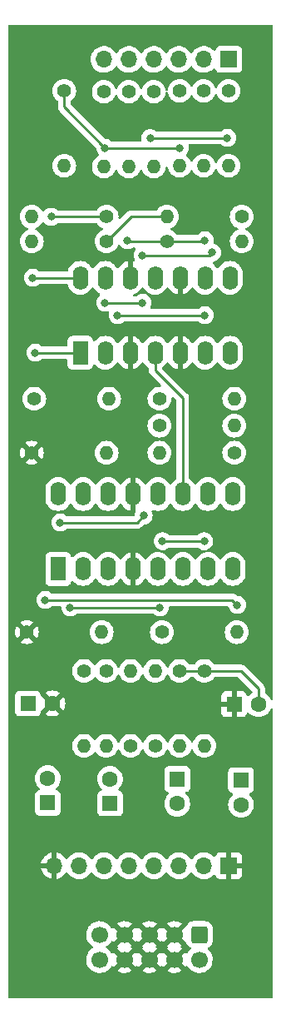
<source format=gbl>
%TF.GenerationSoftware,KiCad,Pcbnew,(6.0.1)*%
%TF.CreationDate,2022-11-10T19:54:14-05:00*%
%TF.ProjectId,ER-VCA2-01,45522d56-4341-4322-9d30-312e6b696361,rev?*%
%TF.SameCoordinates,Original*%
%TF.FileFunction,Copper,L2,Bot*%
%TF.FilePolarity,Positive*%
%FSLAX46Y46*%
G04 Gerber Fmt 4.6, Leading zero omitted, Abs format (unit mm)*
G04 Created by KiCad (PCBNEW (6.0.1)) date 2022-11-10 19:54:14*
%MOMM*%
%LPD*%
G01*
G04 APERTURE LIST*
G04 Aperture macros list*
%AMRoundRect*
0 Rectangle with rounded corners*
0 $1 Rounding radius*
0 $2 $3 $4 $5 $6 $7 $8 $9 X,Y pos of 4 corners*
0 Add a 4 corners polygon primitive as box body*
4,1,4,$2,$3,$4,$5,$6,$7,$8,$9,$2,$3,0*
0 Add four circle primitives for the rounded corners*
1,1,$1+$1,$2,$3*
1,1,$1+$1,$4,$5*
1,1,$1+$1,$6,$7*
1,1,$1+$1,$8,$9*
0 Add four rect primitives between the rounded corners*
20,1,$1+$1,$2,$3,$4,$5,0*
20,1,$1+$1,$4,$5,$6,$7,0*
20,1,$1+$1,$6,$7,$8,$9,0*
20,1,$1+$1,$8,$9,$2,$3,0*%
G04 Aperture macros list end*
%TA.AperFunction,ComponentPad*%
%ADD10C,1.400000*%
%TD*%
%TA.AperFunction,ComponentPad*%
%ADD11O,1.400000X1.400000*%
%TD*%
%TA.AperFunction,ComponentPad*%
%ADD12R,1.600000X2.400000*%
%TD*%
%TA.AperFunction,ComponentPad*%
%ADD13O,1.600000X2.400000*%
%TD*%
%TA.AperFunction,ComponentPad*%
%ADD14R,1.600000X1.600000*%
%TD*%
%TA.AperFunction,ComponentPad*%
%ADD15C,1.600000*%
%TD*%
%TA.AperFunction,ComponentPad*%
%ADD16RoundRect,0.250000X-0.600000X0.600000X-0.600000X-0.600000X0.600000X-0.600000X0.600000X0.600000X0*%
%TD*%
%TA.AperFunction,ComponentPad*%
%ADD17C,1.700000*%
%TD*%
%TA.AperFunction,ComponentPad*%
%ADD18R,1.700000X1.700000*%
%TD*%
%TA.AperFunction,ComponentPad*%
%ADD19O,1.700000X1.700000*%
%TD*%
%TA.AperFunction,ViaPad*%
%ADD20C,0.800000*%
%TD*%
%TA.AperFunction,Conductor*%
%ADD21C,0.250000*%
%TD*%
G04 APERTURE END LIST*
D10*
%TO.P,R16,1*%
%TO.N,-12V*%
X54559987Y-77999996D03*
D11*
%TO.P,R16,2*%
%TO.N,/V1D*%
X46939987Y-77999996D03*
%TD*%
D12*
%TO.P,U1,1*%
%TO.N,/V1A*%
X38875000Y-67825000D03*
D13*
%TO.P,U1,2,-*%
%TO.N,/SUM1*%
X41415000Y-67825000D03*
%TO.P,U1,3,+*%
%TO.N,GND*%
X43955000Y-67825000D03*
%TO.P,U1,4,V+*%
%TO.N,+12V*%
X46495000Y-67825000D03*
%TO.P,U1,5,+*%
%TO.N,GND*%
X49035000Y-67825000D03*
%TO.P,U1,6,-*%
%TO.N,/V1B*%
X51575000Y-67825000D03*
%TO.P,U1,7*%
%TO.N,/V1C*%
X54115000Y-67825000D03*
%TO.P,U1,8*%
%TO.N,/V2A*%
X54115000Y-60205000D03*
%TO.P,U1,9,-*%
%TO.N,/SUM2*%
X51575000Y-60205000D03*
%TO.P,U1,10,+*%
%TO.N,GND*%
X49035000Y-60205000D03*
%TO.P,U1,11,V-*%
%TO.N,-12V*%
X46495000Y-60205000D03*
%TO.P,U1,12,+*%
%TO.N,GND*%
X43955000Y-60205000D03*
%TO.P,U1,13,-*%
%TO.N,/V2B*%
X41415000Y-60205000D03*
%TO.P,U1,14*%
%TO.N,/V2C*%
X38875000Y-60205000D03*
%TD*%
D12*
%TO.P,U2,1*%
%TO.N,/V1D*%
X36625000Y-89825000D03*
D13*
%TO.P,U2,2,DIODE_BIAS*%
%TO.N,unconnected-(U2-Pad2)*%
X39165000Y-89825000D03*
%TO.P,U2,3,+*%
%TO.N,Net-(R20-Pad1)*%
X41705000Y-89825000D03*
%TO.P,U2,4,-*%
%TO.N,GND*%
X44245000Y-89825000D03*
%TO.P,U2,5*%
%TO.N,Net-(U2-Pad5)*%
X46785000Y-89825000D03*
%TO.P,U2,6,V-*%
%TO.N,-12V*%
X49325000Y-89825000D03*
%TO.P,U2,7*%
%TO.N,Net-(U2-Pad5)*%
X51865000Y-89825000D03*
%TO.P,U2,8*%
%TO.N,Net-(C6-Pad1)*%
X54405000Y-89825000D03*
%TO.P,U2,9*%
%TO.N,Net-(C5-Pad1)*%
X54405000Y-82205000D03*
%TO.P,U2,10*%
%TO.N,Net-(U2-Pad10)*%
X51865000Y-82205000D03*
%TO.P,U2,11,V+*%
%TO.N,+12V*%
X49325000Y-82205000D03*
%TO.P,U2,12*%
%TO.N,Net-(U2-Pad10)*%
X46785000Y-82205000D03*
%TO.P,U2,13,-*%
%TO.N,GND*%
X44245000Y-82205000D03*
%TO.P,U2,14,+*%
%TO.N,Net-(R19-Pad1)*%
X41705000Y-82205000D03*
%TO.P,U2,15,DIODE_BIAS*%
%TO.N,unconnected-(U2-Pad15)*%
X39165000Y-82205000D03*
%TO.P,U2,16*%
%TO.N,Net-(R8-Pad1)*%
X36625000Y-82205000D03*
%TD*%
D10*
%TO.P,R1,1*%
%TO.N,-12V*%
X37249989Y-41190012D03*
D11*
%TO.P,R1,2*%
%TO.N,Net-(R8-Pad1)*%
X37249989Y-48810012D03*
%TD*%
D10*
%TO.P,R20,1*%
%TO.N,Net-(R20-Pad1)*%
X41499993Y-100189995D03*
D11*
%TO.P,R20,2*%
%TO.N,Net-(C4-Pad2)*%
X41499993Y-107809995D03*
%TD*%
D14*
%TO.P,C4,1*%
%TO.N,/IN1*%
X41910000Y-113665000D03*
D15*
%TO.P,C4,2*%
%TO.N,Net-(C4-Pad2)*%
X41910000Y-111165000D03*
%TD*%
D10*
%TO.P,R6,1*%
%TO.N,/POT1*%
X51435000Y-41190012D03*
D11*
%TO.P,R6,2*%
%TO.N,/SUM1*%
X51435000Y-48810012D03*
%TD*%
D10*
%TO.P,R17,1*%
%TO.N,GND*%
X33439989Y-96249998D03*
D11*
%TO.P,R17,2*%
%TO.N,Net-(R20-Pad1)*%
X41059989Y-96249998D03*
%TD*%
D10*
%TO.P,R3,1*%
%TO.N,/POT2*%
X43815000Y-41275000D03*
D11*
%TO.P,R3,2*%
%TO.N,/SUM2*%
X43815000Y-48895000D03*
%TD*%
D10*
%TO.P,R15,1*%
%TO.N,GND*%
X33939988Y-77999996D03*
D11*
%TO.P,R15,2*%
%TO.N,Net-(R19-Pad1)*%
X41559988Y-77999996D03*
%TD*%
D14*
%TO.P,C2,1*%
%TO.N,+12V*%
X33544888Y-103500000D03*
D15*
%TO.P,C2,2*%
%TO.N,GND*%
X36044888Y-103500000D03*
%TD*%
D14*
%TO.P,C3,1*%
%TO.N,/IN2*%
X35560000Y-113600113D03*
D15*
%TO.P,C3,2*%
%TO.N,Net-(C3-Pad2)*%
X35560000Y-111100113D03*
%TD*%
D10*
%TO.P,R10,1*%
%TO.N,/V2B*%
X41559988Y-56499989D03*
D11*
%TO.P,R10,2*%
%TO.N,/V2C*%
X33939988Y-56499989D03*
%TD*%
D10*
%TO.P,R13,1*%
%TO.N,/V1B*%
X46939987Y-72500007D03*
D11*
%TO.P,R13,2*%
%TO.N,/V1C*%
X54559987Y-72500007D03*
%TD*%
D10*
%TO.P,R22,1*%
%TO.N,/MOD1*%
X46500009Y-107809995D03*
D11*
%TO.P,R22,2*%
%TO.N,/SUM1*%
X46500009Y-100189995D03*
%TD*%
D10*
%TO.P,R9,1*%
%TO.N,/V2A*%
X55309999Y-53999994D03*
D11*
%TO.P,R9,2*%
%TO.N,/V2B*%
X47689999Y-53999994D03*
%TD*%
D10*
%TO.P,R2,1*%
%TO.N,/POT2_CCW*%
X41275000Y-41275000D03*
D11*
%TO.P,R2,2*%
%TO.N,-12V*%
X41275000Y-48895000D03*
%TD*%
D10*
%TO.P,R21,1*%
%TO.N,/MOD2*%
X43999988Y-107809995D03*
D11*
%TO.P,R21,2*%
%TO.N,/SUM2*%
X43999988Y-100189995D03*
%TD*%
D10*
%TO.P,R12,1*%
%TO.N,/V1A*%
X34190000Y-72500007D03*
D11*
%TO.P,R12,2*%
%TO.N,/V1B*%
X41810000Y-72500007D03*
%TD*%
D14*
%TO.P,C1,1*%
%TO.N,GND*%
X54544888Y-103569887D03*
D15*
%TO.P,C1,2*%
%TO.N,-12V*%
X57044888Y-103569887D03*
%TD*%
D10*
%TO.P,R4,1*%
%TO.N,/POT2_CW*%
X46355000Y-41275000D03*
D11*
%TO.P,R4,2*%
%TO.N,+12V*%
X46355000Y-48895000D03*
%TD*%
D14*
%TO.P,C5,1*%
%TO.N,Net-(C5-Pad1)*%
X48750000Y-111189888D03*
D15*
%TO.P,C5,2*%
%TO.N,/OUT2*%
X48750000Y-113689888D03*
%TD*%
D10*
%TO.P,R11,1*%
%TO.N,/SUM2*%
X47689999Y-56499989D03*
D11*
%TO.P,R11,2*%
%TO.N,/V2A*%
X55309999Y-56499989D03*
%TD*%
D10*
%TO.P,R19,1*%
%TO.N,Net-(R19-Pad1)*%
X39250010Y-100189995D03*
D11*
%TO.P,R19,2*%
%TO.N,Net-(C3-Pad2)*%
X39250010Y-107809995D03*
%TD*%
D10*
%TO.P,R18,1*%
%TO.N,/SUM1*%
X47190000Y-96249998D03*
D11*
%TO.P,R18,2*%
%TO.N,/V1A*%
X54810000Y-96249998D03*
%TD*%
D10*
%TO.P,R8,1*%
%TO.N,Net-(R8-Pad1)*%
X41559988Y-53999994D03*
D11*
%TO.P,R8,2*%
%TO.N,/V2C*%
X33939988Y-53999994D03*
%TD*%
D10*
%TO.P,R24,1*%
%TO.N,-12V*%
X51499999Y-100189995D03*
D11*
%TO.P,R24,2*%
%TO.N,Net-(C6-Pad1)*%
X51499999Y-107809995D03*
%TD*%
D10*
%TO.P,R5,1*%
%TO.N,/POT1_CCW*%
X49000004Y-41190012D03*
D11*
%TO.P,R5,2*%
%TO.N,-12V*%
X49000004Y-48810012D03*
%TD*%
D14*
%TO.P,C6,1*%
%TO.N,Net-(C6-Pad1)*%
X55250000Y-111294888D03*
D15*
%TO.P,C6,2*%
%TO.N,/OUT1*%
X55250000Y-113794888D03*
%TD*%
D10*
%TO.P,R7,1*%
%TO.N,/POT1_CW*%
X53975000Y-41190012D03*
D11*
%TO.P,R7,2*%
%TO.N,+12V*%
X53975000Y-48810012D03*
%TD*%
D16*
%TO.P,J2,1,Pin_1*%
%TO.N,-12V*%
X51000000Y-127000000D03*
D17*
%TO.P,J2,2,Pin_2*%
X51000000Y-129540000D03*
%TO.P,J2,3,Pin_3*%
%TO.N,GND*%
X48460000Y-127000000D03*
%TO.P,J2,4,Pin_4*%
X48460000Y-129540000D03*
%TO.P,J2,5,Pin_5*%
X45920000Y-127000000D03*
%TO.P,J2,6,Pin_6*%
X45920000Y-129540000D03*
%TO.P,J2,7,Pin_7*%
X43380000Y-127000000D03*
%TO.P,J2,8,Pin_8*%
X43380000Y-129540000D03*
%TO.P,J2,9,Pin_9*%
%TO.N,+12V*%
X40840000Y-127000000D03*
%TO.P,J2,10,Pin_10*%
X40840000Y-129540000D03*
%TD*%
D10*
%TO.P,R23,1*%
%TO.N,-12V*%
X49000004Y-100189995D03*
D11*
%TO.P,R23,2*%
%TO.N,Net-(C5-Pad1)*%
X49000004Y-107809995D03*
%TD*%
D10*
%TO.P,R14,1*%
%TO.N,/V1D*%
X46939987Y-75249989D03*
D11*
%TO.P,R14,2*%
%TO.N,/V1C*%
X54559987Y-75249989D03*
%TD*%
D18*
%TO.P,J3,1,Pin_1*%
%TO.N,GND*%
X54000000Y-120000000D03*
D19*
%TO.P,J3,2,Pin_2*%
%TO.N,/OUT1*%
X51460000Y-120000000D03*
%TO.P,J3,3,Pin_3*%
%TO.N,/OUT2*%
X48920000Y-120000000D03*
%TO.P,J3,4,Pin_4*%
%TO.N,/MOD1*%
X46380000Y-120000000D03*
%TO.P,J3,5,Pin_5*%
%TO.N,/MOD2*%
X43840000Y-120000000D03*
%TO.P,J3,6,Pin_6*%
%TO.N,/IN1*%
X41300000Y-120000000D03*
%TO.P,J3,7,Pin_7*%
%TO.N,/IN2*%
X38760000Y-120000000D03*
%TO.P,J3,8,Pin_8*%
%TO.N,GND*%
X36220000Y-120000000D03*
%TD*%
D18*
%TO.P,J1,1,Pin_1*%
%TO.N,/POT1_CW*%
X54000000Y-38000000D03*
D19*
%TO.P,J1,2,Pin_2*%
%TO.N,/POT1*%
X51460000Y-38000000D03*
%TO.P,J1,3,Pin_3*%
%TO.N,/POT1_CCW*%
X48920000Y-38000000D03*
%TO.P,J1,4,Pin_4*%
%TO.N,/POT2_CW*%
X46380000Y-38000000D03*
%TO.P,J1,5,Pin_5*%
%TO.N,/POT2*%
X43840000Y-38000000D03*
%TO.P,J1,6,Pin_6*%
%TO.N,/POT2_CCW*%
X41300000Y-38000000D03*
%TD*%
D20*
%TO.N,-12V*%
X49022000Y-46990000D03*
X41402000Y-46990000D03*
%TO.N,+12V*%
X53848000Y-45974000D03*
X46000000Y-46000000D03*
%TO.N,Net-(U2-Pad5)*%
X47250000Y-87000000D03*
X51500000Y-87000000D03*
%TO.N,/SUM1*%
X45212000Y-62738000D03*
X41402000Y-62738000D03*
X45212000Y-57912000D03*
X46990000Y-93726000D03*
X52299074Y-57650133D03*
X37846000Y-93726000D03*
%TO.N,/SUM2*%
X51562000Y-56388000D03*
X43688000Y-56388000D03*
X51562000Y-64008000D03*
X42672000Y-64008000D03*
%TO.N,/V1A*%
X54864000Y-93472000D03*
X34290000Y-67818000D03*
X35306000Y-92964000D03*
%TO.N,/V2C*%
X34036000Y-60198000D03*
%TO.N,/V1D*%
X45342841Y-84400732D03*
X36830000Y-85090000D03*
%TO.N,Net-(R8-Pad1)*%
X35916006Y-53999994D03*
%TD*%
D21*
%TO.N,-12V*%
X41402000Y-46990000D02*
X49022000Y-46990000D01*
X55232000Y-100190000D02*
X57044888Y-102002888D01*
X57044888Y-102002888D02*
X57044888Y-103569887D01*
X37249989Y-41190012D02*
X37249989Y-42837989D01*
X37249989Y-42837989D02*
X41402000Y-46990000D01*
X49000000Y-100190000D02*
X51500000Y-100190000D01*
X51500000Y-100190000D02*
X55232000Y-100190000D01*
%TO.N,+12V*%
X46000000Y-46000000D02*
X46026000Y-45974000D01*
X49325000Y-72439000D02*
X46495000Y-69609000D01*
X46495000Y-69609000D02*
X46495000Y-67825000D01*
X49325000Y-82205000D02*
X49325000Y-72439000D01*
X46026000Y-45974000D02*
X53848000Y-45974000D01*
%TO.N,Net-(U2-Pad5)*%
X47250000Y-87000000D02*
X51500000Y-87000000D01*
%TO.N,/SUM1*%
X46990000Y-93726000D02*
X37846000Y-93726000D01*
X45212000Y-57912000D02*
X52037207Y-57912000D01*
X41402000Y-62738000D02*
X45212000Y-62738000D01*
X52037207Y-57912000D02*
X52299074Y-57650133D01*
%TO.N,/SUM2*%
X43800000Y-56500000D02*
X47690000Y-56500000D01*
X47690000Y-56500000D02*
X51450000Y-56500000D01*
X51450000Y-56500000D02*
X51562000Y-56388000D01*
X42672000Y-64008000D02*
X51562000Y-64008000D01*
%TO.N,/V1A*%
X54864000Y-93472000D02*
X54356000Y-92964000D01*
X54356000Y-92964000D02*
X35306000Y-92964000D01*
X34297000Y-67825000D02*
X34290000Y-67818000D01*
X38875000Y-67825000D02*
X34297000Y-67825000D01*
%TO.N,/V2B*%
X44060000Y-54000000D02*
X41560000Y-56500000D01*
X47690000Y-54000000D02*
X44060000Y-54000000D01*
%TO.N,/V2C*%
X38875000Y-60205000D02*
X34043000Y-60205000D01*
X34043000Y-60205000D02*
X34036000Y-60198000D01*
%TO.N,/V1D*%
X44653573Y-85090000D02*
X45342841Y-84400732D01*
X36830000Y-85090000D02*
X44653573Y-85090000D01*
%TO.N,Net-(R8-Pad1)*%
X41559988Y-53999994D02*
X35916006Y-53999994D01*
%TD*%
%TA.AperFunction,Conductor*%
%TO.N,GND*%
G36*
X58434121Y-34528002D02*
G01*
X58480614Y-34581658D01*
X58492000Y-34634000D01*
X58492000Y-103008705D01*
X58471998Y-103076826D01*
X58418342Y-103123319D01*
X58348068Y-103133423D01*
X58283488Y-103103929D01*
X58251805Y-103061955D01*
X58184737Y-102918125D01*
X58184734Y-102918120D01*
X58182411Y-102913138D01*
X58094054Y-102786952D01*
X58054245Y-102730098D01*
X58054243Y-102730095D01*
X58051086Y-102725587D01*
X57889188Y-102563689D01*
X57884680Y-102560532D01*
X57884677Y-102560530D01*
X57732117Y-102453706D01*
X57687789Y-102398249D01*
X57678388Y-102350493D01*
X57678388Y-102081655D01*
X57678915Y-102070472D01*
X57680590Y-102062979D01*
X57678450Y-101994888D01*
X57678388Y-101990931D01*
X57678388Y-101963032D01*
X57677884Y-101959041D01*
X57676951Y-101947199D01*
X57675811Y-101910924D01*
X57675562Y-101902999D01*
X57673350Y-101895385D01*
X57673349Y-101895380D01*
X57669911Y-101883547D01*
X57665900Y-101864183D01*
X57664355Y-101851952D01*
X57663362Y-101844091D01*
X57660445Y-101836724D01*
X57660444Y-101836719D01*
X57647086Y-101802980D01*
X57643242Y-101791753D01*
X57633118Y-101756910D01*
X57630906Y-101749295D01*
X57620595Y-101731860D01*
X57611900Y-101714112D01*
X57604440Y-101695271D01*
X57578452Y-101659501D01*
X57571936Y-101649581D01*
X57553468Y-101618353D01*
X57553466Y-101618350D01*
X57549430Y-101611526D01*
X57535109Y-101597205D01*
X57522268Y-101582171D01*
X57515019Y-101572194D01*
X57510360Y-101565781D01*
X57476283Y-101537590D01*
X57467504Y-101529600D01*
X55735652Y-99797747D01*
X55728112Y-99789461D01*
X55724000Y-99782982D01*
X55715591Y-99775085D01*
X55674349Y-99736357D01*
X55671507Y-99733602D01*
X55651770Y-99713865D01*
X55648573Y-99711385D01*
X55639551Y-99703680D01*
X55613100Y-99678841D01*
X55607321Y-99673414D01*
X55600375Y-99669595D01*
X55600372Y-99669593D01*
X55589566Y-99663652D01*
X55573047Y-99652801D01*
X55572583Y-99652441D01*
X55557041Y-99640386D01*
X55549772Y-99637241D01*
X55549768Y-99637238D01*
X55516463Y-99622826D01*
X55505813Y-99617609D01*
X55467060Y-99596305D01*
X55457807Y-99593929D01*
X55447438Y-99591267D01*
X55428734Y-99584863D01*
X55417420Y-99579967D01*
X55417419Y-99579967D01*
X55410145Y-99576819D01*
X55402322Y-99575580D01*
X55402312Y-99575577D01*
X55366476Y-99569901D01*
X55354856Y-99567495D01*
X55319711Y-99558472D01*
X55319710Y-99558472D01*
X55312030Y-99556500D01*
X55291776Y-99556500D01*
X55272065Y-99554949D01*
X55259886Y-99553020D01*
X55252057Y-99551780D01*
X55244165Y-99552526D01*
X55208039Y-99555941D01*
X55196181Y-99556500D01*
X52597319Y-99556500D01*
X52529198Y-99536498D01*
X52494106Y-99502771D01*
X52432459Y-99414730D01*
X52432456Y-99414726D01*
X52429300Y-99410219D01*
X52279775Y-99260694D01*
X52106557Y-99139406D01*
X52101579Y-99137085D01*
X52101576Y-99137083D01*
X51919891Y-99052362D01*
X51919890Y-99052361D01*
X51914909Y-99050039D01*
X51909601Y-99048617D01*
X51909599Y-99048616D01*
X51715969Y-98996733D01*
X51715967Y-98996733D01*
X51710654Y-98995309D01*
X51499999Y-98976879D01*
X51289344Y-98995309D01*
X51284031Y-98996733D01*
X51284029Y-98996733D01*
X51090399Y-99048616D01*
X51090397Y-99048617D01*
X51085089Y-99050039D01*
X51080108Y-99052361D01*
X51080107Y-99052362D01*
X50898422Y-99137083D01*
X50898419Y-99137085D01*
X50893441Y-99139406D01*
X50720223Y-99260694D01*
X50570698Y-99410219D01*
X50567542Y-99414726D01*
X50567539Y-99414730D01*
X50505892Y-99502771D01*
X50450435Y-99547099D01*
X50402679Y-99556500D01*
X50097324Y-99556500D01*
X50029203Y-99536498D01*
X49994111Y-99502771D01*
X49932464Y-99414730D01*
X49932461Y-99414726D01*
X49929305Y-99410219D01*
X49779780Y-99260694D01*
X49606562Y-99139406D01*
X49601584Y-99137085D01*
X49601581Y-99137083D01*
X49419896Y-99052362D01*
X49419895Y-99052361D01*
X49414914Y-99050039D01*
X49409606Y-99048617D01*
X49409604Y-99048616D01*
X49215974Y-98996733D01*
X49215972Y-98996733D01*
X49210659Y-98995309D01*
X49000004Y-98976879D01*
X48789349Y-98995309D01*
X48784036Y-98996733D01*
X48784034Y-98996733D01*
X48590404Y-99048616D01*
X48590402Y-99048617D01*
X48585094Y-99050039D01*
X48580113Y-99052361D01*
X48580112Y-99052362D01*
X48398427Y-99137083D01*
X48398424Y-99137085D01*
X48393446Y-99139406D01*
X48220228Y-99260694D01*
X48070703Y-99410219D01*
X47949415Y-99583437D01*
X47947094Y-99588415D01*
X47947092Y-99588418D01*
X47864201Y-99766178D01*
X47817283Y-99819463D01*
X47749006Y-99838924D01*
X47681046Y-99818382D01*
X47635812Y-99766179D01*
X47575686Y-99637238D01*
X47552921Y-99588418D01*
X47552919Y-99588415D01*
X47550598Y-99583437D01*
X47429310Y-99410219D01*
X47279785Y-99260694D01*
X47106567Y-99139406D01*
X47101589Y-99137085D01*
X47101586Y-99137083D01*
X46919901Y-99052362D01*
X46919900Y-99052361D01*
X46914919Y-99050039D01*
X46909611Y-99048617D01*
X46909609Y-99048616D01*
X46715979Y-98996733D01*
X46715977Y-98996733D01*
X46710664Y-98995309D01*
X46500009Y-98976879D01*
X46289354Y-98995309D01*
X46284041Y-98996733D01*
X46284039Y-98996733D01*
X46090409Y-99048616D01*
X46090407Y-99048617D01*
X46085099Y-99050039D01*
X46080118Y-99052361D01*
X46080117Y-99052362D01*
X45898432Y-99137083D01*
X45898429Y-99137085D01*
X45893451Y-99139406D01*
X45720233Y-99260694D01*
X45570708Y-99410219D01*
X45449420Y-99583437D01*
X45447099Y-99588415D01*
X45447097Y-99588418D01*
X45364193Y-99766206D01*
X45317275Y-99819491D01*
X45248998Y-99838952D01*
X45181038Y-99818410D01*
X45135804Y-99766208D01*
X45075665Y-99637238D01*
X45052900Y-99588418D01*
X45052898Y-99588415D01*
X45050577Y-99583437D01*
X44929289Y-99410219D01*
X44779764Y-99260694D01*
X44606546Y-99139406D01*
X44601568Y-99137085D01*
X44601565Y-99137083D01*
X44419880Y-99052362D01*
X44419879Y-99052361D01*
X44414898Y-99050039D01*
X44409590Y-99048617D01*
X44409588Y-99048616D01*
X44215958Y-98996733D01*
X44215956Y-98996733D01*
X44210643Y-98995309D01*
X43999988Y-98976879D01*
X43789333Y-98995309D01*
X43784020Y-98996733D01*
X43784018Y-98996733D01*
X43590388Y-99048616D01*
X43590386Y-99048617D01*
X43585078Y-99050039D01*
X43580097Y-99052361D01*
X43580096Y-99052362D01*
X43398411Y-99137083D01*
X43398408Y-99137085D01*
X43393430Y-99139406D01*
X43220212Y-99260694D01*
X43070687Y-99410219D01*
X42949399Y-99583437D01*
X42947078Y-99588415D01*
X42947076Y-99588418D01*
X42864185Y-99766178D01*
X42817267Y-99819463D01*
X42748990Y-99838924D01*
X42681030Y-99818382D01*
X42635796Y-99766179D01*
X42575670Y-99637238D01*
X42552905Y-99588418D01*
X42552903Y-99588415D01*
X42550582Y-99583437D01*
X42429294Y-99410219D01*
X42279769Y-99260694D01*
X42106551Y-99139406D01*
X42101573Y-99137085D01*
X42101570Y-99137083D01*
X41919885Y-99052362D01*
X41919884Y-99052361D01*
X41914903Y-99050039D01*
X41909595Y-99048617D01*
X41909593Y-99048616D01*
X41715963Y-98996733D01*
X41715961Y-98996733D01*
X41710648Y-98995309D01*
X41499993Y-98976879D01*
X41289338Y-98995309D01*
X41284025Y-98996733D01*
X41284023Y-98996733D01*
X41090393Y-99048616D01*
X41090391Y-99048617D01*
X41085083Y-99050039D01*
X41080102Y-99052361D01*
X41080101Y-99052362D01*
X40898416Y-99137083D01*
X40898413Y-99137085D01*
X40893435Y-99139406D01*
X40720217Y-99260694D01*
X40570692Y-99410219D01*
X40567533Y-99414731D01*
X40478215Y-99542291D01*
X40422758Y-99586620D01*
X40352139Y-99593929D01*
X40288779Y-99561899D01*
X40271789Y-99542292D01*
X40182470Y-99414731D01*
X40179311Y-99410219D01*
X40029786Y-99260694D01*
X39856568Y-99139406D01*
X39851590Y-99137085D01*
X39851587Y-99137083D01*
X39669902Y-99052362D01*
X39669901Y-99052361D01*
X39664920Y-99050039D01*
X39659612Y-99048617D01*
X39659610Y-99048616D01*
X39465980Y-98996733D01*
X39465978Y-98996733D01*
X39460665Y-98995309D01*
X39250010Y-98976879D01*
X39039355Y-98995309D01*
X39034042Y-98996733D01*
X39034040Y-98996733D01*
X38840410Y-99048616D01*
X38840408Y-99048617D01*
X38835100Y-99050039D01*
X38830119Y-99052361D01*
X38830118Y-99052362D01*
X38648433Y-99137083D01*
X38648430Y-99137085D01*
X38643452Y-99139406D01*
X38470234Y-99260694D01*
X38320709Y-99410219D01*
X38199421Y-99583437D01*
X38197100Y-99588415D01*
X38197098Y-99588418D01*
X38139732Y-99711441D01*
X38110054Y-99775085D01*
X38108632Y-99780393D01*
X38108631Y-99780395D01*
X38098445Y-99818410D01*
X38055324Y-99979340D01*
X38036894Y-100189995D01*
X38055324Y-100400650D01*
X38056748Y-100405963D01*
X38056748Y-100405965D01*
X38098453Y-100561608D01*
X38110054Y-100604905D01*
X38199421Y-100796553D01*
X38320709Y-100969771D01*
X38470234Y-101119296D01*
X38643452Y-101240584D01*
X38648430Y-101242905D01*
X38648433Y-101242907D01*
X38830118Y-101327628D01*
X38835100Y-101329951D01*
X38840408Y-101331373D01*
X38840410Y-101331374D01*
X39034040Y-101383257D01*
X39034042Y-101383257D01*
X39039355Y-101384681D01*
X39250010Y-101403111D01*
X39460665Y-101384681D01*
X39465978Y-101383257D01*
X39465980Y-101383257D01*
X39659610Y-101331374D01*
X39659612Y-101331373D01*
X39664920Y-101329951D01*
X39669902Y-101327628D01*
X39851587Y-101242907D01*
X39851590Y-101242905D01*
X39856568Y-101240584D01*
X40029786Y-101119296D01*
X40179311Y-100969771D01*
X40271789Y-100837698D01*
X40327246Y-100793370D01*
X40397866Y-100786061D01*
X40461226Y-100818092D01*
X40478213Y-100837697D01*
X40570692Y-100969771D01*
X40720217Y-101119296D01*
X40893435Y-101240584D01*
X40898413Y-101242905D01*
X40898416Y-101242907D01*
X41080101Y-101327628D01*
X41085083Y-101329951D01*
X41090391Y-101331373D01*
X41090393Y-101331374D01*
X41284023Y-101383257D01*
X41284025Y-101383257D01*
X41289338Y-101384681D01*
X41499993Y-101403111D01*
X41710648Y-101384681D01*
X41715961Y-101383257D01*
X41715963Y-101383257D01*
X41909593Y-101331374D01*
X41909595Y-101331373D01*
X41914903Y-101329951D01*
X41919885Y-101327628D01*
X42101570Y-101242907D01*
X42101573Y-101242905D01*
X42106551Y-101240584D01*
X42279769Y-101119296D01*
X42429294Y-100969771D01*
X42550582Y-100796553D01*
X42635796Y-100613812D01*
X42682714Y-100560527D01*
X42750991Y-100541066D01*
X42818951Y-100561608D01*
X42864185Y-100613811D01*
X42949399Y-100796553D01*
X43070687Y-100969771D01*
X43220212Y-101119296D01*
X43393430Y-101240584D01*
X43398408Y-101242905D01*
X43398411Y-101242907D01*
X43580096Y-101327628D01*
X43585078Y-101329951D01*
X43590386Y-101331373D01*
X43590388Y-101331374D01*
X43784018Y-101383257D01*
X43784020Y-101383257D01*
X43789333Y-101384681D01*
X43999988Y-101403111D01*
X44210643Y-101384681D01*
X44215956Y-101383257D01*
X44215958Y-101383257D01*
X44409588Y-101331374D01*
X44409590Y-101331373D01*
X44414898Y-101329951D01*
X44419880Y-101327628D01*
X44601565Y-101242907D01*
X44601568Y-101242905D01*
X44606546Y-101240584D01*
X44779764Y-101119296D01*
X44929289Y-100969771D01*
X45050577Y-100796553D01*
X45135804Y-100613784D01*
X45182722Y-100560499D01*
X45250999Y-100541038D01*
X45318959Y-100561580D01*
X45364193Y-100613782D01*
X45449420Y-100796553D01*
X45570708Y-100969771D01*
X45720233Y-101119296D01*
X45893451Y-101240584D01*
X45898429Y-101242905D01*
X45898432Y-101242907D01*
X46080117Y-101327628D01*
X46085099Y-101329951D01*
X46090407Y-101331373D01*
X46090409Y-101331374D01*
X46284039Y-101383257D01*
X46284041Y-101383257D01*
X46289354Y-101384681D01*
X46500009Y-101403111D01*
X46710664Y-101384681D01*
X46715977Y-101383257D01*
X46715979Y-101383257D01*
X46909609Y-101331374D01*
X46909611Y-101331373D01*
X46914919Y-101329951D01*
X46919901Y-101327628D01*
X47101586Y-101242907D01*
X47101589Y-101242905D01*
X47106567Y-101240584D01*
X47279785Y-101119296D01*
X47429310Y-100969771D01*
X47550598Y-100796553D01*
X47635812Y-100613812D01*
X47682730Y-100560527D01*
X47751007Y-100541066D01*
X47818967Y-100561608D01*
X47864201Y-100613811D01*
X47949415Y-100796553D01*
X48070703Y-100969771D01*
X48220228Y-101119296D01*
X48393446Y-101240584D01*
X48398424Y-101242905D01*
X48398427Y-101242907D01*
X48580112Y-101327628D01*
X48585094Y-101329951D01*
X48590402Y-101331373D01*
X48590404Y-101331374D01*
X48784034Y-101383257D01*
X48784036Y-101383257D01*
X48789349Y-101384681D01*
X49000004Y-101403111D01*
X49210659Y-101384681D01*
X49215972Y-101383257D01*
X49215974Y-101383257D01*
X49409604Y-101331374D01*
X49409606Y-101331373D01*
X49414914Y-101329951D01*
X49419896Y-101327628D01*
X49601581Y-101242907D01*
X49601584Y-101242905D01*
X49606562Y-101240584D01*
X49779780Y-101119296D01*
X49929305Y-100969771D01*
X49932464Y-100965260D01*
X49994104Y-100877229D01*
X50049561Y-100832901D01*
X50097317Y-100823500D01*
X50402686Y-100823500D01*
X50470807Y-100843502D01*
X50505899Y-100877229D01*
X50567539Y-100965260D01*
X50570698Y-100969771D01*
X50720223Y-101119296D01*
X50893441Y-101240584D01*
X50898419Y-101242905D01*
X50898422Y-101242907D01*
X51080107Y-101327628D01*
X51085089Y-101329951D01*
X51090397Y-101331373D01*
X51090399Y-101331374D01*
X51284029Y-101383257D01*
X51284031Y-101383257D01*
X51289344Y-101384681D01*
X51499999Y-101403111D01*
X51710654Y-101384681D01*
X51715967Y-101383257D01*
X51715969Y-101383257D01*
X51909599Y-101331374D01*
X51909601Y-101331373D01*
X51914909Y-101329951D01*
X51919891Y-101327628D01*
X52101576Y-101242907D01*
X52101579Y-101242905D01*
X52106557Y-101240584D01*
X52279775Y-101119296D01*
X52429300Y-100969771D01*
X52432459Y-100965260D01*
X52494099Y-100877229D01*
X52549556Y-100832901D01*
X52597312Y-100823500D01*
X54917406Y-100823500D01*
X54985527Y-100843502D01*
X55006501Y-100860405D01*
X56374483Y-102228388D01*
X56408509Y-102290700D01*
X56411388Y-102317483D01*
X56411388Y-102350493D01*
X56391386Y-102418614D01*
X56357659Y-102453706D01*
X56205099Y-102560530D01*
X56205096Y-102560532D01*
X56200588Y-102563689D01*
X56054468Y-102709809D01*
X55992156Y-102743835D01*
X55921341Y-102738770D01*
X55864505Y-102696223D01*
X55847205Y-102659281D01*
X55846140Y-102659680D01*
X55798212Y-102531833D01*
X55789674Y-102516238D01*
X55713173Y-102414163D01*
X55700612Y-102401602D01*
X55598537Y-102325101D01*
X55582942Y-102316563D01*
X55462494Y-102271409D01*
X55447239Y-102267782D01*
X55396374Y-102262256D01*
X55389560Y-102261887D01*
X54817003Y-102261887D01*
X54801764Y-102266362D01*
X54800559Y-102267752D01*
X54798888Y-102275435D01*
X54798888Y-104859771D01*
X54803363Y-104875010D01*
X54804753Y-104876215D01*
X54812436Y-104877886D01*
X55389557Y-104877886D01*
X55396378Y-104877516D01*
X55447240Y-104871992D01*
X55462492Y-104868366D01*
X55582942Y-104823211D01*
X55598537Y-104814673D01*
X55700612Y-104738172D01*
X55713173Y-104725611D01*
X55789674Y-104623536D01*
X55798212Y-104607941D01*
X55846140Y-104480094D01*
X55848000Y-104480791D01*
X55878019Y-104428259D01*
X55940978Y-104395445D01*
X56011682Y-104401879D01*
X56054469Y-104429966D01*
X56200588Y-104576085D01*
X56205096Y-104579242D01*
X56205099Y-104579244D01*
X56246083Y-104607941D01*
X56388139Y-104707410D01*
X56393121Y-104709733D01*
X56393126Y-104709736D01*
X56572821Y-104793528D01*
X56595645Y-104804171D01*
X56600953Y-104805593D01*
X56600955Y-104805594D01*
X56811486Y-104862006D01*
X56811488Y-104862006D01*
X56816801Y-104863430D01*
X57044888Y-104883385D01*
X57272975Y-104863430D01*
X57278288Y-104862006D01*
X57278290Y-104862006D01*
X57488821Y-104805594D01*
X57488823Y-104805593D01*
X57494131Y-104804171D01*
X57516955Y-104793528D01*
X57696650Y-104709736D01*
X57696655Y-104709733D01*
X57701637Y-104707410D01*
X57843693Y-104607941D01*
X57884677Y-104579244D01*
X57884680Y-104579242D01*
X57889188Y-104576085D01*
X58051086Y-104414187D01*
X58059298Y-104402460D01*
X58146522Y-104277890D01*
X58182411Y-104226636D01*
X58184734Y-104221654D01*
X58184737Y-104221649D01*
X58251805Y-104077819D01*
X58298722Y-104024534D01*
X58366999Y-104005073D01*
X58434959Y-104025615D01*
X58481025Y-104079637D01*
X58492000Y-104131069D01*
X58492000Y-133366000D01*
X58471998Y-133434121D01*
X58418342Y-133480614D01*
X58366000Y-133492000D01*
X31634000Y-133492000D01*
X31565879Y-133471998D01*
X31519386Y-133418342D01*
X31508000Y-133366000D01*
X31508000Y-129506695D01*
X39477251Y-129506695D01*
X39477548Y-129511848D01*
X39477548Y-129511851D01*
X39483011Y-129606590D01*
X39490110Y-129729715D01*
X39491247Y-129734761D01*
X39491248Y-129734767D01*
X39511119Y-129822939D01*
X39539222Y-129947639D01*
X39623266Y-130154616D01*
X39660072Y-130214678D01*
X39737288Y-130340683D01*
X39739987Y-130345088D01*
X39886250Y-130513938D01*
X40058126Y-130656632D01*
X40251000Y-130769338D01*
X40459692Y-130849030D01*
X40464760Y-130850061D01*
X40464763Y-130850062D01*
X40569604Y-130871392D01*
X40678597Y-130893567D01*
X40683772Y-130893757D01*
X40683774Y-130893757D01*
X40896673Y-130901564D01*
X40896677Y-130901564D01*
X40901837Y-130901753D01*
X40906957Y-130901097D01*
X40906959Y-130901097D01*
X41118288Y-130874025D01*
X41118289Y-130874025D01*
X41123416Y-130873368D01*
X41128366Y-130871883D01*
X41332429Y-130810661D01*
X41332434Y-130810659D01*
X41337384Y-130809174D01*
X41537994Y-130710896D01*
X41602544Y-130664853D01*
X42619977Y-130664853D01*
X42625258Y-130671907D01*
X42786756Y-130766279D01*
X42796042Y-130770729D01*
X42995001Y-130846703D01*
X43004899Y-130849579D01*
X43213595Y-130892038D01*
X43223823Y-130893257D01*
X43436650Y-130901062D01*
X43446936Y-130900595D01*
X43658185Y-130873534D01*
X43668262Y-130871392D01*
X43872255Y-130810191D01*
X43881842Y-130806433D01*
X44073098Y-130712738D01*
X44081944Y-130707465D01*
X44129247Y-130673723D01*
X44136211Y-130664853D01*
X45159977Y-130664853D01*
X45165258Y-130671907D01*
X45326756Y-130766279D01*
X45336042Y-130770729D01*
X45535001Y-130846703D01*
X45544899Y-130849579D01*
X45753595Y-130892038D01*
X45763823Y-130893257D01*
X45976650Y-130901062D01*
X45986936Y-130900595D01*
X46198185Y-130873534D01*
X46208262Y-130871392D01*
X46412255Y-130810191D01*
X46421842Y-130806433D01*
X46613098Y-130712738D01*
X46621944Y-130707465D01*
X46669247Y-130673723D01*
X46676211Y-130664853D01*
X47699977Y-130664853D01*
X47705258Y-130671907D01*
X47866756Y-130766279D01*
X47876042Y-130770729D01*
X48075001Y-130846703D01*
X48084899Y-130849579D01*
X48293595Y-130892038D01*
X48303823Y-130893257D01*
X48516650Y-130901062D01*
X48526936Y-130900595D01*
X48738185Y-130873534D01*
X48748262Y-130871392D01*
X48952255Y-130810191D01*
X48961842Y-130806433D01*
X49153098Y-130712738D01*
X49161944Y-130707465D01*
X49209247Y-130673723D01*
X49217648Y-130663023D01*
X49210660Y-130649870D01*
X48472812Y-129912022D01*
X48458868Y-129904408D01*
X48457035Y-129904539D01*
X48450420Y-129908790D01*
X47706737Y-130652473D01*
X47699977Y-130664853D01*
X46676211Y-130664853D01*
X46677648Y-130663023D01*
X46670660Y-130649870D01*
X45932812Y-129912022D01*
X45918868Y-129904408D01*
X45917035Y-129904539D01*
X45910420Y-129908790D01*
X45166737Y-130652473D01*
X45159977Y-130664853D01*
X44136211Y-130664853D01*
X44137648Y-130663023D01*
X44130660Y-130649870D01*
X43392812Y-129912022D01*
X43378868Y-129904408D01*
X43377035Y-129904539D01*
X43370420Y-129908790D01*
X42626737Y-130652473D01*
X42619977Y-130664853D01*
X41602544Y-130664853D01*
X41719860Y-130581173D01*
X41878096Y-130423489D01*
X41937594Y-130340689D01*
X42008453Y-130242077D01*
X42009640Y-130242930D01*
X42056960Y-130199362D01*
X42126897Y-130187145D01*
X42192338Y-130214678D01*
X42220166Y-130246512D01*
X42246459Y-130289419D01*
X42256916Y-130298880D01*
X42265694Y-130295096D01*
X43007978Y-129552812D01*
X43014356Y-129541132D01*
X43744408Y-129541132D01*
X43744539Y-129542965D01*
X43748790Y-129549580D01*
X44490474Y-130291264D01*
X44502484Y-130297823D01*
X44514223Y-130288855D01*
X44548022Y-130241819D01*
X44549149Y-130242629D01*
X44596659Y-130198881D01*
X44666596Y-130186661D01*
X44732038Y-130214191D01*
X44759870Y-130246029D01*
X44786459Y-130289419D01*
X44796916Y-130298880D01*
X44805694Y-130295096D01*
X45547978Y-129552812D01*
X45554356Y-129541132D01*
X46284408Y-129541132D01*
X46284539Y-129542965D01*
X46288790Y-129549580D01*
X47030474Y-130291264D01*
X47042484Y-130297823D01*
X47054223Y-130288855D01*
X47088022Y-130241819D01*
X47089149Y-130242629D01*
X47136659Y-130198881D01*
X47206596Y-130186661D01*
X47272038Y-130214191D01*
X47299870Y-130246029D01*
X47326459Y-130289419D01*
X47336916Y-130298880D01*
X47345694Y-130295096D01*
X48087978Y-129552812D01*
X48094356Y-129541132D01*
X48824408Y-129541132D01*
X48824539Y-129542965D01*
X48828790Y-129549580D01*
X49570474Y-130291264D01*
X49582484Y-130297823D01*
X49594223Y-130288855D01*
X49628022Y-130241819D01*
X49629277Y-130242721D01*
X49676391Y-130199355D01*
X49746330Y-130187148D01*
X49811767Y-130214691D01*
X49839580Y-130246513D01*
X49897287Y-130340683D01*
X49897291Y-130340688D01*
X49899987Y-130345088D01*
X50046250Y-130513938D01*
X50218126Y-130656632D01*
X50411000Y-130769338D01*
X50619692Y-130849030D01*
X50624760Y-130850061D01*
X50624763Y-130850062D01*
X50729604Y-130871392D01*
X50838597Y-130893567D01*
X50843772Y-130893757D01*
X50843774Y-130893757D01*
X51056673Y-130901564D01*
X51056677Y-130901564D01*
X51061837Y-130901753D01*
X51066957Y-130901097D01*
X51066959Y-130901097D01*
X51278288Y-130874025D01*
X51278289Y-130874025D01*
X51283416Y-130873368D01*
X51288366Y-130871883D01*
X51492429Y-130810661D01*
X51492434Y-130810659D01*
X51497384Y-130809174D01*
X51697994Y-130710896D01*
X51879860Y-130581173D01*
X52038096Y-130423489D01*
X52097594Y-130340689D01*
X52165435Y-130246277D01*
X52168453Y-130242077D01*
X52181995Y-130214678D01*
X52265136Y-130046453D01*
X52265137Y-130046451D01*
X52267430Y-130041811D01*
X52332370Y-129828069D01*
X52361529Y-129606590D01*
X52363156Y-129540000D01*
X52344852Y-129317361D01*
X52290431Y-129100702D01*
X52201354Y-128895840D01*
X52080014Y-128708277D01*
X51929670Y-128543051D01*
X51887006Y-128509357D01*
X51845944Y-128451441D01*
X51842712Y-128380518D01*
X51878337Y-128319107D01*
X51911647Y-128296376D01*
X51917007Y-128293865D01*
X51923946Y-128291550D01*
X52074348Y-128198478D01*
X52199305Y-128073303D01*
X52221357Y-128037529D01*
X52288275Y-127928968D01*
X52288276Y-127928966D01*
X52292115Y-127922738D01*
X52347797Y-127754861D01*
X52358500Y-127650400D01*
X52358500Y-126349600D01*
X52358077Y-126345523D01*
X52348238Y-126250692D01*
X52348237Y-126250688D01*
X52347526Y-126243834D01*
X52313598Y-126142138D01*
X52293868Y-126083002D01*
X52291550Y-126076054D01*
X52198478Y-125925652D01*
X52073303Y-125800695D01*
X52067072Y-125796854D01*
X51928968Y-125711725D01*
X51928966Y-125711724D01*
X51922738Y-125707885D01*
X51762254Y-125654655D01*
X51761389Y-125654368D01*
X51761387Y-125654368D01*
X51754861Y-125652203D01*
X51748025Y-125651503D01*
X51748022Y-125651502D01*
X51704969Y-125647091D01*
X51650400Y-125641500D01*
X50349600Y-125641500D01*
X50346354Y-125641837D01*
X50346350Y-125641837D01*
X50250692Y-125651762D01*
X50250688Y-125651763D01*
X50243834Y-125652474D01*
X50237298Y-125654655D01*
X50237296Y-125654655D01*
X50174631Y-125675562D01*
X50076054Y-125708450D01*
X49925652Y-125801522D01*
X49920479Y-125806704D01*
X49864762Y-125862518D01*
X49800695Y-125926697D01*
X49796855Y-125932927D01*
X49796854Y-125932928D01*
X49753630Y-126003051D01*
X49707885Y-126077262D01*
X49705581Y-126084209D01*
X49683236Y-126151577D01*
X49642806Y-126209937D01*
X49616330Y-126226366D01*
X49572811Y-126246399D01*
X48832022Y-126987188D01*
X48824408Y-127001132D01*
X48824539Y-127002965D01*
X48828790Y-127009580D01*
X49570474Y-127751264D01*
X49610998Y-127773393D01*
X49623589Y-127776132D01*
X49673791Y-127826335D01*
X49682726Y-127846842D01*
X49708450Y-127923946D01*
X49801522Y-128074348D01*
X49926697Y-128199305D01*
X49932927Y-128203145D01*
X49932928Y-128203146D01*
X50059104Y-128280922D01*
X50077262Y-128292115D01*
X50084209Y-128294419D01*
X50086276Y-128295383D01*
X50139561Y-128342299D01*
X50159023Y-128410576D01*
X50138482Y-128478536D01*
X50108681Y-128510337D01*
X50094965Y-128520635D01*
X49940629Y-128682138D01*
X49867693Y-128789059D01*
X49832898Y-128840066D01*
X49777987Y-128885069D01*
X49707462Y-128893240D01*
X49643715Y-128861986D01*
X49623017Y-128837501D01*
X49593062Y-128791197D01*
X49582377Y-128781995D01*
X49572812Y-128786398D01*
X48832022Y-129527188D01*
X48824408Y-129541132D01*
X48094356Y-129541132D01*
X48095592Y-129538868D01*
X48095461Y-129537035D01*
X48091210Y-129530420D01*
X47349849Y-128789059D01*
X47338313Y-128782759D01*
X47326028Y-128792384D01*
X47293192Y-128840520D01*
X47238281Y-128885523D01*
X47167756Y-128893694D01*
X47104009Y-128862440D01*
X47083311Y-128837955D01*
X47053062Y-128791197D01*
X47042377Y-128781995D01*
X47032812Y-128786398D01*
X46292022Y-129527188D01*
X46284408Y-129541132D01*
X45554356Y-129541132D01*
X45555592Y-129538868D01*
X45555461Y-129537035D01*
X45551210Y-129530420D01*
X44809849Y-128789059D01*
X44798313Y-128782759D01*
X44786028Y-128792384D01*
X44753192Y-128840520D01*
X44698281Y-128885523D01*
X44627756Y-128893694D01*
X44564009Y-128862440D01*
X44543311Y-128837955D01*
X44513062Y-128791197D01*
X44502377Y-128781995D01*
X44492812Y-128786398D01*
X43752022Y-129527188D01*
X43744408Y-129541132D01*
X43014356Y-129541132D01*
X43015592Y-129538868D01*
X43015461Y-129537035D01*
X43011210Y-129530420D01*
X42269849Y-128789059D01*
X42258313Y-128782759D01*
X42246031Y-128792382D01*
X42213499Y-128840072D01*
X42158587Y-128885075D01*
X42088063Y-128893246D01*
X42024316Y-128861992D01*
X42003618Y-128837508D01*
X41922822Y-128712617D01*
X41922820Y-128712614D01*
X41920014Y-128708277D01*
X41769670Y-128543051D01*
X41765616Y-128539849D01*
X41765615Y-128539848D01*
X41598414Y-128407800D01*
X41598410Y-128407798D01*
X41594359Y-128404598D01*
X41553053Y-128381796D01*
X41503084Y-128331364D01*
X41488312Y-128261921D01*
X41513428Y-128195516D01*
X41540780Y-128168909D01*
X41602544Y-128124853D01*
X42619977Y-128124853D01*
X42625258Y-128131907D01*
X42672479Y-128159501D01*
X42721203Y-128211139D01*
X42734274Y-128280922D01*
X42707543Y-128346694D01*
X42667087Y-128380053D01*
X42658466Y-128384541D01*
X42649734Y-128390039D01*
X42629677Y-128405099D01*
X42621223Y-128416427D01*
X42627968Y-128428758D01*
X43367188Y-129167978D01*
X43381132Y-129175592D01*
X43382965Y-129175461D01*
X43389580Y-129171210D01*
X44133389Y-128427401D01*
X44140410Y-128414544D01*
X44133611Y-128405213D01*
X44129559Y-128402521D01*
X44092116Y-128381852D01*
X44042145Y-128331420D01*
X44027373Y-128261977D01*
X44052489Y-128195572D01*
X44079840Y-128168965D01*
X44129247Y-128133723D01*
X44136211Y-128124853D01*
X45159977Y-128124853D01*
X45165258Y-128131907D01*
X45212479Y-128159501D01*
X45261203Y-128211139D01*
X45274274Y-128280922D01*
X45247543Y-128346694D01*
X45207087Y-128380053D01*
X45198466Y-128384541D01*
X45189734Y-128390039D01*
X45169677Y-128405099D01*
X45161223Y-128416427D01*
X45167968Y-128428758D01*
X45907188Y-129167978D01*
X45921132Y-129175592D01*
X45922965Y-129175461D01*
X45929580Y-129171210D01*
X46673389Y-128427401D01*
X46680410Y-128414544D01*
X46673611Y-128405213D01*
X46669559Y-128402521D01*
X46632116Y-128381852D01*
X46582145Y-128331420D01*
X46567373Y-128261977D01*
X46592489Y-128195572D01*
X46619840Y-128168965D01*
X46669247Y-128133723D01*
X46676211Y-128124853D01*
X47699977Y-128124853D01*
X47705258Y-128131907D01*
X47752479Y-128159501D01*
X47801203Y-128211139D01*
X47814274Y-128280922D01*
X47787543Y-128346694D01*
X47747087Y-128380053D01*
X47738466Y-128384541D01*
X47729734Y-128390039D01*
X47709677Y-128405099D01*
X47701223Y-128416427D01*
X47707968Y-128428758D01*
X48447188Y-129167978D01*
X48461132Y-129175592D01*
X48462965Y-129175461D01*
X48469580Y-129171210D01*
X49213389Y-128427401D01*
X49220410Y-128414544D01*
X49213611Y-128405213D01*
X49209559Y-128402521D01*
X49172116Y-128381852D01*
X49122145Y-128331420D01*
X49107373Y-128261977D01*
X49132489Y-128195572D01*
X49159840Y-128168965D01*
X49209247Y-128133723D01*
X49217648Y-128123023D01*
X49210660Y-128109870D01*
X48472812Y-127372022D01*
X48458868Y-127364408D01*
X48457035Y-127364539D01*
X48450420Y-127368790D01*
X47706737Y-128112473D01*
X47699977Y-128124853D01*
X46676211Y-128124853D01*
X46677648Y-128123023D01*
X46670660Y-128109870D01*
X45932812Y-127372022D01*
X45918868Y-127364408D01*
X45917035Y-127364539D01*
X45910420Y-127368790D01*
X45166737Y-128112473D01*
X45159977Y-128124853D01*
X44136211Y-128124853D01*
X44137648Y-128123023D01*
X44130660Y-128109870D01*
X43392812Y-127372022D01*
X43378868Y-127364408D01*
X43377035Y-127364539D01*
X43370420Y-127368790D01*
X42626737Y-128112473D01*
X42619977Y-128124853D01*
X41602544Y-128124853D01*
X41605110Y-128123023D01*
X41719860Y-128041173D01*
X41878096Y-127883489D01*
X41904430Y-127846842D01*
X42008453Y-127702077D01*
X42009640Y-127702930D01*
X42056960Y-127659362D01*
X42126897Y-127647145D01*
X42192338Y-127674678D01*
X42220166Y-127706512D01*
X42246459Y-127749419D01*
X42256916Y-127758880D01*
X42265694Y-127755096D01*
X43007978Y-127012812D01*
X43014356Y-127001132D01*
X43744408Y-127001132D01*
X43744539Y-127002965D01*
X43748790Y-127009580D01*
X44490474Y-127751264D01*
X44502484Y-127757823D01*
X44514223Y-127748855D01*
X44548022Y-127701819D01*
X44549149Y-127702629D01*
X44596659Y-127658881D01*
X44666596Y-127646661D01*
X44732038Y-127674191D01*
X44759870Y-127706029D01*
X44786459Y-127749419D01*
X44796916Y-127758880D01*
X44805694Y-127755096D01*
X45547978Y-127012812D01*
X45554356Y-127001132D01*
X46284408Y-127001132D01*
X46284539Y-127002965D01*
X46288790Y-127009580D01*
X47030474Y-127751264D01*
X47042484Y-127757823D01*
X47054223Y-127748855D01*
X47088022Y-127701819D01*
X47089149Y-127702629D01*
X47136659Y-127658881D01*
X47206596Y-127646661D01*
X47272038Y-127674191D01*
X47299870Y-127706029D01*
X47326459Y-127749419D01*
X47336916Y-127758880D01*
X47345694Y-127755096D01*
X48087978Y-127012812D01*
X48095592Y-126998868D01*
X48095461Y-126997035D01*
X48091210Y-126990420D01*
X47349849Y-126249059D01*
X47338313Y-126242759D01*
X47326028Y-126252384D01*
X47293192Y-126300520D01*
X47238281Y-126345523D01*
X47167756Y-126353694D01*
X47104009Y-126322440D01*
X47083311Y-126297955D01*
X47053062Y-126251197D01*
X47042377Y-126241995D01*
X47032812Y-126246398D01*
X46292022Y-126987188D01*
X46284408Y-127001132D01*
X45554356Y-127001132D01*
X45555592Y-126998868D01*
X45555461Y-126997035D01*
X45551210Y-126990420D01*
X44809849Y-126249059D01*
X44798313Y-126242759D01*
X44786028Y-126252384D01*
X44753192Y-126300520D01*
X44698281Y-126345523D01*
X44627756Y-126353694D01*
X44564009Y-126322440D01*
X44543311Y-126297955D01*
X44513062Y-126251197D01*
X44502377Y-126241995D01*
X44492812Y-126246398D01*
X43752022Y-126987188D01*
X43744408Y-127001132D01*
X43014356Y-127001132D01*
X43015592Y-126998868D01*
X43015461Y-126997035D01*
X43011210Y-126990420D01*
X42269849Y-126249059D01*
X42258313Y-126242759D01*
X42246031Y-126252382D01*
X42213499Y-126300072D01*
X42158587Y-126345075D01*
X42088063Y-126353246D01*
X42024316Y-126321992D01*
X42003618Y-126297508D01*
X41922822Y-126172617D01*
X41922820Y-126172614D01*
X41920014Y-126168277D01*
X41769670Y-126003051D01*
X41765619Y-125999852D01*
X41765615Y-125999848D01*
X41609338Y-125876427D01*
X42621223Y-125876427D01*
X42627968Y-125888758D01*
X43367188Y-126627978D01*
X43381132Y-126635592D01*
X43382965Y-126635461D01*
X43389580Y-126631210D01*
X44133389Y-125887401D01*
X44139382Y-125876427D01*
X45161223Y-125876427D01*
X45167968Y-125888758D01*
X45907188Y-126627978D01*
X45921132Y-126635592D01*
X45922965Y-126635461D01*
X45929580Y-126631210D01*
X46673389Y-125887401D01*
X46679382Y-125876427D01*
X47701223Y-125876427D01*
X47707968Y-125888758D01*
X48447188Y-126627978D01*
X48461132Y-126635592D01*
X48462965Y-126635461D01*
X48469580Y-126631210D01*
X49213389Y-125887401D01*
X49220410Y-125874544D01*
X49213611Y-125865213D01*
X49209554Y-125862518D01*
X49023117Y-125759599D01*
X49013705Y-125755369D01*
X48812959Y-125684280D01*
X48802989Y-125681646D01*
X48593327Y-125644301D01*
X48583073Y-125643331D01*
X48370116Y-125640728D01*
X48359832Y-125641448D01*
X48149321Y-125673661D01*
X48139293Y-125676050D01*
X47936868Y-125742212D01*
X47927359Y-125746209D01*
X47738466Y-125844540D01*
X47729734Y-125850039D01*
X47709677Y-125865099D01*
X47701223Y-125876427D01*
X46679382Y-125876427D01*
X46680410Y-125874544D01*
X46673611Y-125865213D01*
X46669554Y-125862518D01*
X46483117Y-125759599D01*
X46473705Y-125755369D01*
X46272959Y-125684280D01*
X46262989Y-125681646D01*
X46053327Y-125644301D01*
X46043073Y-125643331D01*
X45830116Y-125640728D01*
X45819832Y-125641448D01*
X45609321Y-125673661D01*
X45599293Y-125676050D01*
X45396868Y-125742212D01*
X45387359Y-125746209D01*
X45198466Y-125844540D01*
X45189734Y-125850039D01*
X45169677Y-125865099D01*
X45161223Y-125876427D01*
X44139382Y-125876427D01*
X44140410Y-125874544D01*
X44133611Y-125865213D01*
X44129554Y-125862518D01*
X43943117Y-125759599D01*
X43933705Y-125755369D01*
X43732959Y-125684280D01*
X43722989Y-125681646D01*
X43513327Y-125644301D01*
X43503073Y-125643331D01*
X43290116Y-125640728D01*
X43279832Y-125641448D01*
X43069321Y-125673661D01*
X43059293Y-125676050D01*
X42856868Y-125742212D01*
X42847359Y-125746209D01*
X42658466Y-125844540D01*
X42649734Y-125850039D01*
X42629677Y-125865099D01*
X42621223Y-125876427D01*
X41609338Y-125876427D01*
X41598414Y-125867800D01*
X41598410Y-125867798D01*
X41594359Y-125864598D01*
X41398789Y-125756638D01*
X41393920Y-125754914D01*
X41393916Y-125754912D01*
X41193087Y-125683795D01*
X41193083Y-125683794D01*
X41188212Y-125682069D01*
X41183119Y-125681162D01*
X41183116Y-125681161D01*
X40973373Y-125643800D01*
X40973367Y-125643799D01*
X40968284Y-125642894D01*
X40894452Y-125641992D01*
X40750081Y-125640228D01*
X40750079Y-125640228D01*
X40744911Y-125640165D01*
X40524091Y-125673955D01*
X40311756Y-125743357D01*
X40233455Y-125784118D01*
X40191678Y-125805866D01*
X40113607Y-125846507D01*
X40109474Y-125849610D01*
X40109471Y-125849612D01*
X39939100Y-125977530D01*
X39934965Y-125980635D01*
X39931393Y-125984373D01*
X39848580Y-126071032D01*
X39780629Y-126142138D01*
X39654743Y-126326680D01*
X39560688Y-126529305D01*
X39500989Y-126744570D01*
X39477251Y-126966695D01*
X39477548Y-126971848D01*
X39477548Y-126971851D01*
X39479910Y-127012812D01*
X39490110Y-127189715D01*
X39491247Y-127194761D01*
X39491248Y-127194767D01*
X39512275Y-127288069D01*
X39539222Y-127407639D01*
X39623266Y-127614616D01*
X39660072Y-127674678D01*
X39710008Y-127756166D01*
X39739987Y-127805088D01*
X39886250Y-127973938D01*
X40058126Y-128116632D01*
X40069063Y-128123023D01*
X40131445Y-128159476D01*
X40180169Y-128211114D01*
X40193240Y-128280897D01*
X40166509Y-128346669D01*
X40126055Y-128380027D01*
X40113607Y-128386507D01*
X40109474Y-128389610D01*
X40109471Y-128389612D01*
X39939100Y-128517530D01*
X39934965Y-128520635D01*
X39780629Y-128682138D01*
X39654743Y-128866680D01*
X39560688Y-129069305D01*
X39500989Y-129284570D01*
X39477251Y-129506695D01*
X31508000Y-129506695D01*
X31508000Y-120267966D01*
X34888257Y-120267966D01*
X34918565Y-120402446D01*
X34921645Y-120412275D01*
X35001770Y-120609603D01*
X35006413Y-120618794D01*
X35117694Y-120800388D01*
X35123777Y-120808699D01*
X35263213Y-120969667D01*
X35270580Y-120976883D01*
X35434434Y-121112916D01*
X35442881Y-121118831D01*
X35626756Y-121226279D01*
X35636042Y-121230729D01*
X35835001Y-121306703D01*
X35844899Y-121309579D01*
X35948250Y-121330606D01*
X35962299Y-121329410D01*
X35966000Y-121319065D01*
X35966000Y-121318517D01*
X36474000Y-121318517D01*
X36478064Y-121332359D01*
X36491478Y-121334393D01*
X36498184Y-121333534D01*
X36508262Y-121331392D01*
X36712255Y-121270191D01*
X36721842Y-121266433D01*
X36913095Y-121172739D01*
X36921945Y-121167464D01*
X37095328Y-121043792D01*
X37103200Y-121037139D01*
X37254052Y-120886812D01*
X37260730Y-120878965D01*
X37388022Y-120701819D01*
X37389279Y-120702722D01*
X37436373Y-120659362D01*
X37506311Y-120647145D01*
X37571751Y-120674678D01*
X37599579Y-120706511D01*
X37659987Y-120805088D01*
X37806250Y-120973938D01*
X37978126Y-121116632D01*
X38171000Y-121229338D01*
X38379692Y-121309030D01*
X38384760Y-121310061D01*
X38384763Y-121310062D01*
X38479862Y-121329410D01*
X38598597Y-121353567D01*
X38603772Y-121353757D01*
X38603774Y-121353757D01*
X38816673Y-121361564D01*
X38816677Y-121361564D01*
X38821837Y-121361753D01*
X38826957Y-121361097D01*
X38826959Y-121361097D01*
X39038288Y-121334025D01*
X39038289Y-121334025D01*
X39043416Y-121333368D01*
X39048366Y-121331883D01*
X39252429Y-121270661D01*
X39252434Y-121270659D01*
X39257384Y-121269174D01*
X39457994Y-121170896D01*
X39639860Y-121041173D01*
X39798096Y-120883489D01*
X39928453Y-120702077D01*
X39929776Y-120703028D01*
X39976645Y-120659857D01*
X40046580Y-120647625D01*
X40112026Y-120675144D01*
X40139875Y-120706994D01*
X40199987Y-120805088D01*
X40346250Y-120973938D01*
X40518126Y-121116632D01*
X40711000Y-121229338D01*
X40919692Y-121309030D01*
X40924760Y-121310061D01*
X40924763Y-121310062D01*
X41019862Y-121329410D01*
X41138597Y-121353567D01*
X41143772Y-121353757D01*
X41143774Y-121353757D01*
X41356673Y-121361564D01*
X41356677Y-121361564D01*
X41361837Y-121361753D01*
X41366957Y-121361097D01*
X41366959Y-121361097D01*
X41578288Y-121334025D01*
X41578289Y-121334025D01*
X41583416Y-121333368D01*
X41588366Y-121331883D01*
X41792429Y-121270661D01*
X41792434Y-121270659D01*
X41797384Y-121269174D01*
X41997994Y-121170896D01*
X42179860Y-121041173D01*
X42338096Y-120883489D01*
X42468453Y-120702077D01*
X42469776Y-120703028D01*
X42516645Y-120659857D01*
X42586580Y-120647625D01*
X42652026Y-120675144D01*
X42679875Y-120706994D01*
X42739987Y-120805088D01*
X42886250Y-120973938D01*
X43058126Y-121116632D01*
X43251000Y-121229338D01*
X43459692Y-121309030D01*
X43464760Y-121310061D01*
X43464763Y-121310062D01*
X43559862Y-121329410D01*
X43678597Y-121353567D01*
X43683772Y-121353757D01*
X43683774Y-121353757D01*
X43896673Y-121361564D01*
X43896677Y-121361564D01*
X43901837Y-121361753D01*
X43906957Y-121361097D01*
X43906959Y-121361097D01*
X44118288Y-121334025D01*
X44118289Y-121334025D01*
X44123416Y-121333368D01*
X44128366Y-121331883D01*
X44332429Y-121270661D01*
X44332434Y-121270659D01*
X44337384Y-121269174D01*
X44537994Y-121170896D01*
X44719860Y-121041173D01*
X44878096Y-120883489D01*
X45008453Y-120702077D01*
X45009776Y-120703028D01*
X45056645Y-120659857D01*
X45126580Y-120647625D01*
X45192026Y-120675144D01*
X45219875Y-120706994D01*
X45279987Y-120805088D01*
X45426250Y-120973938D01*
X45598126Y-121116632D01*
X45791000Y-121229338D01*
X45999692Y-121309030D01*
X46004760Y-121310061D01*
X46004763Y-121310062D01*
X46099862Y-121329410D01*
X46218597Y-121353567D01*
X46223772Y-121353757D01*
X46223774Y-121353757D01*
X46436673Y-121361564D01*
X46436677Y-121361564D01*
X46441837Y-121361753D01*
X46446957Y-121361097D01*
X46446959Y-121361097D01*
X46658288Y-121334025D01*
X46658289Y-121334025D01*
X46663416Y-121333368D01*
X46668366Y-121331883D01*
X46872429Y-121270661D01*
X46872434Y-121270659D01*
X46877384Y-121269174D01*
X47077994Y-121170896D01*
X47259860Y-121041173D01*
X47418096Y-120883489D01*
X47548453Y-120702077D01*
X47549776Y-120703028D01*
X47596645Y-120659857D01*
X47666580Y-120647625D01*
X47732026Y-120675144D01*
X47759875Y-120706994D01*
X47819987Y-120805088D01*
X47966250Y-120973938D01*
X48138126Y-121116632D01*
X48331000Y-121229338D01*
X48539692Y-121309030D01*
X48544760Y-121310061D01*
X48544763Y-121310062D01*
X48639862Y-121329410D01*
X48758597Y-121353567D01*
X48763772Y-121353757D01*
X48763774Y-121353757D01*
X48976673Y-121361564D01*
X48976677Y-121361564D01*
X48981837Y-121361753D01*
X48986957Y-121361097D01*
X48986959Y-121361097D01*
X49198288Y-121334025D01*
X49198289Y-121334025D01*
X49203416Y-121333368D01*
X49208366Y-121331883D01*
X49412429Y-121270661D01*
X49412434Y-121270659D01*
X49417384Y-121269174D01*
X49617994Y-121170896D01*
X49799860Y-121041173D01*
X49958096Y-120883489D01*
X50088453Y-120702077D01*
X50089776Y-120703028D01*
X50136645Y-120659857D01*
X50206580Y-120647625D01*
X50272026Y-120675144D01*
X50299875Y-120706994D01*
X50359987Y-120805088D01*
X50506250Y-120973938D01*
X50678126Y-121116632D01*
X50871000Y-121229338D01*
X51079692Y-121309030D01*
X51084760Y-121310061D01*
X51084763Y-121310062D01*
X51179862Y-121329410D01*
X51298597Y-121353567D01*
X51303772Y-121353757D01*
X51303774Y-121353757D01*
X51516673Y-121361564D01*
X51516677Y-121361564D01*
X51521837Y-121361753D01*
X51526957Y-121361097D01*
X51526959Y-121361097D01*
X51738288Y-121334025D01*
X51738289Y-121334025D01*
X51743416Y-121333368D01*
X51748366Y-121331883D01*
X51952429Y-121270661D01*
X51952434Y-121270659D01*
X51957384Y-121269174D01*
X52157994Y-121170896D01*
X52339860Y-121041173D01*
X52407331Y-120973938D01*
X52448479Y-120932933D01*
X52510851Y-120899017D01*
X52581658Y-120904205D01*
X52638419Y-120946851D01*
X52655401Y-120977954D01*
X52696676Y-121088054D01*
X52705214Y-121103649D01*
X52781715Y-121205724D01*
X52794276Y-121218285D01*
X52896351Y-121294786D01*
X52911946Y-121303324D01*
X53032394Y-121348478D01*
X53047649Y-121352105D01*
X53098514Y-121357631D01*
X53105328Y-121358000D01*
X53727885Y-121358000D01*
X53743124Y-121353525D01*
X53744329Y-121352135D01*
X53746000Y-121344452D01*
X53746000Y-121339884D01*
X54254000Y-121339884D01*
X54258475Y-121355123D01*
X54259865Y-121356328D01*
X54267548Y-121357999D01*
X54894669Y-121357999D01*
X54901490Y-121357629D01*
X54952352Y-121352105D01*
X54967604Y-121348479D01*
X55088054Y-121303324D01*
X55103649Y-121294786D01*
X55205724Y-121218285D01*
X55218285Y-121205724D01*
X55294786Y-121103649D01*
X55303324Y-121088054D01*
X55348478Y-120967606D01*
X55352105Y-120952351D01*
X55357631Y-120901486D01*
X55358000Y-120894672D01*
X55358000Y-120272115D01*
X55353525Y-120256876D01*
X55352135Y-120255671D01*
X55344452Y-120254000D01*
X54272115Y-120254000D01*
X54256876Y-120258475D01*
X54255671Y-120259865D01*
X54254000Y-120267548D01*
X54254000Y-121339884D01*
X53746000Y-121339884D01*
X53746000Y-119727885D01*
X54254000Y-119727885D01*
X54258475Y-119743124D01*
X54259865Y-119744329D01*
X54267548Y-119746000D01*
X55339884Y-119746000D01*
X55355123Y-119741525D01*
X55356328Y-119740135D01*
X55357999Y-119732452D01*
X55357999Y-119105331D01*
X55357629Y-119098510D01*
X55352105Y-119047648D01*
X55348479Y-119032396D01*
X55303324Y-118911946D01*
X55294786Y-118896351D01*
X55218285Y-118794276D01*
X55205724Y-118781715D01*
X55103649Y-118705214D01*
X55088054Y-118696676D01*
X54967606Y-118651522D01*
X54952351Y-118647895D01*
X54901486Y-118642369D01*
X54894672Y-118642000D01*
X54272115Y-118642000D01*
X54256876Y-118646475D01*
X54255671Y-118647865D01*
X54254000Y-118655548D01*
X54254000Y-119727885D01*
X53746000Y-119727885D01*
X53746000Y-118660116D01*
X53741525Y-118644877D01*
X53740135Y-118643672D01*
X53732452Y-118642001D01*
X53105331Y-118642001D01*
X53098510Y-118642371D01*
X53047648Y-118647895D01*
X53032396Y-118651521D01*
X52911946Y-118696676D01*
X52896351Y-118705214D01*
X52794276Y-118781715D01*
X52781715Y-118794276D01*
X52705214Y-118896351D01*
X52696676Y-118911946D01*
X52655297Y-119022322D01*
X52612655Y-119079087D01*
X52546093Y-119103786D01*
X52476744Y-119088578D01*
X52444121Y-119062891D01*
X52393151Y-119006876D01*
X52393145Y-119006870D01*
X52389670Y-119003051D01*
X52385619Y-118999852D01*
X52385615Y-118999848D01*
X52218414Y-118867800D01*
X52218410Y-118867798D01*
X52214359Y-118864598D01*
X52178028Y-118844542D01*
X52086970Y-118794276D01*
X52018789Y-118756638D01*
X52013920Y-118754914D01*
X52013916Y-118754912D01*
X51813087Y-118683795D01*
X51813083Y-118683794D01*
X51808212Y-118682069D01*
X51803119Y-118681162D01*
X51803116Y-118681161D01*
X51593373Y-118643800D01*
X51593367Y-118643799D01*
X51588284Y-118642894D01*
X51514452Y-118641992D01*
X51370081Y-118640228D01*
X51370079Y-118640228D01*
X51364911Y-118640165D01*
X51144091Y-118673955D01*
X50931756Y-118743357D01*
X50733607Y-118846507D01*
X50729474Y-118849610D01*
X50729471Y-118849612D01*
X50646450Y-118911946D01*
X50554965Y-118980635D01*
X50400629Y-119142138D01*
X50293201Y-119299621D01*
X50238293Y-119344621D01*
X50167768Y-119352792D01*
X50104021Y-119321538D01*
X50083324Y-119297054D01*
X50002822Y-119172617D01*
X50002820Y-119172614D01*
X50000014Y-119168277D01*
X49849670Y-119003051D01*
X49845619Y-118999852D01*
X49845615Y-118999848D01*
X49678414Y-118867800D01*
X49678410Y-118867798D01*
X49674359Y-118864598D01*
X49638028Y-118844542D01*
X49546970Y-118794276D01*
X49478789Y-118756638D01*
X49473920Y-118754914D01*
X49473916Y-118754912D01*
X49273087Y-118683795D01*
X49273083Y-118683794D01*
X49268212Y-118682069D01*
X49263119Y-118681162D01*
X49263116Y-118681161D01*
X49053373Y-118643800D01*
X49053367Y-118643799D01*
X49048284Y-118642894D01*
X48974452Y-118641992D01*
X48830081Y-118640228D01*
X48830079Y-118640228D01*
X48824911Y-118640165D01*
X48604091Y-118673955D01*
X48391756Y-118743357D01*
X48193607Y-118846507D01*
X48189474Y-118849610D01*
X48189471Y-118849612D01*
X48106450Y-118911946D01*
X48014965Y-118980635D01*
X47860629Y-119142138D01*
X47753201Y-119299621D01*
X47698293Y-119344621D01*
X47627768Y-119352792D01*
X47564021Y-119321538D01*
X47543324Y-119297054D01*
X47462822Y-119172617D01*
X47462820Y-119172614D01*
X47460014Y-119168277D01*
X47309670Y-119003051D01*
X47305619Y-118999852D01*
X47305615Y-118999848D01*
X47138414Y-118867800D01*
X47138410Y-118867798D01*
X47134359Y-118864598D01*
X47098028Y-118844542D01*
X47006970Y-118794276D01*
X46938789Y-118756638D01*
X46933920Y-118754914D01*
X46933916Y-118754912D01*
X46733087Y-118683795D01*
X46733083Y-118683794D01*
X46728212Y-118682069D01*
X46723119Y-118681162D01*
X46723116Y-118681161D01*
X46513373Y-118643800D01*
X46513367Y-118643799D01*
X46508284Y-118642894D01*
X46434452Y-118641992D01*
X46290081Y-118640228D01*
X46290079Y-118640228D01*
X46284911Y-118640165D01*
X46064091Y-118673955D01*
X45851756Y-118743357D01*
X45653607Y-118846507D01*
X45649474Y-118849610D01*
X45649471Y-118849612D01*
X45566450Y-118911946D01*
X45474965Y-118980635D01*
X45320629Y-119142138D01*
X45213201Y-119299621D01*
X45158293Y-119344621D01*
X45087768Y-119352792D01*
X45024021Y-119321538D01*
X45003324Y-119297054D01*
X44922822Y-119172617D01*
X44922820Y-119172614D01*
X44920014Y-119168277D01*
X44769670Y-119003051D01*
X44765619Y-118999852D01*
X44765615Y-118999848D01*
X44598414Y-118867800D01*
X44598410Y-118867798D01*
X44594359Y-118864598D01*
X44558028Y-118844542D01*
X44466970Y-118794276D01*
X44398789Y-118756638D01*
X44393920Y-118754914D01*
X44393916Y-118754912D01*
X44193087Y-118683795D01*
X44193083Y-118683794D01*
X44188212Y-118682069D01*
X44183119Y-118681162D01*
X44183116Y-118681161D01*
X43973373Y-118643800D01*
X43973367Y-118643799D01*
X43968284Y-118642894D01*
X43894452Y-118641992D01*
X43750081Y-118640228D01*
X43750079Y-118640228D01*
X43744911Y-118640165D01*
X43524091Y-118673955D01*
X43311756Y-118743357D01*
X43113607Y-118846507D01*
X43109474Y-118849610D01*
X43109471Y-118849612D01*
X43026450Y-118911946D01*
X42934965Y-118980635D01*
X42780629Y-119142138D01*
X42673201Y-119299621D01*
X42618293Y-119344621D01*
X42547768Y-119352792D01*
X42484021Y-119321538D01*
X42463324Y-119297054D01*
X42382822Y-119172617D01*
X42382820Y-119172614D01*
X42380014Y-119168277D01*
X42229670Y-119003051D01*
X42225619Y-118999852D01*
X42225615Y-118999848D01*
X42058414Y-118867800D01*
X42058410Y-118867798D01*
X42054359Y-118864598D01*
X42018028Y-118844542D01*
X41926970Y-118794276D01*
X41858789Y-118756638D01*
X41853920Y-118754914D01*
X41853916Y-118754912D01*
X41653087Y-118683795D01*
X41653083Y-118683794D01*
X41648212Y-118682069D01*
X41643119Y-118681162D01*
X41643116Y-118681161D01*
X41433373Y-118643800D01*
X41433367Y-118643799D01*
X41428284Y-118642894D01*
X41354452Y-118641992D01*
X41210081Y-118640228D01*
X41210079Y-118640228D01*
X41204911Y-118640165D01*
X40984091Y-118673955D01*
X40771756Y-118743357D01*
X40573607Y-118846507D01*
X40569474Y-118849610D01*
X40569471Y-118849612D01*
X40486450Y-118911946D01*
X40394965Y-118980635D01*
X40240629Y-119142138D01*
X40133201Y-119299621D01*
X40078293Y-119344621D01*
X40007768Y-119352792D01*
X39944021Y-119321538D01*
X39923324Y-119297054D01*
X39842822Y-119172617D01*
X39842820Y-119172614D01*
X39840014Y-119168277D01*
X39689670Y-119003051D01*
X39685619Y-118999852D01*
X39685615Y-118999848D01*
X39518414Y-118867800D01*
X39518410Y-118867798D01*
X39514359Y-118864598D01*
X39478028Y-118844542D01*
X39386970Y-118794276D01*
X39318789Y-118756638D01*
X39313920Y-118754914D01*
X39313916Y-118754912D01*
X39113087Y-118683795D01*
X39113083Y-118683794D01*
X39108212Y-118682069D01*
X39103119Y-118681162D01*
X39103116Y-118681161D01*
X38893373Y-118643800D01*
X38893367Y-118643799D01*
X38888284Y-118642894D01*
X38814452Y-118641992D01*
X38670081Y-118640228D01*
X38670079Y-118640228D01*
X38664911Y-118640165D01*
X38444091Y-118673955D01*
X38231756Y-118743357D01*
X38033607Y-118846507D01*
X38029474Y-118849610D01*
X38029471Y-118849612D01*
X37946450Y-118911946D01*
X37854965Y-118980635D01*
X37700629Y-119142138D01*
X37697720Y-119146403D01*
X37697714Y-119146411D01*
X37685404Y-119164457D01*
X37593204Y-119299618D01*
X37592898Y-119300066D01*
X37537987Y-119345069D01*
X37467462Y-119353240D01*
X37403715Y-119321986D01*
X37383018Y-119297502D01*
X37302426Y-119172926D01*
X37296136Y-119164757D01*
X37152806Y-119007240D01*
X37145273Y-119000215D01*
X36978139Y-118868222D01*
X36969552Y-118862517D01*
X36783117Y-118759599D01*
X36773705Y-118755369D01*
X36572959Y-118684280D01*
X36562988Y-118681646D01*
X36491837Y-118668972D01*
X36478540Y-118670432D01*
X36474000Y-118684989D01*
X36474000Y-121318517D01*
X35966000Y-121318517D01*
X35966000Y-120272115D01*
X35961525Y-120256876D01*
X35960135Y-120255671D01*
X35952452Y-120254000D01*
X34903225Y-120254000D01*
X34889694Y-120257973D01*
X34888257Y-120267966D01*
X31508000Y-120267966D01*
X31508000Y-119734183D01*
X34884389Y-119734183D01*
X34885912Y-119742607D01*
X34898292Y-119746000D01*
X35947885Y-119746000D01*
X35963124Y-119741525D01*
X35964329Y-119740135D01*
X35966000Y-119732452D01*
X35966000Y-118683102D01*
X35962082Y-118669758D01*
X35947806Y-118667771D01*
X35909324Y-118673660D01*
X35899288Y-118676051D01*
X35696868Y-118742212D01*
X35687359Y-118746209D01*
X35498463Y-118844542D01*
X35489738Y-118850036D01*
X35319433Y-118977905D01*
X35311726Y-118984748D01*
X35164590Y-119138717D01*
X35158104Y-119146727D01*
X35038098Y-119322649D01*
X35033000Y-119331623D01*
X34943338Y-119524783D01*
X34939775Y-119534470D01*
X34884389Y-119734183D01*
X31508000Y-119734183D01*
X31508000Y-111100113D01*
X34246502Y-111100113D01*
X34266457Y-111328200D01*
X34267881Y-111333513D01*
X34267881Y-111333515D01*
X34283844Y-111393087D01*
X34325716Y-111549356D01*
X34328039Y-111554337D01*
X34328039Y-111554338D01*
X34420151Y-111751875D01*
X34420154Y-111751880D01*
X34422477Y-111756862D01*
X34553802Y-111944413D01*
X34699502Y-112090113D01*
X34733528Y-112152425D01*
X34728463Y-112223240D01*
X34685916Y-112280076D01*
X34649263Y-112297245D01*
X34649684Y-112298368D01*
X34513295Y-112349498D01*
X34396739Y-112436852D01*
X34309385Y-112553408D01*
X34258255Y-112689797D01*
X34251500Y-112751979D01*
X34251500Y-114448247D01*
X34258255Y-114510429D01*
X34309385Y-114646818D01*
X34396739Y-114763374D01*
X34513295Y-114850728D01*
X34649684Y-114901858D01*
X34711866Y-114908613D01*
X36408134Y-114908613D01*
X36470316Y-114901858D01*
X36606705Y-114850728D01*
X36723261Y-114763374D01*
X36810615Y-114646818D01*
X36861745Y-114510429D01*
X36868500Y-114448247D01*
X36868500Y-112751979D01*
X36861745Y-112689797D01*
X36810615Y-112553408D01*
X36723261Y-112436852D01*
X36606705Y-112349498D01*
X36470316Y-112298368D01*
X36471046Y-112296422D01*
X36418795Y-112266568D01*
X36385979Y-112203610D01*
X36392409Y-112132906D01*
X36420498Y-112090113D01*
X36566198Y-111944413D01*
X36697523Y-111756862D01*
X36699846Y-111751880D01*
X36699849Y-111751875D01*
X36791961Y-111554338D01*
X36791961Y-111554337D01*
X36794284Y-111549356D01*
X36836157Y-111393087D01*
X36852119Y-111333515D01*
X36852119Y-111333513D01*
X36853543Y-111328200D01*
X36867821Y-111165000D01*
X40596502Y-111165000D01*
X40616457Y-111393087D01*
X40617881Y-111398400D01*
X40617881Y-111398402D01*
X40656907Y-111544046D01*
X40675716Y-111614243D01*
X40678039Y-111619224D01*
X40678039Y-111619225D01*
X40770151Y-111816762D01*
X40770154Y-111816767D01*
X40772477Y-111821749D01*
X40775634Y-111826257D01*
X40858368Y-111944413D01*
X40903802Y-112009300D01*
X41049502Y-112155000D01*
X41083528Y-112217312D01*
X41078463Y-112288127D01*
X41035916Y-112344963D01*
X40999263Y-112362132D01*
X40999684Y-112363255D01*
X40863295Y-112414385D01*
X40746739Y-112501739D01*
X40659385Y-112618295D01*
X40608255Y-112754684D01*
X40601500Y-112816866D01*
X40601500Y-114513134D01*
X40608255Y-114575316D01*
X40659385Y-114711705D01*
X40746739Y-114828261D01*
X40863295Y-114915615D01*
X40999684Y-114966745D01*
X41061866Y-114973500D01*
X42758134Y-114973500D01*
X42820316Y-114966745D01*
X42956705Y-114915615D01*
X43073261Y-114828261D01*
X43160615Y-114711705D01*
X43211745Y-114575316D01*
X43218500Y-114513134D01*
X43218500Y-113689888D01*
X47436502Y-113689888D01*
X47456457Y-113917975D01*
X47515716Y-114139131D01*
X47518039Y-114144112D01*
X47518039Y-114144113D01*
X47610151Y-114341650D01*
X47610154Y-114341655D01*
X47612477Y-114346637D01*
X47615634Y-114351145D01*
X47732347Y-114517828D01*
X47743802Y-114534188D01*
X47905700Y-114696086D01*
X47910208Y-114699243D01*
X47910211Y-114699245D01*
X47988389Y-114753986D01*
X48093251Y-114827411D01*
X48098233Y-114829734D01*
X48098238Y-114829737D01*
X48246955Y-114899084D01*
X48300757Y-114924172D01*
X48306065Y-114925594D01*
X48306067Y-114925595D01*
X48516598Y-114982007D01*
X48516600Y-114982007D01*
X48521913Y-114983431D01*
X48750000Y-115003386D01*
X48978087Y-114983431D01*
X48983400Y-114982007D01*
X48983402Y-114982007D01*
X49193933Y-114925595D01*
X49193935Y-114925594D01*
X49199243Y-114924172D01*
X49253045Y-114899084D01*
X49401762Y-114829737D01*
X49401767Y-114829734D01*
X49406749Y-114827411D01*
X49511611Y-114753986D01*
X49589789Y-114699245D01*
X49589792Y-114699243D01*
X49594300Y-114696086D01*
X49756198Y-114534188D01*
X49767654Y-114517828D01*
X49884366Y-114351145D01*
X49887523Y-114346637D01*
X49889846Y-114341655D01*
X49889849Y-114341650D01*
X49981961Y-114144113D01*
X49981961Y-114144112D01*
X49984284Y-114139131D01*
X50043543Y-113917975D01*
X50054312Y-113794888D01*
X53936502Y-113794888D01*
X53956457Y-114022975D01*
X54015716Y-114244131D01*
X54018039Y-114249112D01*
X54018039Y-114249113D01*
X54110151Y-114446650D01*
X54110154Y-114446655D01*
X54112477Y-114451637D01*
X54243802Y-114639188D01*
X54405700Y-114801086D01*
X54410208Y-114804243D01*
X54410211Y-114804245D01*
X54468904Y-114845342D01*
X54593251Y-114932411D01*
X54598233Y-114934734D01*
X54598238Y-114934737D01*
X54744431Y-115002907D01*
X54800757Y-115029172D01*
X54806065Y-115030594D01*
X54806067Y-115030595D01*
X55016598Y-115087007D01*
X55016600Y-115087007D01*
X55021913Y-115088431D01*
X55250000Y-115108386D01*
X55478087Y-115088431D01*
X55483400Y-115087007D01*
X55483402Y-115087007D01*
X55693933Y-115030595D01*
X55693935Y-115030594D01*
X55699243Y-115029172D01*
X55755569Y-115002907D01*
X55901762Y-114934737D01*
X55901767Y-114934734D01*
X55906749Y-114932411D01*
X56031096Y-114845342D01*
X56089789Y-114804245D01*
X56089792Y-114804243D01*
X56094300Y-114801086D01*
X56256198Y-114639188D01*
X56387523Y-114451637D01*
X56389846Y-114446655D01*
X56389849Y-114446650D01*
X56481961Y-114249113D01*
X56481961Y-114249112D01*
X56484284Y-114244131D01*
X56543543Y-114022975D01*
X56563498Y-113794888D01*
X56543543Y-113566801D01*
X56484284Y-113345645D01*
X56432999Y-113235663D01*
X56389849Y-113143126D01*
X56389846Y-113143121D01*
X56387523Y-113138139D01*
X56256198Y-112950588D01*
X56110498Y-112804888D01*
X56076472Y-112742576D01*
X56081537Y-112671761D01*
X56124084Y-112614925D01*
X56160737Y-112597756D01*
X56160316Y-112596633D01*
X56288297Y-112548655D01*
X56296705Y-112545503D01*
X56413261Y-112458149D01*
X56500615Y-112341593D01*
X56551745Y-112205204D01*
X56558500Y-112143022D01*
X56558500Y-110446754D01*
X56551745Y-110384572D01*
X56500615Y-110248183D01*
X56413261Y-110131627D01*
X56296705Y-110044273D01*
X56160316Y-109993143D01*
X56098134Y-109986388D01*
X54401866Y-109986388D01*
X54339684Y-109993143D01*
X54203295Y-110044273D01*
X54086739Y-110131627D01*
X53999385Y-110248183D01*
X53948255Y-110384572D01*
X53941500Y-110446754D01*
X53941500Y-112143022D01*
X53948255Y-112205204D01*
X53999385Y-112341593D01*
X54086739Y-112458149D01*
X54203295Y-112545503D01*
X54211703Y-112548655D01*
X54339684Y-112596633D01*
X54338954Y-112598579D01*
X54391205Y-112628433D01*
X54424021Y-112691391D01*
X54417591Y-112762095D01*
X54389502Y-112804888D01*
X54243802Y-112950588D01*
X54112477Y-113138139D01*
X54110154Y-113143121D01*
X54110151Y-113143126D01*
X54067001Y-113235663D01*
X54015716Y-113345645D01*
X53956457Y-113566801D01*
X53936502Y-113794888D01*
X50054312Y-113794888D01*
X50063498Y-113689888D01*
X50043543Y-113461801D01*
X49984284Y-113240645D01*
X49981961Y-113235663D01*
X49889849Y-113038126D01*
X49889846Y-113038121D01*
X49887523Y-113033139D01*
X49756198Y-112845588D01*
X49610498Y-112699888D01*
X49576472Y-112637576D01*
X49581537Y-112566761D01*
X49624084Y-112509925D01*
X49660737Y-112492756D01*
X49660316Y-112491633D01*
X49788297Y-112443655D01*
X49796705Y-112440503D01*
X49913261Y-112353149D01*
X50000615Y-112236593D01*
X50051745Y-112100204D01*
X50058500Y-112038022D01*
X50058500Y-110341754D01*
X50051745Y-110279572D01*
X50000615Y-110143183D01*
X49913261Y-110026627D01*
X49796705Y-109939273D01*
X49660316Y-109888143D01*
X49598134Y-109881388D01*
X47901866Y-109881388D01*
X47839684Y-109888143D01*
X47703295Y-109939273D01*
X47586739Y-110026627D01*
X47499385Y-110143183D01*
X47448255Y-110279572D01*
X47441500Y-110341754D01*
X47441500Y-112038022D01*
X47448255Y-112100204D01*
X47499385Y-112236593D01*
X47586739Y-112353149D01*
X47703295Y-112440503D01*
X47711703Y-112443655D01*
X47839684Y-112491633D01*
X47838954Y-112493579D01*
X47891205Y-112523433D01*
X47924021Y-112586391D01*
X47917591Y-112657095D01*
X47889502Y-112699888D01*
X47743802Y-112845588D01*
X47612477Y-113033139D01*
X47610154Y-113038121D01*
X47610151Y-113038126D01*
X47518039Y-113235663D01*
X47515716Y-113240645D01*
X47456457Y-113461801D01*
X47436502Y-113689888D01*
X43218500Y-113689888D01*
X43218500Y-112816866D01*
X43211745Y-112754684D01*
X43160615Y-112618295D01*
X43073261Y-112501739D01*
X42956705Y-112414385D01*
X42820316Y-112363255D01*
X42821046Y-112361309D01*
X42768795Y-112331455D01*
X42735979Y-112268497D01*
X42742409Y-112197793D01*
X42770498Y-112155000D01*
X42916198Y-112009300D01*
X42961633Y-111944413D01*
X43044366Y-111826257D01*
X43047523Y-111821749D01*
X43049846Y-111816767D01*
X43049849Y-111816762D01*
X43141961Y-111619225D01*
X43141961Y-111619224D01*
X43144284Y-111614243D01*
X43163094Y-111544046D01*
X43202119Y-111398402D01*
X43202119Y-111398400D01*
X43203543Y-111393087D01*
X43223498Y-111165000D01*
X43203543Y-110936913D01*
X43187625Y-110877506D01*
X43145707Y-110721067D01*
X43145706Y-110721065D01*
X43144284Y-110715757D01*
X43111704Y-110645888D01*
X43049849Y-110513238D01*
X43049846Y-110513233D01*
X43047523Y-110508251D01*
X42916198Y-110320700D01*
X42754300Y-110158802D01*
X42749792Y-110155645D01*
X42749789Y-110155643D01*
X42671611Y-110100902D01*
X42566749Y-110027477D01*
X42561767Y-110025154D01*
X42561762Y-110025151D01*
X42364225Y-109933039D01*
X42364224Y-109933039D01*
X42359243Y-109930716D01*
X42353935Y-109929294D01*
X42353933Y-109929293D01*
X42143402Y-109872881D01*
X42143400Y-109872881D01*
X42138087Y-109871457D01*
X41910000Y-109851502D01*
X41681913Y-109871457D01*
X41676600Y-109872881D01*
X41676598Y-109872881D01*
X41466067Y-109929293D01*
X41466065Y-109929294D01*
X41460757Y-109930716D01*
X41455776Y-109933039D01*
X41455775Y-109933039D01*
X41258238Y-110025151D01*
X41258233Y-110025154D01*
X41253251Y-110027477D01*
X41148389Y-110100902D01*
X41070211Y-110155643D01*
X41070208Y-110155645D01*
X41065700Y-110158802D01*
X40903802Y-110320700D01*
X40772477Y-110508251D01*
X40770154Y-110513233D01*
X40770151Y-110513238D01*
X40708296Y-110645888D01*
X40675716Y-110715757D01*
X40674294Y-110721065D01*
X40674293Y-110721067D01*
X40632375Y-110877506D01*
X40616457Y-110936913D01*
X40596502Y-111165000D01*
X36867821Y-111165000D01*
X36873498Y-111100113D01*
X36853543Y-110872026D01*
X36852119Y-110866711D01*
X36795707Y-110656180D01*
X36795706Y-110656178D01*
X36794284Y-110650870D01*
X36730106Y-110513238D01*
X36699849Y-110448351D01*
X36699846Y-110448346D01*
X36697523Y-110443364D01*
X36614791Y-110325211D01*
X36569357Y-110260324D01*
X36569355Y-110260321D01*
X36566198Y-110255813D01*
X36404300Y-110093915D01*
X36399792Y-110090758D01*
X36399789Y-110090756D01*
X36300518Y-110021246D01*
X36216749Y-109962590D01*
X36211767Y-109960267D01*
X36211762Y-109960264D01*
X36014225Y-109868152D01*
X36014224Y-109868152D01*
X36009243Y-109865829D01*
X36003935Y-109864407D01*
X36003933Y-109864406D01*
X35793402Y-109807994D01*
X35793400Y-109807994D01*
X35788087Y-109806570D01*
X35560000Y-109786615D01*
X35331913Y-109806570D01*
X35326600Y-109807994D01*
X35326598Y-109807994D01*
X35116067Y-109864406D01*
X35116065Y-109864407D01*
X35110757Y-109865829D01*
X35105776Y-109868152D01*
X35105775Y-109868152D01*
X34908238Y-109960264D01*
X34908233Y-109960267D01*
X34903251Y-109962590D01*
X34819482Y-110021246D01*
X34720211Y-110090756D01*
X34720208Y-110090758D01*
X34715700Y-110093915D01*
X34553802Y-110255813D01*
X34550645Y-110260321D01*
X34550643Y-110260324D01*
X34505209Y-110325211D01*
X34422477Y-110443364D01*
X34420154Y-110448346D01*
X34420151Y-110448351D01*
X34389894Y-110513238D01*
X34325716Y-110650870D01*
X34324294Y-110656178D01*
X34324293Y-110656180D01*
X34267881Y-110866711D01*
X34266457Y-110872026D01*
X34246502Y-111100113D01*
X31508000Y-111100113D01*
X31508000Y-107809995D01*
X38036894Y-107809995D01*
X38055324Y-108020650D01*
X38056748Y-108025963D01*
X38056748Y-108025965D01*
X38098453Y-108181608D01*
X38110054Y-108224905D01*
X38199421Y-108416553D01*
X38320709Y-108589771D01*
X38470234Y-108739296D01*
X38643452Y-108860584D01*
X38648430Y-108862905D01*
X38648433Y-108862907D01*
X38830118Y-108947628D01*
X38835100Y-108949951D01*
X38840408Y-108951373D01*
X38840410Y-108951374D01*
X39034040Y-109003257D01*
X39034042Y-109003257D01*
X39039355Y-109004681D01*
X39250010Y-109023111D01*
X39460665Y-109004681D01*
X39465978Y-109003257D01*
X39465980Y-109003257D01*
X39659610Y-108951374D01*
X39659612Y-108951373D01*
X39664920Y-108949951D01*
X39669902Y-108947628D01*
X39851587Y-108862907D01*
X39851590Y-108862905D01*
X39856568Y-108860584D01*
X40029786Y-108739296D01*
X40179311Y-108589771D01*
X40271789Y-108457698D01*
X40327246Y-108413370D01*
X40397866Y-108406061D01*
X40461226Y-108438092D01*
X40478213Y-108457697D01*
X40570692Y-108589771D01*
X40720217Y-108739296D01*
X40893435Y-108860584D01*
X40898413Y-108862905D01*
X40898416Y-108862907D01*
X41080101Y-108947628D01*
X41085083Y-108949951D01*
X41090391Y-108951373D01*
X41090393Y-108951374D01*
X41284023Y-109003257D01*
X41284025Y-109003257D01*
X41289338Y-109004681D01*
X41499993Y-109023111D01*
X41710648Y-109004681D01*
X41715961Y-109003257D01*
X41715963Y-109003257D01*
X41909593Y-108951374D01*
X41909595Y-108951373D01*
X41914903Y-108949951D01*
X41919885Y-108947628D01*
X42101570Y-108862907D01*
X42101573Y-108862905D01*
X42106551Y-108860584D01*
X42279769Y-108739296D01*
X42429294Y-108589771D01*
X42550582Y-108416553D01*
X42635796Y-108233812D01*
X42682714Y-108180527D01*
X42750991Y-108161066D01*
X42818951Y-108181608D01*
X42864185Y-108233811D01*
X42949399Y-108416553D01*
X43070687Y-108589771D01*
X43220212Y-108739296D01*
X43393430Y-108860584D01*
X43398408Y-108862905D01*
X43398411Y-108862907D01*
X43580096Y-108947628D01*
X43585078Y-108949951D01*
X43590386Y-108951373D01*
X43590388Y-108951374D01*
X43784018Y-109003257D01*
X43784020Y-109003257D01*
X43789333Y-109004681D01*
X43999988Y-109023111D01*
X44210643Y-109004681D01*
X44215956Y-109003257D01*
X44215958Y-109003257D01*
X44409588Y-108951374D01*
X44409590Y-108951373D01*
X44414898Y-108949951D01*
X44419880Y-108947628D01*
X44601565Y-108862907D01*
X44601568Y-108862905D01*
X44606546Y-108860584D01*
X44779764Y-108739296D01*
X44929289Y-108589771D01*
X45050577Y-108416553D01*
X45135804Y-108233784D01*
X45182722Y-108180499D01*
X45250999Y-108161038D01*
X45318959Y-108181580D01*
X45364193Y-108233782D01*
X45449420Y-108416553D01*
X45570708Y-108589771D01*
X45720233Y-108739296D01*
X45893451Y-108860584D01*
X45898429Y-108862905D01*
X45898432Y-108862907D01*
X46080117Y-108947628D01*
X46085099Y-108949951D01*
X46090407Y-108951373D01*
X46090409Y-108951374D01*
X46284039Y-109003257D01*
X46284041Y-109003257D01*
X46289354Y-109004681D01*
X46500009Y-109023111D01*
X46710664Y-109004681D01*
X46715977Y-109003257D01*
X46715979Y-109003257D01*
X46909609Y-108951374D01*
X46909611Y-108951373D01*
X46914919Y-108949951D01*
X46919901Y-108947628D01*
X47101586Y-108862907D01*
X47101589Y-108862905D01*
X47106567Y-108860584D01*
X47279785Y-108739296D01*
X47429310Y-108589771D01*
X47550598Y-108416553D01*
X47635812Y-108233812D01*
X47682730Y-108180527D01*
X47751007Y-108161066D01*
X47818967Y-108181608D01*
X47864201Y-108233811D01*
X47949415Y-108416553D01*
X48070703Y-108589771D01*
X48220228Y-108739296D01*
X48393446Y-108860584D01*
X48398424Y-108862905D01*
X48398427Y-108862907D01*
X48580112Y-108947628D01*
X48585094Y-108949951D01*
X48590402Y-108951373D01*
X48590404Y-108951374D01*
X48784034Y-109003257D01*
X48784036Y-109003257D01*
X48789349Y-109004681D01*
X49000004Y-109023111D01*
X49210659Y-109004681D01*
X49215972Y-109003257D01*
X49215974Y-109003257D01*
X49409604Y-108951374D01*
X49409606Y-108951373D01*
X49414914Y-108949951D01*
X49419896Y-108947628D01*
X49601581Y-108862907D01*
X49601584Y-108862905D01*
X49606562Y-108860584D01*
X49779780Y-108739296D01*
X49929305Y-108589771D01*
X50050593Y-108416553D01*
X50135807Y-108233812D01*
X50182725Y-108180527D01*
X50251002Y-108161066D01*
X50318962Y-108181608D01*
X50364196Y-108233811D01*
X50449410Y-108416553D01*
X50570698Y-108589771D01*
X50720223Y-108739296D01*
X50893441Y-108860584D01*
X50898419Y-108862905D01*
X50898422Y-108862907D01*
X51080107Y-108947628D01*
X51085089Y-108949951D01*
X51090397Y-108951373D01*
X51090399Y-108951374D01*
X51284029Y-109003257D01*
X51284031Y-109003257D01*
X51289344Y-109004681D01*
X51499999Y-109023111D01*
X51710654Y-109004681D01*
X51715967Y-109003257D01*
X51715969Y-109003257D01*
X51909599Y-108951374D01*
X51909601Y-108951373D01*
X51914909Y-108949951D01*
X51919891Y-108947628D01*
X52101576Y-108862907D01*
X52101579Y-108862905D01*
X52106557Y-108860584D01*
X52279775Y-108739296D01*
X52429300Y-108589771D01*
X52550588Y-108416553D01*
X52639955Y-108224905D01*
X52651557Y-108181608D01*
X52693261Y-108025965D01*
X52693261Y-108025963D01*
X52694685Y-108020650D01*
X52713115Y-107809995D01*
X52694685Y-107599340D01*
X52651564Y-107438410D01*
X52641378Y-107400395D01*
X52641377Y-107400393D01*
X52639955Y-107395085D01*
X52550588Y-107203437D01*
X52429300Y-107030219D01*
X52279775Y-106880694D01*
X52106557Y-106759406D01*
X52101579Y-106757085D01*
X52101576Y-106757083D01*
X51919891Y-106672362D01*
X51919890Y-106672361D01*
X51914909Y-106670039D01*
X51909601Y-106668617D01*
X51909599Y-106668616D01*
X51715969Y-106616733D01*
X51715967Y-106616733D01*
X51710654Y-106615309D01*
X51499999Y-106596879D01*
X51289344Y-106615309D01*
X51284031Y-106616733D01*
X51284029Y-106616733D01*
X51090399Y-106668616D01*
X51090397Y-106668617D01*
X51085089Y-106670039D01*
X51080108Y-106672361D01*
X51080107Y-106672362D01*
X50898422Y-106757083D01*
X50898419Y-106757085D01*
X50893441Y-106759406D01*
X50720223Y-106880694D01*
X50570698Y-107030219D01*
X50449410Y-107203437D01*
X50364196Y-107386179D01*
X50317280Y-107439463D01*
X50249003Y-107458924D01*
X50181043Y-107438382D01*
X50135807Y-107386178D01*
X50052916Y-107208418D01*
X50052914Y-107208415D01*
X50050593Y-107203437D01*
X49929305Y-107030219D01*
X49779780Y-106880694D01*
X49606562Y-106759406D01*
X49601584Y-106757085D01*
X49601581Y-106757083D01*
X49419896Y-106672362D01*
X49419895Y-106672361D01*
X49414914Y-106670039D01*
X49409606Y-106668617D01*
X49409604Y-106668616D01*
X49215974Y-106616733D01*
X49215972Y-106616733D01*
X49210659Y-106615309D01*
X49000004Y-106596879D01*
X48789349Y-106615309D01*
X48784036Y-106616733D01*
X48784034Y-106616733D01*
X48590404Y-106668616D01*
X48590402Y-106668617D01*
X48585094Y-106670039D01*
X48580113Y-106672361D01*
X48580112Y-106672362D01*
X48398427Y-106757083D01*
X48398424Y-106757085D01*
X48393446Y-106759406D01*
X48220228Y-106880694D01*
X48070703Y-107030219D01*
X47949415Y-107203437D01*
X47864201Y-107386179D01*
X47817285Y-107439463D01*
X47749008Y-107458924D01*
X47681048Y-107438382D01*
X47635812Y-107386178D01*
X47552921Y-107208418D01*
X47552919Y-107208415D01*
X47550598Y-107203437D01*
X47429310Y-107030219D01*
X47279785Y-106880694D01*
X47106567Y-106759406D01*
X47101589Y-106757085D01*
X47101586Y-106757083D01*
X46919901Y-106672362D01*
X46919900Y-106672361D01*
X46914919Y-106670039D01*
X46909611Y-106668617D01*
X46909609Y-106668616D01*
X46715979Y-106616733D01*
X46715977Y-106616733D01*
X46710664Y-106615309D01*
X46500009Y-106596879D01*
X46289354Y-106615309D01*
X46284041Y-106616733D01*
X46284039Y-106616733D01*
X46090409Y-106668616D01*
X46090407Y-106668617D01*
X46085099Y-106670039D01*
X46080118Y-106672361D01*
X46080117Y-106672362D01*
X45898432Y-106757083D01*
X45898429Y-106757085D01*
X45893451Y-106759406D01*
X45720233Y-106880694D01*
X45570708Y-107030219D01*
X45449420Y-107203437D01*
X45364193Y-107386208D01*
X45317277Y-107439491D01*
X45249000Y-107458952D01*
X45181040Y-107438410D01*
X45135804Y-107386206D01*
X45052900Y-107208418D01*
X45052898Y-107208415D01*
X45050577Y-107203437D01*
X44929289Y-107030219D01*
X44779764Y-106880694D01*
X44606546Y-106759406D01*
X44601568Y-106757085D01*
X44601565Y-106757083D01*
X44419880Y-106672362D01*
X44419879Y-106672361D01*
X44414898Y-106670039D01*
X44409590Y-106668617D01*
X44409588Y-106668616D01*
X44215958Y-106616733D01*
X44215956Y-106616733D01*
X44210643Y-106615309D01*
X43999988Y-106596879D01*
X43789333Y-106615309D01*
X43784020Y-106616733D01*
X43784018Y-106616733D01*
X43590388Y-106668616D01*
X43590386Y-106668617D01*
X43585078Y-106670039D01*
X43580097Y-106672361D01*
X43580096Y-106672362D01*
X43398411Y-106757083D01*
X43398408Y-106757085D01*
X43393430Y-106759406D01*
X43220212Y-106880694D01*
X43070687Y-107030219D01*
X42949399Y-107203437D01*
X42864185Y-107386179D01*
X42817269Y-107439463D01*
X42748992Y-107458924D01*
X42681032Y-107438382D01*
X42635796Y-107386178D01*
X42552905Y-107208418D01*
X42552903Y-107208415D01*
X42550582Y-107203437D01*
X42429294Y-107030219D01*
X42279769Y-106880694D01*
X42106551Y-106759406D01*
X42101573Y-106757085D01*
X42101570Y-106757083D01*
X41919885Y-106672362D01*
X41919884Y-106672361D01*
X41914903Y-106670039D01*
X41909595Y-106668617D01*
X41909593Y-106668616D01*
X41715963Y-106616733D01*
X41715961Y-106616733D01*
X41710648Y-106615309D01*
X41499993Y-106596879D01*
X41289338Y-106615309D01*
X41284025Y-106616733D01*
X41284023Y-106616733D01*
X41090393Y-106668616D01*
X41090391Y-106668617D01*
X41085083Y-106670039D01*
X41080102Y-106672361D01*
X41080101Y-106672362D01*
X40898416Y-106757083D01*
X40898413Y-106757085D01*
X40893435Y-106759406D01*
X40720217Y-106880694D01*
X40570692Y-107030219D01*
X40567533Y-107034731D01*
X40478215Y-107162291D01*
X40422758Y-107206620D01*
X40352139Y-107213929D01*
X40288779Y-107181899D01*
X40271789Y-107162292D01*
X40182470Y-107034731D01*
X40179311Y-107030219D01*
X40029786Y-106880694D01*
X39856568Y-106759406D01*
X39851590Y-106757085D01*
X39851587Y-106757083D01*
X39669902Y-106672362D01*
X39669901Y-106672361D01*
X39664920Y-106670039D01*
X39659612Y-106668617D01*
X39659610Y-106668616D01*
X39465980Y-106616733D01*
X39465978Y-106616733D01*
X39460665Y-106615309D01*
X39250010Y-106596879D01*
X39039355Y-106615309D01*
X39034042Y-106616733D01*
X39034040Y-106616733D01*
X38840410Y-106668616D01*
X38840408Y-106668617D01*
X38835100Y-106670039D01*
X38830119Y-106672361D01*
X38830118Y-106672362D01*
X38648433Y-106757083D01*
X38648430Y-106757085D01*
X38643452Y-106759406D01*
X38470234Y-106880694D01*
X38320709Y-107030219D01*
X38199421Y-107203437D01*
X38110054Y-107395085D01*
X38108632Y-107400393D01*
X38108631Y-107400395D01*
X38098445Y-107438410D01*
X38055324Y-107599340D01*
X38036894Y-107809995D01*
X31508000Y-107809995D01*
X31508000Y-104348134D01*
X32236388Y-104348134D01*
X32243143Y-104410316D01*
X32294273Y-104546705D01*
X32381627Y-104663261D01*
X32498183Y-104750615D01*
X32634572Y-104801745D01*
X32696754Y-104808500D01*
X34393022Y-104808500D01*
X34455204Y-104801745D01*
X34591593Y-104750615D01*
X34708149Y-104663261D01*
X34766007Y-104586062D01*
X35323381Y-104586062D01*
X35332677Y-104598077D01*
X35383882Y-104633931D01*
X35393377Y-104639414D01*
X35590835Y-104731490D01*
X35601127Y-104735236D01*
X35811576Y-104791625D01*
X35822369Y-104793528D01*
X36039413Y-104812517D01*
X36050363Y-104812517D01*
X36267407Y-104793528D01*
X36278200Y-104791625D01*
X36488649Y-104735236D01*
X36498941Y-104731490D01*
X36696399Y-104639414D01*
X36705894Y-104633931D01*
X36757936Y-104597491D01*
X36766312Y-104587012D01*
X36759244Y-104573566D01*
X36600234Y-104414556D01*
X53236889Y-104414556D01*
X53237259Y-104421377D01*
X53242783Y-104472239D01*
X53246409Y-104487491D01*
X53291564Y-104607941D01*
X53300102Y-104623536D01*
X53376603Y-104725611D01*
X53389164Y-104738172D01*
X53491239Y-104814673D01*
X53506834Y-104823211D01*
X53627282Y-104868365D01*
X53642537Y-104871992D01*
X53693402Y-104877518D01*
X53700216Y-104877887D01*
X54272773Y-104877887D01*
X54288012Y-104873412D01*
X54289217Y-104872022D01*
X54290888Y-104864339D01*
X54290888Y-103842002D01*
X54286413Y-103826763D01*
X54285023Y-103825558D01*
X54277340Y-103823887D01*
X53255004Y-103823887D01*
X53239765Y-103828362D01*
X53238560Y-103829752D01*
X53236889Y-103837435D01*
X53236889Y-104414556D01*
X36600234Y-104414556D01*
X36057700Y-103872022D01*
X36043756Y-103864408D01*
X36041923Y-103864539D01*
X36035308Y-103868790D01*
X35329811Y-104574287D01*
X35323381Y-104586062D01*
X34766007Y-104586062D01*
X34795503Y-104546705D01*
X34846633Y-104410316D01*
X34853388Y-104348134D01*
X34853388Y-104344815D01*
X34877041Y-104277890D01*
X34923044Y-104242196D01*
X34922029Y-104240266D01*
X34932888Y-104234558D01*
X34933133Y-104234368D01*
X34933291Y-104234347D01*
X34971322Y-104214356D01*
X35672866Y-103512812D01*
X35679244Y-103501132D01*
X36409296Y-103501132D01*
X36409427Y-103502965D01*
X36413678Y-103509580D01*
X37119175Y-104215077D01*
X37130950Y-104221507D01*
X37142965Y-104212211D01*
X37178819Y-104161006D01*
X37184302Y-104151511D01*
X37276378Y-103954053D01*
X37280124Y-103943761D01*
X37336513Y-103733312D01*
X37338416Y-103722519D01*
X37357405Y-103505475D01*
X37357405Y-103494525D01*
X37340191Y-103297772D01*
X53236888Y-103297772D01*
X53241363Y-103313011D01*
X53242753Y-103314216D01*
X53250436Y-103315887D01*
X54272773Y-103315887D01*
X54288012Y-103311412D01*
X54289217Y-103310022D01*
X54290888Y-103302339D01*
X54290888Y-102280003D01*
X54286413Y-102264764D01*
X54285023Y-102263559D01*
X54277340Y-102261888D01*
X53700219Y-102261888D01*
X53693398Y-102262258D01*
X53642536Y-102267782D01*
X53627284Y-102271408D01*
X53506834Y-102316563D01*
X53491239Y-102325101D01*
X53389164Y-102401602D01*
X53376603Y-102414163D01*
X53300102Y-102516238D01*
X53291564Y-102531833D01*
X53246410Y-102652281D01*
X53242783Y-102667536D01*
X53237257Y-102718401D01*
X53236888Y-102725215D01*
X53236888Y-103297772D01*
X37340191Y-103297772D01*
X37338416Y-103277481D01*
X37336513Y-103266688D01*
X37280124Y-103056239D01*
X37276378Y-103045947D01*
X37184302Y-102848489D01*
X37178819Y-102838994D01*
X37142379Y-102786952D01*
X37131900Y-102778576D01*
X37118454Y-102785644D01*
X36416910Y-103487188D01*
X36409296Y-103501132D01*
X35679244Y-103501132D01*
X35680480Y-103498868D01*
X35680349Y-103497035D01*
X35676098Y-103490420D01*
X34970601Y-102784923D01*
X34928859Y-102762129D01*
X34918859Y-102759953D01*
X34868661Y-102709747D01*
X34853437Y-102656186D01*
X34853388Y-102655281D01*
X34853388Y-102651866D01*
X34846633Y-102589684D01*
X34795503Y-102453295D01*
X34765295Y-102412988D01*
X35323464Y-102412988D01*
X35330532Y-102426434D01*
X36032076Y-103127978D01*
X36046020Y-103135592D01*
X36047853Y-103135461D01*
X36054468Y-103131210D01*
X36759965Y-102425713D01*
X36766395Y-102413938D01*
X36757099Y-102401923D01*
X36705894Y-102366069D01*
X36696399Y-102360586D01*
X36498941Y-102268510D01*
X36488649Y-102264764D01*
X36278200Y-102208375D01*
X36267407Y-102206472D01*
X36050363Y-102187483D01*
X36039413Y-102187483D01*
X35822369Y-102206472D01*
X35811576Y-102208375D01*
X35601127Y-102264764D01*
X35590835Y-102268510D01*
X35393377Y-102360586D01*
X35383882Y-102366069D01*
X35331840Y-102402509D01*
X35323464Y-102412988D01*
X34765295Y-102412988D01*
X34708149Y-102336739D01*
X34591593Y-102249385D01*
X34455204Y-102198255D01*
X34393022Y-102191500D01*
X32696754Y-102191500D01*
X32634572Y-102198255D01*
X32498183Y-102249385D01*
X32381627Y-102336739D01*
X32294273Y-102453295D01*
X32243143Y-102589684D01*
X32236388Y-102651866D01*
X32236388Y-104348134D01*
X31508000Y-104348134D01*
X31508000Y-97264259D01*
X32790283Y-97264259D01*
X32799579Y-97276274D01*
X32829178Y-97296999D01*
X32838666Y-97302477D01*
X33020266Y-97387157D01*
X33030560Y-97390905D01*
X33224111Y-97442767D01*
X33234898Y-97444669D01*
X33434514Y-97462133D01*
X33445464Y-97462133D01*
X33645080Y-97444669D01*
X33655867Y-97442767D01*
X33849418Y-97390905D01*
X33859712Y-97387157D01*
X34041312Y-97302477D01*
X34050800Y-97296999D01*
X34081237Y-97275687D01*
X34089612Y-97265210D01*
X34082543Y-97251762D01*
X33452801Y-96622020D01*
X33438857Y-96614406D01*
X33437024Y-96614537D01*
X33430409Y-96618788D01*
X32796713Y-97252484D01*
X32790283Y-97264259D01*
X31508000Y-97264259D01*
X31508000Y-96255473D01*
X32227854Y-96255473D01*
X32245318Y-96455089D01*
X32247220Y-96465876D01*
X32299082Y-96659427D01*
X32302830Y-96669721D01*
X32387510Y-96851321D01*
X32392988Y-96860809D01*
X32414300Y-96891246D01*
X32424777Y-96899621D01*
X32438225Y-96892552D01*
X33067967Y-96262810D01*
X33074345Y-96251130D01*
X33804397Y-96251130D01*
X33804528Y-96252963D01*
X33808779Y-96259578D01*
X34442475Y-96893274D01*
X34454250Y-96899704D01*
X34466265Y-96890408D01*
X34486990Y-96860809D01*
X34492468Y-96851321D01*
X34577148Y-96669721D01*
X34580896Y-96659427D01*
X34632758Y-96465876D01*
X34634660Y-96455089D01*
X34652124Y-96255473D01*
X34652124Y-96249998D01*
X39846873Y-96249998D01*
X39865303Y-96460653D01*
X39920033Y-96664908D01*
X40009400Y-96856556D01*
X40130688Y-97029774D01*
X40280213Y-97179299D01*
X40453431Y-97300587D01*
X40458409Y-97302908D01*
X40458412Y-97302910D01*
X40639081Y-97387157D01*
X40645079Y-97389954D01*
X40650387Y-97391376D01*
X40650389Y-97391377D01*
X40844019Y-97443260D01*
X40844021Y-97443260D01*
X40849334Y-97444684D01*
X41059989Y-97463114D01*
X41270644Y-97444684D01*
X41275957Y-97443260D01*
X41275959Y-97443260D01*
X41469589Y-97391377D01*
X41469591Y-97391376D01*
X41474899Y-97389954D01*
X41480897Y-97387157D01*
X41661566Y-97302910D01*
X41661569Y-97302908D01*
X41666547Y-97300587D01*
X41839765Y-97179299D01*
X41989290Y-97029774D01*
X42110578Y-96856556D01*
X42199945Y-96664908D01*
X42254675Y-96460653D01*
X42273105Y-96249998D01*
X45976884Y-96249998D01*
X45995314Y-96460653D01*
X46050044Y-96664908D01*
X46139411Y-96856556D01*
X46260699Y-97029774D01*
X46410224Y-97179299D01*
X46583442Y-97300587D01*
X46588420Y-97302908D01*
X46588423Y-97302910D01*
X46769092Y-97387157D01*
X46775090Y-97389954D01*
X46780398Y-97391376D01*
X46780400Y-97391377D01*
X46974030Y-97443260D01*
X46974032Y-97443260D01*
X46979345Y-97444684D01*
X47190000Y-97463114D01*
X47400655Y-97444684D01*
X47405968Y-97443260D01*
X47405970Y-97443260D01*
X47599600Y-97391377D01*
X47599602Y-97391376D01*
X47604910Y-97389954D01*
X47610908Y-97387157D01*
X47791577Y-97302910D01*
X47791580Y-97302908D01*
X47796558Y-97300587D01*
X47969776Y-97179299D01*
X48119301Y-97029774D01*
X48240589Y-96856556D01*
X48329956Y-96664908D01*
X48384686Y-96460653D01*
X48403116Y-96249998D01*
X53596884Y-96249998D01*
X53615314Y-96460653D01*
X53670044Y-96664908D01*
X53759411Y-96856556D01*
X53880699Y-97029774D01*
X54030224Y-97179299D01*
X54203442Y-97300587D01*
X54208420Y-97302908D01*
X54208423Y-97302910D01*
X54389092Y-97387157D01*
X54395090Y-97389954D01*
X54400398Y-97391376D01*
X54400400Y-97391377D01*
X54594030Y-97443260D01*
X54594032Y-97443260D01*
X54599345Y-97444684D01*
X54810000Y-97463114D01*
X55020655Y-97444684D01*
X55025968Y-97443260D01*
X55025970Y-97443260D01*
X55219600Y-97391377D01*
X55219602Y-97391376D01*
X55224910Y-97389954D01*
X55230908Y-97387157D01*
X55411577Y-97302910D01*
X55411580Y-97302908D01*
X55416558Y-97300587D01*
X55589776Y-97179299D01*
X55739301Y-97029774D01*
X55860589Y-96856556D01*
X55949956Y-96664908D01*
X56004686Y-96460653D01*
X56023116Y-96249998D01*
X56004686Y-96039343D01*
X55949956Y-95835088D01*
X55860589Y-95643440D01*
X55739301Y-95470222D01*
X55589776Y-95320697D01*
X55416558Y-95199409D01*
X55411580Y-95197088D01*
X55411577Y-95197086D01*
X55229892Y-95112365D01*
X55229891Y-95112364D01*
X55224910Y-95110042D01*
X55219602Y-95108620D01*
X55219600Y-95108619D01*
X55025970Y-95056736D01*
X55025968Y-95056736D01*
X55020655Y-95055312D01*
X54810000Y-95036882D01*
X54599345Y-95055312D01*
X54594032Y-95056736D01*
X54594030Y-95056736D01*
X54400400Y-95108619D01*
X54400398Y-95108620D01*
X54395090Y-95110042D01*
X54390109Y-95112364D01*
X54390108Y-95112365D01*
X54208423Y-95197086D01*
X54208420Y-95197088D01*
X54203442Y-95199409D01*
X54030224Y-95320697D01*
X53880699Y-95470222D01*
X53759411Y-95643440D01*
X53670044Y-95835088D01*
X53615314Y-96039343D01*
X53596884Y-96249998D01*
X48403116Y-96249998D01*
X48384686Y-96039343D01*
X48329956Y-95835088D01*
X48240589Y-95643440D01*
X48119301Y-95470222D01*
X47969776Y-95320697D01*
X47796558Y-95199409D01*
X47791580Y-95197088D01*
X47791577Y-95197086D01*
X47609892Y-95112365D01*
X47609891Y-95112364D01*
X47604910Y-95110042D01*
X47599602Y-95108620D01*
X47599600Y-95108619D01*
X47405970Y-95056736D01*
X47405968Y-95056736D01*
X47400655Y-95055312D01*
X47190000Y-95036882D01*
X46979345Y-95055312D01*
X46974032Y-95056736D01*
X46974030Y-95056736D01*
X46780400Y-95108619D01*
X46780398Y-95108620D01*
X46775090Y-95110042D01*
X46770109Y-95112364D01*
X46770108Y-95112365D01*
X46588423Y-95197086D01*
X46588420Y-95197088D01*
X46583442Y-95199409D01*
X46410224Y-95320697D01*
X46260699Y-95470222D01*
X46139411Y-95643440D01*
X46050044Y-95835088D01*
X45995314Y-96039343D01*
X45976884Y-96249998D01*
X42273105Y-96249998D01*
X42254675Y-96039343D01*
X42199945Y-95835088D01*
X42110578Y-95643440D01*
X41989290Y-95470222D01*
X41839765Y-95320697D01*
X41666547Y-95199409D01*
X41661569Y-95197088D01*
X41661566Y-95197086D01*
X41479881Y-95112365D01*
X41479880Y-95112364D01*
X41474899Y-95110042D01*
X41469591Y-95108620D01*
X41469589Y-95108619D01*
X41275959Y-95056736D01*
X41275957Y-95056736D01*
X41270644Y-95055312D01*
X41059989Y-95036882D01*
X40849334Y-95055312D01*
X40844021Y-95056736D01*
X40844019Y-95056736D01*
X40650389Y-95108619D01*
X40650387Y-95108620D01*
X40645079Y-95110042D01*
X40640098Y-95112364D01*
X40640097Y-95112365D01*
X40458412Y-95197086D01*
X40458409Y-95197088D01*
X40453431Y-95199409D01*
X40280213Y-95320697D01*
X40130688Y-95470222D01*
X40009400Y-95643440D01*
X39920033Y-95835088D01*
X39865303Y-96039343D01*
X39846873Y-96249998D01*
X34652124Y-96249998D01*
X34652124Y-96244523D01*
X34634660Y-96044907D01*
X34632758Y-96034120D01*
X34580896Y-95840569D01*
X34577148Y-95830275D01*
X34492468Y-95648675D01*
X34486990Y-95639187D01*
X34465678Y-95608750D01*
X34455201Y-95600375D01*
X34441753Y-95607444D01*
X33812011Y-96237186D01*
X33804397Y-96251130D01*
X33074345Y-96251130D01*
X33075581Y-96248866D01*
X33075450Y-96247033D01*
X33071199Y-96240418D01*
X32437503Y-95606722D01*
X32425728Y-95600292D01*
X32413713Y-95609588D01*
X32392988Y-95639187D01*
X32387510Y-95648675D01*
X32302830Y-95830275D01*
X32299082Y-95840569D01*
X32247220Y-96034120D01*
X32245318Y-96044907D01*
X32227854Y-96244523D01*
X32227854Y-96255473D01*
X31508000Y-96255473D01*
X31508000Y-95234786D01*
X32790366Y-95234786D01*
X32797435Y-95248234D01*
X33427177Y-95877976D01*
X33441121Y-95885590D01*
X33442954Y-95885459D01*
X33449569Y-95881208D01*
X34083265Y-95247512D01*
X34089695Y-95235737D01*
X34080399Y-95223722D01*
X34050800Y-95202997D01*
X34041312Y-95197519D01*
X33859712Y-95112839D01*
X33849418Y-95109091D01*
X33655867Y-95057229D01*
X33645080Y-95055327D01*
X33445464Y-95037863D01*
X33434514Y-95037863D01*
X33234898Y-95055327D01*
X33224111Y-95057229D01*
X33030560Y-95109091D01*
X33020266Y-95112839D01*
X32838666Y-95197519D01*
X32829178Y-95202997D01*
X32798741Y-95224309D01*
X32790366Y-95234786D01*
X31508000Y-95234786D01*
X31508000Y-92964000D01*
X34392496Y-92964000D01*
X34412458Y-93153928D01*
X34471473Y-93335556D01*
X34566960Y-93500944D01*
X34694747Y-93642866D01*
X34752139Y-93684564D01*
X34818207Y-93732565D01*
X34849248Y-93755118D01*
X34855276Y-93757802D01*
X34855278Y-93757803D01*
X35017681Y-93830109D01*
X35023712Y-93832794D01*
X35117113Y-93852647D01*
X35204056Y-93871128D01*
X35204061Y-93871128D01*
X35210513Y-93872500D01*
X35401487Y-93872500D01*
X35407939Y-93871128D01*
X35407944Y-93871128D01*
X35494887Y-93852647D01*
X35588288Y-93832794D01*
X35594319Y-93830109D01*
X35756722Y-93757803D01*
X35756724Y-93757802D01*
X35762752Y-93755118D01*
X35793794Y-93732565D01*
X35900050Y-93655365D01*
X35917253Y-93642866D01*
X35921668Y-93637963D01*
X35926580Y-93633540D01*
X35927705Y-93634789D01*
X35981014Y-93601949D01*
X36014200Y-93597500D01*
X36807186Y-93597500D01*
X36875307Y-93617502D01*
X36921800Y-93671158D01*
X36932898Y-93722176D01*
X36932496Y-93726000D01*
X36933186Y-93732565D01*
X36947894Y-93872500D01*
X36952458Y-93915928D01*
X37011473Y-94097556D01*
X37106960Y-94262944D01*
X37234747Y-94404866D01*
X37389248Y-94517118D01*
X37395276Y-94519802D01*
X37395278Y-94519803D01*
X37557681Y-94592109D01*
X37563712Y-94594794D01*
X37657113Y-94614647D01*
X37744056Y-94633128D01*
X37744061Y-94633128D01*
X37750513Y-94634500D01*
X37941487Y-94634500D01*
X37947939Y-94633128D01*
X37947944Y-94633128D01*
X38034887Y-94614647D01*
X38128288Y-94594794D01*
X38134319Y-94592109D01*
X38296722Y-94519803D01*
X38296724Y-94519802D01*
X38302752Y-94517118D01*
X38457253Y-94404866D01*
X38461668Y-94399963D01*
X38466580Y-94395540D01*
X38467705Y-94396789D01*
X38521014Y-94363949D01*
X38554200Y-94359500D01*
X46281800Y-94359500D01*
X46349921Y-94379502D01*
X46369147Y-94395843D01*
X46369420Y-94395540D01*
X46374332Y-94399963D01*
X46378747Y-94404866D01*
X46533248Y-94517118D01*
X46539276Y-94519802D01*
X46539278Y-94519803D01*
X46701681Y-94592109D01*
X46707712Y-94594794D01*
X46801113Y-94614647D01*
X46888056Y-94633128D01*
X46888061Y-94633128D01*
X46894513Y-94634500D01*
X47085487Y-94634500D01*
X47091939Y-94633128D01*
X47091944Y-94633128D01*
X47178887Y-94614647D01*
X47272288Y-94594794D01*
X47278319Y-94592109D01*
X47440722Y-94519803D01*
X47440724Y-94519802D01*
X47446752Y-94517118D01*
X47601253Y-94404866D01*
X47729040Y-94262944D01*
X47824527Y-94097556D01*
X47883542Y-93915928D01*
X47888107Y-93872500D01*
X47902814Y-93732565D01*
X47903504Y-93726000D01*
X47903129Y-93722429D01*
X47922816Y-93655379D01*
X47976472Y-93608886D01*
X48028814Y-93597500D01*
X53857980Y-93597500D01*
X53926101Y-93617502D01*
X53972594Y-93671158D01*
X53977813Y-93684563D01*
X54029473Y-93843556D01*
X54124960Y-94008944D01*
X54129378Y-94013851D01*
X54129379Y-94013852D01*
X54248325Y-94145955D01*
X54252747Y-94150866D01*
X54407248Y-94263118D01*
X54413276Y-94265802D01*
X54413278Y-94265803D01*
X54575681Y-94338109D01*
X54581712Y-94340794D01*
X54669716Y-94359500D01*
X54762056Y-94379128D01*
X54762061Y-94379128D01*
X54768513Y-94380500D01*
X54959487Y-94380500D01*
X54965939Y-94379128D01*
X54965944Y-94379128D01*
X55058284Y-94359500D01*
X55146288Y-94340794D01*
X55152319Y-94338109D01*
X55314722Y-94265803D01*
X55314724Y-94265802D01*
X55320752Y-94263118D01*
X55475253Y-94150866D01*
X55479675Y-94145955D01*
X55598621Y-94013852D01*
X55598622Y-94013851D01*
X55603040Y-94008944D01*
X55698527Y-93843556D01*
X55757542Y-93661928D01*
X55759138Y-93646749D01*
X55776814Y-93478565D01*
X55777504Y-93472000D01*
X55757542Y-93282072D01*
X55698527Y-93100444D01*
X55603040Y-92935056D01*
X55475253Y-92793134D01*
X55320752Y-92680882D01*
X55314724Y-92678198D01*
X55314722Y-92678197D01*
X55152319Y-92605891D01*
X55152318Y-92605891D01*
X55146288Y-92603206D01*
X55052887Y-92583353D01*
X54965944Y-92564872D01*
X54965939Y-92564872D01*
X54959487Y-92563500D01*
X54904828Y-92563500D01*
X54836707Y-92543498D01*
X54818576Y-92529351D01*
X54798350Y-92510358D01*
X54795507Y-92507602D01*
X54775770Y-92487865D01*
X54772573Y-92485385D01*
X54763551Y-92477680D01*
X54737100Y-92452841D01*
X54731321Y-92447414D01*
X54724375Y-92443595D01*
X54724372Y-92443593D01*
X54713566Y-92437652D01*
X54697047Y-92426801D01*
X54691048Y-92422148D01*
X54681041Y-92414386D01*
X54673772Y-92411241D01*
X54673768Y-92411238D01*
X54640463Y-92396826D01*
X54629813Y-92391609D01*
X54591060Y-92370305D01*
X54571437Y-92365267D01*
X54552734Y-92358863D01*
X54541420Y-92353967D01*
X54541419Y-92353967D01*
X54534145Y-92350819D01*
X54526322Y-92349580D01*
X54526312Y-92349577D01*
X54490476Y-92343901D01*
X54478856Y-92341495D01*
X54443711Y-92332472D01*
X54443710Y-92332472D01*
X54436030Y-92330500D01*
X54415776Y-92330500D01*
X54396065Y-92328949D01*
X54383886Y-92327020D01*
X54376057Y-92325780D01*
X54368165Y-92326526D01*
X54332039Y-92329941D01*
X54320181Y-92330500D01*
X36014200Y-92330500D01*
X35946079Y-92310498D01*
X35926853Y-92294157D01*
X35926580Y-92294460D01*
X35921668Y-92290037D01*
X35917253Y-92285134D01*
X35762752Y-92172882D01*
X35756724Y-92170198D01*
X35756722Y-92170197D01*
X35594319Y-92097891D01*
X35594318Y-92097891D01*
X35588288Y-92095206D01*
X35494887Y-92075353D01*
X35407944Y-92056872D01*
X35407939Y-92056872D01*
X35401487Y-92055500D01*
X35210513Y-92055500D01*
X35204061Y-92056872D01*
X35204056Y-92056872D01*
X35117113Y-92075353D01*
X35023712Y-92095206D01*
X35017682Y-92097891D01*
X35017681Y-92097891D01*
X34855278Y-92170197D01*
X34855276Y-92170198D01*
X34849248Y-92172882D01*
X34694747Y-92285134D01*
X34690326Y-92290044D01*
X34690325Y-92290045D01*
X34581203Y-92411238D01*
X34566960Y-92427056D01*
X34471473Y-92592444D01*
X34412458Y-92774072D01*
X34411768Y-92780633D01*
X34411768Y-92780635D01*
X34409938Y-92798045D01*
X34392496Y-92964000D01*
X31508000Y-92964000D01*
X31508000Y-91073134D01*
X35316500Y-91073134D01*
X35323255Y-91135316D01*
X35374385Y-91271705D01*
X35461739Y-91388261D01*
X35578295Y-91475615D01*
X35714684Y-91526745D01*
X35776866Y-91533500D01*
X37473134Y-91533500D01*
X37535316Y-91526745D01*
X37671705Y-91475615D01*
X37788261Y-91388261D01*
X37875615Y-91271705D01*
X37926745Y-91135316D01*
X37927917Y-91124526D01*
X37928803Y-91122394D01*
X37929425Y-91119778D01*
X37929848Y-91119879D01*
X37955155Y-91058965D01*
X38013517Y-91018537D01*
X38084471Y-91016078D01*
X38145490Y-91052371D01*
X38152489Y-91061031D01*
X38155643Y-91064789D01*
X38158802Y-91069300D01*
X38320700Y-91231198D01*
X38325208Y-91234355D01*
X38325211Y-91234357D01*
X38366542Y-91263297D01*
X38508251Y-91362523D01*
X38513233Y-91364846D01*
X38513238Y-91364849D01*
X38709765Y-91456490D01*
X38715757Y-91459284D01*
X38721065Y-91460706D01*
X38721067Y-91460707D01*
X38931598Y-91517119D01*
X38931600Y-91517119D01*
X38936913Y-91518543D01*
X39165000Y-91538498D01*
X39393087Y-91518543D01*
X39398400Y-91517119D01*
X39398402Y-91517119D01*
X39608933Y-91460707D01*
X39608935Y-91460706D01*
X39614243Y-91459284D01*
X39620235Y-91456490D01*
X39816762Y-91364849D01*
X39816767Y-91364846D01*
X39821749Y-91362523D01*
X39963458Y-91263297D01*
X40004789Y-91234357D01*
X40004792Y-91234355D01*
X40009300Y-91231198D01*
X40171198Y-91069300D01*
X40302523Y-90881749D01*
X40304846Y-90876767D01*
X40304849Y-90876762D01*
X40320805Y-90842543D01*
X40367722Y-90789258D01*
X40435999Y-90769797D01*
X40503959Y-90790339D01*
X40549195Y-90842543D01*
X40565151Y-90876762D01*
X40565154Y-90876767D01*
X40567477Y-90881749D01*
X40698802Y-91069300D01*
X40860700Y-91231198D01*
X40865208Y-91234355D01*
X40865211Y-91234357D01*
X40906542Y-91263297D01*
X41048251Y-91362523D01*
X41053233Y-91364846D01*
X41053238Y-91364849D01*
X41249765Y-91456490D01*
X41255757Y-91459284D01*
X41261065Y-91460706D01*
X41261067Y-91460707D01*
X41471598Y-91517119D01*
X41471600Y-91517119D01*
X41476913Y-91518543D01*
X41705000Y-91538498D01*
X41933087Y-91518543D01*
X41938400Y-91517119D01*
X41938402Y-91517119D01*
X42148933Y-91460707D01*
X42148935Y-91460706D01*
X42154243Y-91459284D01*
X42160235Y-91456490D01*
X42356762Y-91364849D01*
X42356767Y-91364846D01*
X42361749Y-91362523D01*
X42503458Y-91263297D01*
X42544789Y-91234357D01*
X42544792Y-91234355D01*
X42549300Y-91231198D01*
X42711198Y-91069300D01*
X42842523Y-90881749D01*
X42844846Y-90876767D01*
X42844849Y-90876762D01*
X42861081Y-90841951D01*
X42907998Y-90788666D01*
X42976275Y-90769205D01*
X43044235Y-90789747D01*
X43089471Y-90841951D01*
X43105586Y-90876511D01*
X43111069Y-90886007D01*
X43236028Y-91064467D01*
X43243084Y-91072875D01*
X43397125Y-91226916D01*
X43405533Y-91233972D01*
X43583993Y-91358931D01*
X43593489Y-91364414D01*
X43790947Y-91456490D01*
X43801239Y-91460236D01*
X43973503Y-91506394D01*
X43987599Y-91506058D01*
X43991000Y-91498116D01*
X43991000Y-91492967D01*
X44499000Y-91492967D01*
X44502973Y-91506498D01*
X44511522Y-91507727D01*
X44688761Y-91460236D01*
X44699053Y-91456490D01*
X44896511Y-91364414D01*
X44906007Y-91358931D01*
X45084467Y-91233972D01*
X45092875Y-91226916D01*
X45246916Y-91072875D01*
X45253972Y-91064467D01*
X45378931Y-90886007D01*
X45384414Y-90876511D01*
X45400529Y-90841951D01*
X45447446Y-90788666D01*
X45515723Y-90769205D01*
X45583683Y-90789747D01*
X45628919Y-90841951D01*
X45645151Y-90876762D01*
X45645154Y-90876767D01*
X45647477Y-90881749D01*
X45778802Y-91069300D01*
X45940700Y-91231198D01*
X45945208Y-91234355D01*
X45945211Y-91234357D01*
X45986542Y-91263297D01*
X46128251Y-91362523D01*
X46133233Y-91364846D01*
X46133238Y-91364849D01*
X46329765Y-91456490D01*
X46335757Y-91459284D01*
X46341065Y-91460706D01*
X46341067Y-91460707D01*
X46551598Y-91517119D01*
X46551600Y-91517119D01*
X46556913Y-91518543D01*
X46785000Y-91538498D01*
X47013087Y-91518543D01*
X47018400Y-91517119D01*
X47018402Y-91517119D01*
X47228933Y-91460707D01*
X47228935Y-91460706D01*
X47234243Y-91459284D01*
X47240235Y-91456490D01*
X47436762Y-91364849D01*
X47436767Y-91364846D01*
X47441749Y-91362523D01*
X47583458Y-91263297D01*
X47624789Y-91234357D01*
X47624792Y-91234355D01*
X47629300Y-91231198D01*
X47791198Y-91069300D01*
X47922523Y-90881749D01*
X47924846Y-90876767D01*
X47924849Y-90876762D01*
X47940805Y-90842543D01*
X47987722Y-90789258D01*
X48055999Y-90769797D01*
X48123959Y-90790339D01*
X48169195Y-90842543D01*
X48185151Y-90876762D01*
X48185154Y-90876767D01*
X48187477Y-90881749D01*
X48318802Y-91069300D01*
X48480700Y-91231198D01*
X48485208Y-91234355D01*
X48485211Y-91234357D01*
X48526542Y-91263297D01*
X48668251Y-91362523D01*
X48673233Y-91364846D01*
X48673238Y-91364849D01*
X48869765Y-91456490D01*
X48875757Y-91459284D01*
X48881065Y-91460706D01*
X48881067Y-91460707D01*
X49091598Y-91517119D01*
X49091600Y-91517119D01*
X49096913Y-91518543D01*
X49325000Y-91538498D01*
X49553087Y-91518543D01*
X49558400Y-91517119D01*
X49558402Y-91517119D01*
X49768933Y-91460707D01*
X49768935Y-91460706D01*
X49774243Y-91459284D01*
X49780235Y-91456490D01*
X49976762Y-91364849D01*
X49976767Y-91364846D01*
X49981749Y-91362523D01*
X50123458Y-91263297D01*
X50164789Y-91234357D01*
X50164792Y-91234355D01*
X50169300Y-91231198D01*
X50331198Y-91069300D01*
X50462523Y-90881749D01*
X50464846Y-90876767D01*
X50464849Y-90876762D01*
X50480805Y-90842543D01*
X50527722Y-90789258D01*
X50595999Y-90769797D01*
X50663959Y-90790339D01*
X50709195Y-90842543D01*
X50725151Y-90876762D01*
X50725154Y-90876767D01*
X50727477Y-90881749D01*
X50858802Y-91069300D01*
X51020700Y-91231198D01*
X51025208Y-91234355D01*
X51025211Y-91234357D01*
X51066542Y-91263297D01*
X51208251Y-91362523D01*
X51213233Y-91364846D01*
X51213238Y-91364849D01*
X51409765Y-91456490D01*
X51415757Y-91459284D01*
X51421065Y-91460706D01*
X51421067Y-91460707D01*
X51631598Y-91517119D01*
X51631600Y-91517119D01*
X51636913Y-91518543D01*
X51865000Y-91538498D01*
X52093087Y-91518543D01*
X52098400Y-91517119D01*
X52098402Y-91517119D01*
X52308933Y-91460707D01*
X52308935Y-91460706D01*
X52314243Y-91459284D01*
X52320235Y-91456490D01*
X52516762Y-91364849D01*
X52516767Y-91364846D01*
X52521749Y-91362523D01*
X52663458Y-91263297D01*
X52704789Y-91234357D01*
X52704792Y-91234355D01*
X52709300Y-91231198D01*
X52871198Y-91069300D01*
X53002523Y-90881749D01*
X53004846Y-90876767D01*
X53004849Y-90876762D01*
X53020805Y-90842543D01*
X53067722Y-90789258D01*
X53135999Y-90769797D01*
X53203959Y-90790339D01*
X53249195Y-90842543D01*
X53265151Y-90876762D01*
X53265154Y-90876767D01*
X53267477Y-90881749D01*
X53398802Y-91069300D01*
X53560700Y-91231198D01*
X53565208Y-91234355D01*
X53565211Y-91234357D01*
X53606542Y-91263297D01*
X53748251Y-91362523D01*
X53753233Y-91364846D01*
X53753238Y-91364849D01*
X53949765Y-91456490D01*
X53955757Y-91459284D01*
X53961065Y-91460706D01*
X53961067Y-91460707D01*
X54171598Y-91517119D01*
X54171600Y-91517119D01*
X54176913Y-91518543D01*
X54405000Y-91538498D01*
X54633087Y-91518543D01*
X54638400Y-91517119D01*
X54638402Y-91517119D01*
X54848933Y-91460707D01*
X54848935Y-91460706D01*
X54854243Y-91459284D01*
X54860235Y-91456490D01*
X55056762Y-91364849D01*
X55056767Y-91364846D01*
X55061749Y-91362523D01*
X55203458Y-91263297D01*
X55244789Y-91234357D01*
X55244792Y-91234355D01*
X55249300Y-91231198D01*
X55411198Y-91069300D01*
X55542523Y-90881749D01*
X55544846Y-90876767D01*
X55544849Y-90876762D01*
X55636961Y-90679225D01*
X55636961Y-90679224D01*
X55639284Y-90674243D01*
X55698543Y-90453087D01*
X55713500Y-90282127D01*
X55713500Y-89367873D01*
X55698543Y-89196913D01*
X55639284Y-88975757D01*
X55544966Y-88773489D01*
X55544849Y-88773238D01*
X55544846Y-88773233D01*
X55542523Y-88768251D01*
X55411198Y-88580700D01*
X55249300Y-88418802D01*
X55244792Y-88415645D01*
X55244789Y-88415643D01*
X55166611Y-88360902D01*
X55061749Y-88287477D01*
X55056767Y-88285154D01*
X55056762Y-88285151D01*
X54859225Y-88193039D01*
X54859224Y-88193039D01*
X54854243Y-88190716D01*
X54848935Y-88189294D01*
X54848933Y-88189293D01*
X54638402Y-88132881D01*
X54638400Y-88132881D01*
X54633087Y-88131457D01*
X54405000Y-88111502D01*
X54176913Y-88131457D01*
X54171600Y-88132881D01*
X54171598Y-88132881D01*
X53961067Y-88189293D01*
X53961065Y-88189294D01*
X53955757Y-88190716D01*
X53950776Y-88193039D01*
X53950775Y-88193039D01*
X53753238Y-88285151D01*
X53753233Y-88285154D01*
X53748251Y-88287477D01*
X53643389Y-88360902D01*
X53565211Y-88415643D01*
X53565208Y-88415645D01*
X53560700Y-88418802D01*
X53398802Y-88580700D01*
X53267477Y-88768251D01*
X53265154Y-88773233D01*
X53265151Y-88773238D01*
X53249195Y-88807457D01*
X53202278Y-88860742D01*
X53134001Y-88880203D01*
X53066041Y-88859661D01*
X53020805Y-88807457D01*
X53004849Y-88773238D01*
X53004846Y-88773233D01*
X53002523Y-88768251D01*
X52871198Y-88580700D01*
X52709300Y-88418802D01*
X52704792Y-88415645D01*
X52704789Y-88415643D01*
X52626611Y-88360902D01*
X52521749Y-88287477D01*
X52516767Y-88285154D01*
X52516762Y-88285151D01*
X52319225Y-88193039D01*
X52319224Y-88193039D01*
X52314243Y-88190716D01*
X52308935Y-88189294D01*
X52308933Y-88189293D01*
X52098402Y-88132881D01*
X52098400Y-88132881D01*
X52093087Y-88131457D01*
X51865000Y-88111502D01*
X51859525Y-88111981D01*
X51859515Y-88111981D01*
X51828213Y-88114720D01*
X51758608Y-88100732D01*
X51707615Y-88051334D01*
X51691424Y-87982208D01*
X51715176Y-87915302D01*
X51771329Y-87871858D01*
X51776390Y-87870048D01*
X51782288Y-87868794D01*
X51788315Y-87866111D01*
X51788317Y-87866110D01*
X51950722Y-87793803D01*
X51950724Y-87793802D01*
X51956752Y-87791118D01*
X52111253Y-87678866D01*
X52239040Y-87536944D01*
X52334527Y-87371556D01*
X52393542Y-87189928D01*
X52413504Y-87000000D01*
X52393542Y-86810072D01*
X52334527Y-86628444D01*
X52239040Y-86463056D01*
X52111253Y-86321134D01*
X51956752Y-86208882D01*
X51950724Y-86206198D01*
X51950722Y-86206197D01*
X51788319Y-86133891D01*
X51788318Y-86133891D01*
X51782288Y-86131206D01*
X51688888Y-86111353D01*
X51601944Y-86092872D01*
X51601939Y-86092872D01*
X51595487Y-86091500D01*
X51404513Y-86091500D01*
X51398061Y-86092872D01*
X51398056Y-86092872D01*
X51311112Y-86111353D01*
X51217712Y-86131206D01*
X51211682Y-86133891D01*
X51211681Y-86133891D01*
X51049278Y-86206197D01*
X51049276Y-86206198D01*
X51043248Y-86208882D01*
X50888747Y-86321134D01*
X50884332Y-86326037D01*
X50879420Y-86330460D01*
X50878295Y-86329211D01*
X50824986Y-86362051D01*
X50791800Y-86366500D01*
X47958200Y-86366500D01*
X47890079Y-86346498D01*
X47870853Y-86330157D01*
X47870580Y-86330460D01*
X47865668Y-86326037D01*
X47861253Y-86321134D01*
X47706752Y-86208882D01*
X47700724Y-86206198D01*
X47700722Y-86206197D01*
X47538319Y-86133891D01*
X47538318Y-86133891D01*
X47532288Y-86131206D01*
X47438888Y-86111353D01*
X47351944Y-86092872D01*
X47351939Y-86092872D01*
X47345487Y-86091500D01*
X47154513Y-86091500D01*
X47148061Y-86092872D01*
X47148056Y-86092872D01*
X47061112Y-86111353D01*
X46967712Y-86131206D01*
X46961682Y-86133891D01*
X46961681Y-86133891D01*
X46799278Y-86206197D01*
X46799276Y-86206198D01*
X46793248Y-86208882D01*
X46638747Y-86321134D01*
X46510960Y-86463056D01*
X46415473Y-86628444D01*
X46356458Y-86810072D01*
X46336496Y-87000000D01*
X46356458Y-87189928D01*
X46415473Y-87371556D01*
X46510960Y-87536944D01*
X46638747Y-87678866D01*
X46793248Y-87791118D01*
X46799276Y-87793802D01*
X46799278Y-87793803D01*
X46961681Y-87866109D01*
X46967712Y-87868794D01*
X47017155Y-87879304D01*
X47021062Y-87880134D01*
X47083536Y-87913863D01*
X47085379Y-87917199D01*
X47122779Y-87905244D01*
X47141428Y-87906978D01*
X47141485Y-87906437D01*
X47148056Y-87907128D01*
X47154513Y-87908500D01*
X47345487Y-87908500D01*
X47351939Y-87907128D01*
X47351944Y-87907128D01*
X47438887Y-87888647D01*
X47532288Y-87868794D01*
X47538319Y-87866109D01*
X47700722Y-87793803D01*
X47700724Y-87793802D01*
X47706752Y-87791118D01*
X47861253Y-87678866D01*
X47865668Y-87673963D01*
X47870580Y-87669540D01*
X47871705Y-87670789D01*
X47925014Y-87637949D01*
X47958200Y-87633500D01*
X50791800Y-87633500D01*
X50859921Y-87653502D01*
X50879147Y-87669843D01*
X50879420Y-87669540D01*
X50884332Y-87673963D01*
X50888747Y-87678866D01*
X51043248Y-87791118D01*
X51049276Y-87793802D01*
X51049278Y-87793803D01*
X51211681Y-87866109D01*
X51217712Y-87868794D01*
X51311113Y-87888647D01*
X51398056Y-87907128D01*
X51398061Y-87907128D01*
X51404513Y-87908500D01*
X51511934Y-87908500D01*
X51580055Y-87928502D01*
X51626548Y-87982158D01*
X51636652Y-88052432D01*
X51607158Y-88117012D01*
X51544546Y-88156207D01*
X51415757Y-88190716D01*
X51410776Y-88193039D01*
X51410775Y-88193039D01*
X51213238Y-88285151D01*
X51213233Y-88285154D01*
X51208251Y-88287477D01*
X51103389Y-88360902D01*
X51025211Y-88415643D01*
X51025208Y-88415645D01*
X51020700Y-88418802D01*
X50858802Y-88580700D01*
X50727477Y-88768251D01*
X50725154Y-88773233D01*
X50725151Y-88773238D01*
X50709195Y-88807457D01*
X50662278Y-88860742D01*
X50594001Y-88880203D01*
X50526041Y-88859661D01*
X50480805Y-88807457D01*
X50464849Y-88773238D01*
X50464846Y-88773233D01*
X50462523Y-88768251D01*
X50331198Y-88580700D01*
X50169300Y-88418802D01*
X50164792Y-88415645D01*
X50164789Y-88415643D01*
X50086611Y-88360902D01*
X49981749Y-88287477D01*
X49976767Y-88285154D01*
X49976762Y-88285151D01*
X49779225Y-88193039D01*
X49779224Y-88193039D01*
X49774243Y-88190716D01*
X49768935Y-88189294D01*
X49768933Y-88189293D01*
X49558402Y-88132881D01*
X49558400Y-88132881D01*
X49553087Y-88131457D01*
X49325000Y-88111502D01*
X49096913Y-88131457D01*
X49091600Y-88132881D01*
X49091598Y-88132881D01*
X48881067Y-88189293D01*
X48881065Y-88189294D01*
X48875757Y-88190716D01*
X48870776Y-88193039D01*
X48870775Y-88193039D01*
X48673238Y-88285151D01*
X48673233Y-88285154D01*
X48668251Y-88287477D01*
X48563389Y-88360902D01*
X48485211Y-88415643D01*
X48485208Y-88415645D01*
X48480700Y-88418802D01*
X48318802Y-88580700D01*
X48187477Y-88768251D01*
X48185154Y-88773233D01*
X48185151Y-88773238D01*
X48169195Y-88807457D01*
X48122278Y-88860742D01*
X48054001Y-88880203D01*
X47986041Y-88859661D01*
X47940805Y-88807457D01*
X47924849Y-88773238D01*
X47924846Y-88773233D01*
X47922523Y-88768251D01*
X47791198Y-88580700D01*
X47629300Y-88418802D01*
X47624792Y-88415645D01*
X47624789Y-88415643D01*
X47546611Y-88360902D01*
X47441749Y-88287477D01*
X47436767Y-88285154D01*
X47436762Y-88285151D01*
X47239225Y-88193039D01*
X47239224Y-88193039D01*
X47234243Y-88190716D01*
X47228935Y-88189294D01*
X47228933Y-88189293D01*
X47173295Y-88174385D01*
X47093166Y-88152914D01*
X47034996Y-88117458D01*
X47004452Y-88129016D01*
X46983883Y-88128902D01*
X46951045Y-88126029D01*
X46785000Y-88111502D01*
X46556913Y-88131457D01*
X46551600Y-88132881D01*
X46551598Y-88132881D01*
X46341067Y-88189293D01*
X46341065Y-88189294D01*
X46335757Y-88190716D01*
X46330776Y-88193039D01*
X46330775Y-88193039D01*
X46133238Y-88285151D01*
X46133233Y-88285154D01*
X46128251Y-88287477D01*
X46023389Y-88360902D01*
X45945211Y-88415643D01*
X45945208Y-88415645D01*
X45940700Y-88418802D01*
X45778802Y-88580700D01*
X45647477Y-88768251D01*
X45645154Y-88773233D01*
X45645151Y-88773238D01*
X45628919Y-88808049D01*
X45582002Y-88861334D01*
X45513725Y-88880795D01*
X45445765Y-88860253D01*
X45400529Y-88808049D01*
X45384414Y-88773489D01*
X45378931Y-88763993D01*
X45253972Y-88585533D01*
X45246916Y-88577125D01*
X45092875Y-88423084D01*
X45084467Y-88416028D01*
X44906007Y-88291069D01*
X44896511Y-88285586D01*
X44699053Y-88193510D01*
X44688761Y-88189764D01*
X44516497Y-88143606D01*
X44502401Y-88143942D01*
X44499000Y-88151884D01*
X44499000Y-91492967D01*
X43991000Y-91492967D01*
X43991000Y-88157033D01*
X43987027Y-88143502D01*
X43978478Y-88142273D01*
X43801239Y-88189764D01*
X43790947Y-88193510D01*
X43593489Y-88285586D01*
X43583993Y-88291069D01*
X43405533Y-88416028D01*
X43397125Y-88423084D01*
X43243084Y-88577125D01*
X43236028Y-88585533D01*
X43111069Y-88763993D01*
X43105586Y-88773489D01*
X43089471Y-88808049D01*
X43042554Y-88861334D01*
X42974277Y-88880795D01*
X42906317Y-88860253D01*
X42861081Y-88808049D01*
X42844849Y-88773238D01*
X42844846Y-88773233D01*
X42842523Y-88768251D01*
X42711198Y-88580700D01*
X42549300Y-88418802D01*
X42544792Y-88415645D01*
X42544789Y-88415643D01*
X42466611Y-88360902D01*
X42361749Y-88287477D01*
X42356767Y-88285154D01*
X42356762Y-88285151D01*
X42159225Y-88193039D01*
X42159224Y-88193039D01*
X42154243Y-88190716D01*
X42148935Y-88189294D01*
X42148933Y-88189293D01*
X41938402Y-88132881D01*
X41938400Y-88132881D01*
X41933087Y-88131457D01*
X41705000Y-88111502D01*
X41476913Y-88131457D01*
X41471600Y-88132881D01*
X41471598Y-88132881D01*
X41261067Y-88189293D01*
X41261065Y-88189294D01*
X41255757Y-88190716D01*
X41250776Y-88193039D01*
X41250775Y-88193039D01*
X41053238Y-88285151D01*
X41053233Y-88285154D01*
X41048251Y-88287477D01*
X40943389Y-88360902D01*
X40865211Y-88415643D01*
X40865208Y-88415645D01*
X40860700Y-88418802D01*
X40698802Y-88580700D01*
X40567477Y-88768251D01*
X40565154Y-88773233D01*
X40565151Y-88773238D01*
X40549195Y-88807457D01*
X40502278Y-88860742D01*
X40434001Y-88880203D01*
X40366041Y-88859661D01*
X40320805Y-88807457D01*
X40304849Y-88773238D01*
X40304846Y-88773233D01*
X40302523Y-88768251D01*
X40171198Y-88580700D01*
X40009300Y-88418802D01*
X40004792Y-88415645D01*
X40004789Y-88415643D01*
X39926611Y-88360902D01*
X39821749Y-88287477D01*
X39816767Y-88285154D01*
X39816762Y-88285151D01*
X39619225Y-88193039D01*
X39619224Y-88193039D01*
X39614243Y-88190716D01*
X39608935Y-88189294D01*
X39608933Y-88189293D01*
X39398402Y-88132881D01*
X39398400Y-88132881D01*
X39393087Y-88131457D01*
X39165000Y-88111502D01*
X38936913Y-88131457D01*
X38931600Y-88132881D01*
X38931598Y-88132881D01*
X38721067Y-88189293D01*
X38721065Y-88189294D01*
X38715757Y-88190716D01*
X38710776Y-88193039D01*
X38710775Y-88193039D01*
X38513238Y-88285151D01*
X38513233Y-88285154D01*
X38508251Y-88287477D01*
X38403389Y-88360902D01*
X38325211Y-88415643D01*
X38325208Y-88415645D01*
X38320700Y-88418802D01*
X38158802Y-88580700D01*
X38155643Y-88585211D01*
X38152108Y-88589424D01*
X38150974Y-88588473D01*
X38100929Y-88628471D01*
X38030310Y-88635776D01*
X37966951Y-88603742D01*
X37930970Y-88542538D01*
X37927918Y-88525483D01*
X37926745Y-88514684D01*
X37875615Y-88378295D01*
X37788261Y-88261739D01*
X37671705Y-88174385D01*
X37535316Y-88123255D01*
X37473134Y-88116500D01*
X35776866Y-88116500D01*
X35714684Y-88123255D01*
X35578295Y-88174385D01*
X35461739Y-88261739D01*
X35374385Y-88378295D01*
X35323255Y-88514684D01*
X35316500Y-88576866D01*
X35316500Y-91073134D01*
X31508000Y-91073134D01*
X31508000Y-85090000D01*
X35916496Y-85090000D01*
X35917186Y-85096565D01*
X35935083Y-85266841D01*
X35936458Y-85279928D01*
X35995473Y-85461556D01*
X36090960Y-85626944D01*
X36095378Y-85631851D01*
X36095379Y-85631852D01*
X36177452Y-85723003D01*
X36218747Y-85768866D01*
X36373248Y-85881118D01*
X36379276Y-85883802D01*
X36379278Y-85883803D01*
X36541681Y-85956109D01*
X36547712Y-85958794D01*
X36641112Y-85978647D01*
X36728056Y-85997128D01*
X36728061Y-85997128D01*
X36734513Y-85998500D01*
X36925487Y-85998500D01*
X36931939Y-85997128D01*
X36931944Y-85997128D01*
X37018888Y-85978647D01*
X37112288Y-85958794D01*
X37118319Y-85956109D01*
X37280722Y-85883803D01*
X37280724Y-85883802D01*
X37286752Y-85881118D01*
X37441253Y-85768866D01*
X37445668Y-85763963D01*
X37450580Y-85759540D01*
X37451705Y-85760789D01*
X37505014Y-85727949D01*
X37538200Y-85723500D01*
X44574806Y-85723500D01*
X44585989Y-85724027D01*
X44593482Y-85725702D01*
X44601408Y-85725453D01*
X44601409Y-85725453D01*
X44661559Y-85723562D01*
X44665518Y-85723500D01*
X44693429Y-85723500D01*
X44697364Y-85723003D01*
X44697429Y-85722995D01*
X44709266Y-85722062D01*
X44741524Y-85721048D01*
X44745543Y-85720922D01*
X44753462Y-85720673D01*
X44772916Y-85715021D01*
X44792273Y-85711013D01*
X44804503Y-85709468D01*
X44804504Y-85709468D01*
X44812370Y-85708474D01*
X44819741Y-85705555D01*
X44819743Y-85705555D01*
X44853485Y-85692196D01*
X44864715Y-85688351D01*
X44899556Y-85678229D01*
X44899557Y-85678229D01*
X44907166Y-85676018D01*
X44913985Y-85671985D01*
X44913990Y-85671983D01*
X44924601Y-85665707D01*
X44942349Y-85657012D01*
X44961190Y-85649552D01*
X44996960Y-85623564D01*
X45006880Y-85617048D01*
X45038108Y-85598580D01*
X45038111Y-85598578D01*
X45044935Y-85594542D01*
X45059256Y-85580221D01*
X45074290Y-85567380D01*
X45084267Y-85560131D01*
X45090680Y-85555472D01*
X45118871Y-85521395D01*
X45126861Y-85512616D01*
X45293340Y-85346137D01*
X45355652Y-85312111D01*
X45382435Y-85309232D01*
X45438328Y-85309232D01*
X45444780Y-85307860D01*
X45444785Y-85307860D01*
X45546656Y-85286206D01*
X45625129Y-85269526D01*
X45631160Y-85266841D01*
X45793563Y-85194535D01*
X45793565Y-85194534D01*
X45799593Y-85191850D01*
X45954094Y-85079598D01*
X46081881Y-84937676D01*
X46177368Y-84772288D01*
X46236383Y-84590660D01*
X46256345Y-84400732D01*
X46245358Y-84296197D01*
X46237073Y-84217367D01*
X46237073Y-84217365D01*
X46236383Y-84210804D01*
X46177368Y-84029176D01*
X46168803Y-84014341D01*
X46152065Y-83945346D01*
X46175285Y-83878254D01*
X46231092Y-83834367D01*
X46301768Y-83827618D01*
X46325516Y-83835314D01*
X46325602Y-83835078D01*
X46330775Y-83836961D01*
X46335757Y-83839284D01*
X46341065Y-83840706D01*
X46341067Y-83840707D01*
X46551598Y-83897119D01*
X46551600Y-83897119D01*
X46556913Y-83898543D01*
X46785000Y-83918498D01*
X47013087Y-83898543D01*
X47018400Y-83897119D01*
X47018402Y-83897119D01*
X47228933Y-83840707D01*
X47228935Y-83840706D01*
X47234243Y-83839284D01*
X47259261Y-83827618D01*
X47436762Y-83744849D01*
X47436767Y-83744846D01*
X47441749Y-83742523D01*
X47546611Y-83669098D01*
X47624789Y-83614357D01*
X47624792Y-83614355D01*
X47629300Y-83611198D01*
X47791198Y-83449300D01*
X47922523Y-83261749D01*
X47924846Y-83256767D01*
X47924849Y-83256762D01*
X47940805Y-83222543D01*
X47987722Y-83169258D01*
X48055999Y-83149797D01*
X48123959Y-83170339D01*
X48169195Y-83222543D01*
X48185151Y-83256762D01*
X48185154Y-83256767D01*
X48187477Y-83261749D01*
X48318802Y-83449300D01*
X48480700Y-83611198D01*
X48485208Y-83614355D01*
X48485211Y-83614357D01*
X48563389Y-83669098D01*
X48668251Y-83742523D01*
X48673233Y-83744846D01*
X48673238Y-83744849D01*
X48850739Y-83827618D01*
X48875757Y-83839284D01*
X48881065Y-83840706D01*
X48881067Y-83840707D01*
X49091598Y-83897119D01*
X49091600Y-83897119D01*
X49096913Y-83898543D01*
X49325000Y-83918498D01*
X49553087Y-83898543D01*
X49558400Y-83897119D01*
X49558402Y-83897119D01*
X49768933Y-83840707D01*
X49768935Y-83840706D01*
X49774243Y-83839284D01*
X49799261Y-83827618D01*
X49976762Y-83744849D01*
X49976767Y-83744846D01*
X49981749Y-83742523D01*
X50086611Y-83669098D01*
X50164789Y-83614357D01*
X50164792Y-83614355D01*
X50169300Y-83611198D01*
X50331198Y-83449300D01*
X50462523Y-83261749D01*
X50464846Y-83256767D01*
X50464849Y-83256762D01*
X50480805Y-83222543D01*
X50527722Y-83169258D01*
X50595999Y-83149797D01*
X50663959Y-83170339D01*
X50709195Y-83222543D01*
X50725151Y-83256762D01*
X50725154Y-83256767D01*
X50727477Y-83261749D01*
X50858802Y-83449300D01*
X51020700Y-83611198D01*
X51025208Y-83614355D01*
X51025211Y-83614357D01*
X51103389Y-83669098D01*
X51208251Y-83742523D01*
X51213233Y-83744846D01*
X51213238Y-83744849D01*
X51390739Y-83827618D01*
X51415757Y-83839284D01*
X51421065Y-83840706D01*
X51421067Y-83840707D01*
X51631598Y-83897119D01*
X51631600Y-83897119D01*
X51636913Y-83898543D01*
X51865000Y-83918498D01*
X52093087Y-83898543D01*
X52098400Y-83897119D01*
X52098402Y-83897119D01*
X52308933Y-83840707D01*
X52308935Y-83840706D01*
X52314243Y-83839284D01*
X52339261Y-83827618D01*
X52516762Y-83744849D01*
X52516767Y-83744846D01*
X52521749Y-83742523D01*
X52626611Y-83669098D01*
X52704789Y-83614357D01*
X52704792Y-83614355D01*
X52709300Y-83611198D01*
X52871198Y-83449300D01*
X53002523Y-83261749D01*
X53004846Y-83256767D01*
X53004849Y-83256762D01*
X53020805Y-83222543D01*
X53067722Y-83169258D01*
X53135999Y-83149797D01*
X53203959Y-83170339D01*
X53249195Y-83222543D01*
X53265151Y-83256762D01*
X53265154Y-83256767D01*
X53267477Y-83261749D01*
X53398802Y-83449300D01*
X53560700Y-83611198D01*
X53565208Y-83614355D01*
X53565211Y-83614357D01*
X53643389Y-83669098D01*
X53748251Y-83742523D01*
X53753233Y-83744846D01*
X53753238Y-83744849D01*
X53930739Y-83827618D01*
X53955757Y-83839284D01*
X53961065Y-83840706D01*
X53961067Y-83840707D01*
X54171598Y-83897119D01*
X54171600Y-83897119D01*
X54176913Y-83898543D01*
X54405000Y-83918498D01*
X54633087Y-83898543D01*
X54638400Y-83897119D01*
X54638402Y-83897119D01*
X54848933Y-83840707D01*
X54848935Y-83840706D01*
X54854243Y-83839284D01*
X54879261Y-83827618D01*
X55056762Y-83744849D01*
X55056767Y-83744846D01*
X55061749Y-83742523D01*
X55166611Y-83669098D01*
X55244789Y-83614357D01*
X55244792Y-83614355D01*
X55249300Y-83611198D01*
X55411198Y-83449300D01*
X55542523Y-83261749D01*
X55544846Y-83256767D01*
X55544849Y-83256762D01*
X55636961Y-83059225D01*
X55636961Y-83059224D01*
X55639284Y-83054243D01*
X55698543Y-82833087D01*
X55713500Y-82662127D01*
X55713500Y-81747873D01*
X55698543Y-81576913D01*
X55639284Y-81355757D01*
X55544966Y-81153489D01*
X55544849Y-81153238D01*
X55544846Y-81153233D01*
X55542523Y-81148251D01*
X55411198Y-80960700D01*
X55249300Y-80798802D01*
X55244792Y-80795645D01*
X55244789Y-80795643D01*
X55092228Y-80688819D01*
X55061749Y-80667477D01*
X55056767Y-80665154D01*
X55056762Y-80665151D01*
X54859225Y-80573039D01*
X54859224Y-80573039D01*
X54854243Y-80570716D01*
X54848935Y-80569294D01*
X54848933Y-80569293D01*
X54638402Y-80512881D01*
X54638400Y-80512881D01*
X54633087Y-80511457D01*
X54405000Y-80491502D01*
X54176913Y-80511457D01*
X54171600Y-80512881D01*
X54171598Y-80512881D01*
X53961067Y-80569293D01*
X53961065Y-80569294D01*
X53955757Y-80570716D01*
X53950776Y-80573039D01*
X53950775Y-80573039D01*
X53753238Y-80665151D01*
X53753233Y-80665154D01*
X53748251Y-80667477D01*
X53717772Y-80688819D01*
X53565211Y-80795643D01*
X53565208Y-80795645D01*
X53560700Y-80798802D01*
X53398802Y-80960700D01*
X53267477Y-81148251D01*
X53265154Y-81153233D01*
X53265151Y-81153238D01*
X53249195Y-81187457D01*
X53202278Y-81240742D01*
X53134001Y-81260203D01*
X53066041Y-81239661D01*
X53020805Y-81187457D01*
X53004849Y-81153238D01*
X53004846Y-81153233D01*
X53002523Y-81148251D01*
X52871198Y-80960700D01*
X52709300Y-80798802D01*
X52704792Y-80795645D01*
X52704789Y-80795643D01*
X52552228Y-80688819D01*
X52521749Y-80667477D01*
X52516767Y-80665154D01*
X52516762Y-80665151D01*
X52319225Y-80573039D01*
X52319224Y-80573039D01*
X52314243Y-80570716D01*
X52308935Y-80569294D01*
X52308933Y-80569293D01*
X52098402Y-80512881D01*
X52098400Y-80512881D01*
X52093087Y-80511457D01*
X51865000Y-80491502D01*
X51636913Y-80511457D01*
X51631600Y-80512881D01*
X51631598Y-80512881D01*
X51421067Y-80569293D01*
X51421065Y-80569294D01*
X51415757Y-80570716D01*
X51410776Y-80573039D01*
X51410775Y-80573039D01*
X51213238Y-80665151D01*
X51213233Y-80665154D01*
X51208251Y-80667477D01*
X51177772Y-80688819D01*
X51025211Y-80795643D01*
X51025208Y-80795645D01*
X51020700Y-80798802D01*
X50858802Y-80960700D01*
X50727477Y-81148251D01*
X50725154Y-81153233D01*
X50725151Y-81153238D01*
X50709195Y-81187457D01*
X50662278Y-81240742D01*
X50594001Y-81260203D01*
X50526041Y-81239661D01*
X50480805Y-81187457D01*
X50464849Y-81153238D01*
X50464846Y-81153233D01*
X50462523Y-81148251D01*
X50331198Y-80960700D01*
X50169300Y-80798802D01*
X50164792Y-80795645D01*
X50164789Y-80795643D01*
X50012229Y-80688819D01*
X49967901Y-80633362D01*
X49958500Y-80585606D01*
X49958500Y-77999996D01*
X53346871Y-77999996D01*
X53365301Y-78210651D01*
X53420031Y-78414906D01*
X53509398Y-78606554D01*
X53630686Y-78779772D01*
X53780211Y-78929297D01*
X53953429Y-79050585D01*
X53958407Y-79052906D01*
X53958410Y-79052908D01*
X54139079Y-79137155D01*
X54145077Y-79139952D01*
X54150385Y-79141374D01*
X54150387Y-79141375D01*
X54344017Y-79193258D01*
X54344019Y-79193258D01*
X54349332Y-79194682D01*
X54559987Y-79213112D01*
X54770642Y-79194682D01*
X54775955Y-79193258D01*
X54775957Y-79193258D01*
X54969587Y-79141375D01*
X54969589Y-79141374D01*
X54974897Y-79139952D01*
X54980895Y-79137155D01*
X55161564Y-79052908D01*
X55161567Y-79052906D01*
X55166545Y-79050585D01*
X55339763Y-78929297D01*
X55489288Y-78779772D01*
X55610576Y-78606554D01*
X55699943Y-78414906D01*
X55754673Y-78210651D01*
X55773103Y-77999996D01*
X55754673Y-77789341D01*
X55699943Y-77585086D01*
X55610576Y-77393438D01*
X55489288Y-77220220D01*
X55339763Y-77070695D01*
X55166545Y-76949407D01*
X55161567Y-76947086D01*
X55161564Y-76947084D01*
X54979879Y-76862363D01*
X54979878Y-76862362D01*
X54974897Y-76860040D01*
X54969589Y-76858618D01*
X54969587Y-76858617D01*
X54775957Y-76806734D01*
X54775955Y-76806734D01*
X54770642Y-76805310D01*
X54559987Y-76786880D01*
X54349332Y-76805310D01*
X54344019Y-76806734D01*
X54344017Y-76806734D01*
X54150387Y-76858617D01*
X54150385Y-76858618D01*
X54145077Y-76860040D01*
X54140096Y-76862362D01*
X54140095Y-76862363D01*
X53958410Y-76947084D01*
X53958407Y-76947086D01*
X53953429Y-76949407D01*
X53780211Y-77070695D01*
X53630686Y-77220220D01*
X53509398Y-77393438D01*
X53420031Y-77585086D01*
X53365301Y-77789341D01*
X53346871Y-77999996D01*
X49958500Y-77999996D01*
X49958500Y-75249989D01*
X53346871Y-75249989D01*
X53365301Y-75460644D01*
X53420031Y-75664899D01*
X53509398Y-75856547D01*
X53630686Y-76029765D01*
X53780211Y-76179290D01*
X53953429Y-76300578D01*
X53958407Y-76302899D01*
X53958410Y-76302901D01*
X54140095Y-76387622D01*
X54145077Y-76389945D01*
X54150385Y-76391367D01*
X54150387Y-76391368D01*
X54344017Y-76443251D01*
X54344019Y-76443251D01*
X54349332Y-76444675D01*
X54559987Y-76463105D01*
X54770642Y-76444675D01*
X54775955Y-76443251D01*
X54775957Y-76443251D01*
X54969587Y-76391368D01*
X54969589Y-76391367D01*
X54974897Y-76389945D01*
X54979879Y-76387622D01*
X55161564Y-76302901D01*
X55161567Y-76302899D01*
X55166545Y-76300578D01*
X55339763Y-76179290D01*
X55489288Y-76029765D01*
X55610576Y-75856547D01*
X55699943Y-75664899D01*
X55754673Y-75460644D01*
X55773103Y-75249989D01*
X55754673Y-75039334D01*
X55699943Y-74835079D01*
X55610576Y-74643431D01*
X55489288Y-74470213D01*
X55339763Y-74320688D01*
X55166545Y-74199400D01*
X55161567Y-74197079D01*
X55161564Y-74197077D01*
X54979879Y-74112356D01*
X54979878Y-74112355D01*
X54974897Y-74110033D01*
X54969589Y-74108611D01*
X54969587Y-74108610D01*
X54775957Y-74056727D01*
X54775955Y-74056727D01*
X54770642Y-74055303D01*
X54559987Y-74036873D01*
X54349332Y-74055303D01*
X54344019Y-74056727D01*
X54344017Y-74056727D01*
X54150387Y-74108610D01*
X54150385Y-74108611D01*
X54145077Y-74110033D01*
X54140096Y-74112355D01*
X54140095Y-74112356D01*
X53958410Y-74197077D01*
X53958407Y-74197079D01*
X53953429Y-74199400D01*
X53780211Y-74320688D01*
X53630686Y-74470213D01*
X53509398Y-74643431D01*
X53420031Y-74835079D01*
X53365301Y-75039334D01*
X53346871Y-75249989D01*
X49958500Y-75249989D01*
X49958500Y-72517763D01*
X49959027Y-72506579D01*
X49960496Y-72500007D01*
X53346871Y-72500007D01*
X53365301Y-72710662D01*
X53366725Y-72715975D01*
X53366725Y-72715977D01*
X53376805Y-72753594D01*
X53420031Y-72914917D01*
X53509398Y-73106565D01*
X53630686Y-73279783D01*
X53780211Y-73429308D01*
X53953429Y-73550596D01*
X53958407Y-73552917D01*
X53958410Y-73552919D01*
X54140095Y-73637640D01*
X54145077Y-73639963D01*
X54150385Y-73641385D01*
X54150387Y-73641386D01*
X54344017Y-73693269D01*
X54344019Y-73693269D01*
X54349332Y-73694693D01*
X54559987Y-73713123D01*
X54770642Y-73694693D01*
X54775955Y-73693269D01*
X54775957Y-73693269D01*
X54969587Y-73641386D01*
X54969589Y-73641385D01*
X54974897Y-73639963D01*
X54979879Y-73637640D01*
X55161564Y-73552919D01*
X55161567Y-73552917D01*
X55166545Y-73550596D01*
X55339763Y-73429308D01*
X55489288Y-73279783D01*
X55610576Y-73106565D01*
X55699943Y-72914917D01*
X55743170Y-72753594D01*
X55753249Y-72715977D01*
X55753249Y-72715975D01*
X55754673Y-72710662D01*
X55773103Y-72500007D01*
X55754673Y-72289352D01*
X55699943Y-72085097D01*
X55664134Y-72008305D01*
X55612899Y-71898430D01*
X55612897Y-71898427D01*
X55610576Y-71893449D01*
X55489288Y-71720231D01*
X55339763Y-71570706D01*
X55166545Y-71449418D01*
X55161567Y-71447097D01*
X55161564Y-71447095D01*
X54979879Y-71362374D01*
X54979878Y-71362373D01*
X54974897Y-71360051D01*
X54969589Y-71358629D01*
X54969587Y-71358628D01*
X54775957Y-71306745D01*
X54775955Y-71306745D01*
X54770642Y-71305321D01*
X54559987Y-71286891D01*
X54349332Y-71305321D01*
X54344019Y-71306745D01*
X54344017Y-71306745D01*
X54150387Y-71358628D01*
X54150385Y-71358629D01*
X54145077Y-71360051D01*
X54140096Y-71362373D01*
X54140095Y-71362374D01*
X53958410Y-71447095D01*
X53958407Y-71447097D01*
X53953429Y-71449418D01*
X53780211Y-71570706D01*
X53630686Y-71720231D01*
X53509398Y-71893449D01*
X53507077Y-71898427D01*
X53507075Y-71898430D01*
X53455840Y-72008305D01*
X53420031Y-72085097D01*
X53365301Y-72289352D01*
X53346871Y-72500007D01*
X49960496Y-72500007D01*
X49960701Y-72499091D01*
X49958562Y-72431032D01*
X49958500Y-72427075D01*
X49958500Y-72399144D01*
X49957994Y-72395138D01*
X49957061Y-72383292D01*
X49955922Y-72347037D01*
X49955673Y-72339110D01*
X49950022Y-72319658D01*
X49946014Y-72300306D01*
X49944468Y-72288068D01*
X49944467Y-72288066D01*
X49943474Y-72280203D01*
X49927194Y-72239086D01*
X49923359Y-72227885D01*
X49911018Y-72185406D01*
X49906985Y-72178587D01*
X49906983Y-72178582D01*
X49900707Y-72167971D01*
X49892010Y-72150221D01*
X49884552Y-72131383D01*
X49858571Y-72095623D01*
X49852053Y-72085701D01*
X49833578Y-72054460D01*
X49833574Y-72054455D01*
X49829542Y-72047637D01*
X49815218Y-72033313D01*
X49802376Y-72018278D01*
X49790472Y-72001893D01*
X49756406Y-71973711D01*
X49747627Y-71965722D01*
X47253623Y-69471718D01*
X47219597Y-69409406D01*
X47224662Y-69338591D01*
X47270447Y-69279410D01*
X47334789Y-69234357D01*
X47334792Y-69234355D01*
X47339300Y-69231198D01*
X47501198Y-69069300D01*
X47632523Y-68881749D01*
X47634846Y-68876767D01*
X47634849Y-68876762D01*
X47651081Y-68841951D01*
X47697998Y-68788666D01*
X47766275Y-68769205D01*
X47834235Y-68789747D01*
X47879471Y-68841951D01*
X47895586Y-68876511D01*
X47901069Y-68886007D01*
X48026028Y-69064467D01*
X48033084Y-69072875D01*
X48187125Y-69226916D01*
X48195533Y-69233972D01*
X48373993Y-69358931D01*
X48383489Y-69364414D01*
X48580947Y-69456490D01*
X48591239Y-69460236D01*
X48763503Y-69506394D01*
X48777599Y-69506058D01*
X48781000Y-69498116D01*
X48781000Y-69492967D01*
X49289000Y-69492967D01*
X49292973Y-69506498D01*
X49301522Y-69507727D01*
X49478761Y-69460236D01*
X49489053Y-69456490D01*
X49686511Y-69364414D01*
X49696007Y-69358931D01*
X49874467Y-69233972D01*
X49882875Y-69226916D01*
X50036916Y-69072875D01*
X50043972Y-69064467D01*
X50168931Y-68886007D01*
X50174414Y-68876511D01*
X50190529Y-68841951D01*
X50237446Y-68788666D01*
X50305723Y-68769205D01*
X50373683Y-68789747D01*
X50418919Y-68841951D01*
X50435151Y-68876762D01*
X50435154Y-68876767D01*
X50437477Y-68881749D01*
X50568802Y-69069300D01*
X50730700Y-69231198D01*
X50735208Y-69234355D01*
X50735211Y-69234357D01*
X50776542Y-69263297D01*
X50918251Y-69362523D01*
X50923233Y-69364846D01*
X50923238Y-69364849D01*
X51093825Y-69444394D01*
X51125757Y-69459284D01*
X51131065Y-69460706D01*
X51131067Y-69460707D01*
X51341598Y-69517119D01*
X51341600Y-69517119D01*
X51346913Y-69518543D01*
X51575000Y-69538498D01*
X51803087Y-69518543D01*
X51808400Y-69517119D01*
X51808402Y-69517119D01*
X52018933Y-69460707D01*
X52018935Y-69460706D01*
X52024243Y-69459284D01*
X52056175Y-69444394D01*
X52226762Y-69364849D01*
X52226767Y-69364846D01*
X52231749Y-69362523D01*
X52373458Y-69263297D01*
X52414789Y-69234357D01*
X52414792Y-69234355D01*
X52419300Y-69231198D01*
X52581198Y-69069300D01*
X52712523Y-68881749D01*
X52714846Y-68876767D01*
X52714849Y-68876762D01*
X52730805Y-68842543D01*
X52777722Y-68789258D01*
X52845999Y-68769797D01*
X52913959Y-68790339D01*
X52959195Y-68842543D01*
X52975151Y-68876762D01*
X52975154Y-68876767D01*
X52977477Y-68881749D01*
X53108802Y-69069300D01*
X53270700Y-69231198D01*
X53275208Y-69234355D01*
X53275211Y-69234357D01*
X53316542Y-69263297D01*
X53458251Y-69362523D01*
X53463233Y-69364846D01*
X53463238Y-69364849D01*
X53633825Y-69444394D01*
X53665757Y-69459284D01*
X53671065Y-69460706D01*
X53671067Y-69460707D01*
X53881598Y-69517119D01*
X53881600Y-69517119D01*
X53886913Y-69518543D01*
X54115000Y-69538498D01*
X54343087Y-69518543D01*
X54348400Y-69517119D01*
X54348402Y-69517119D01*
X54558933Y-69460707D01*
X54558935Y-69460706D01*
X54564243Y-69459284D01*
X54596175Y-69444394D01*
X54766762Y-69364849D01*
X54766767Y-69364846D01*
X54771749Y-69362523D01*
X54913458Y-69263297D01*
X54954789Y-69234357D01*
X54954792Y-69234355D01*
X54959300Y-69231198D01*
X55121198Y-69069300D01*
X55252523Y-68881749D01*
X55254846Y-68876767D01*
X55254849Y-68876762D01*
X55346961Y-68679225D01*
X55346961Y-68679224D01*
X55349284Y-68674243D01*
X55396813Y-68496866D01*
X55407119Y-68458402D01*
X55407119Y-68458400D01*
X55408543Y-68453087D01*
X55423500Y-68282127D01*
X55423500Y-67367873D01*
X55408543Y-67196913D01*
X55349284Y-66975757D01*
X55336903Y-66949206D01*
X55254849Y-66773238D01*
X55254846Y-66773233D01*
X55252523Y-66768251D01*
X55121198Y-66580700D01*
X54959300Y-66418802D01*
X54954792Y-66415645D01*
X54954789Y-66415643D01*
X54876611Y-66360902D01*
X54771749Y-66287477D01*
X54766767Y-66285154D01*
X54766762Y-66285151D01*
X54569225Y-66193039D01*
X54569224Y-66193039D01*
X54564243Y-66190716D01*
X54558935Y-66189294D01*
X54558933Y-66189293D01*
X54348402Y-66132881D01*
X54348400Y-66132881D01*
X54343087Y-66131457D01*
X54115000Y-66111502D01*
X53886913Y-66131457D01*
X53881600Y-66132881D01*
X53881598Y-66132881D01*
X53671067Y-66189293D01*
X53671065Y-66189294D01*
X53665757Y-66190716D01*
X53660776Y-66193039D01*
X53660775Y-66193039D01*
X53463238Y-66285151D01*
X53463233Y-66285154D01*
X53458251Y-66287477D01*
X53353389Y-66360902D01*
X53275211Y-66415643D01*
X53275208Y-66415645D01*
X53270700Y-66418802D01*
X53108802Y-66580700D01*
X52977477Y-66768251D01*
X52975154Y-66773233D01*
X52975151Y-66773238D01*
X52959195Y-66807457D01*
X52912278Y-66860742D01*
X52844001Y-66880203D01*
X52776041Y-66859661D01*
X52730805Y-66807457D01*
X52714849Y-66773238D01*
X52714846Y-66773233D01*
X52712523Y-66768251D01*
X52581198Y-66580700D01*
X52419300Y-66418802D01*
X52414792Y-66415645D01*
X52414789Y-66415643D01*
X52336611Y-66360902D01*
X52231749Y-66287477D01*
X52226767Y-66285154D01*
X52226762Y-66285151D01*
X52029225Y-66193039D01*
X52029224Y-66193039D01*
X52024243Y-66190716D01*
X52018935Y-66189294D01*
X52018933Y-66189293D01*
X51808402Y-66132881D01*
X51808400Y-66132881D01*
X51803087Y-66131457D01*
X51575000Y-66111502D01*
X51346913Y-66131457D01*
X51341600Y-66132881D01*
X51341598Y-66132881D01*
X51131067Y-66189293D01*
X51131065Y-66189294D01*
X51125757Y-66190716D01*
X51120776Y-66193039D01*
X51120775Y-66193039D01*
X50923238Y-66285151D01*
X50923233Y-66285154D01*
X50918251Y-66287477D01*
X50813389Y-66360902D01*
X50735211Y-66415643D01*
X50735208Y-66415645D01*
X50730700Y-66418802D01*
X50568802Y-66580700D01*
X50437477Y-66768251D01*
X50435154Y-66773233D01*
X50435151Y-66773238D01*
X50418919Y-66808049D01*
X50372002Y-66861334D01*
X50303725Y-66880795D01*
X50235765Y-66860253D01*
X50190529Y-66808049D01*
X50174414Y-66773489D01*
X50168931Y-66763993D01*
X50043972Y-66585533D01*
X50036916Y-66577125D01*
X49882875Y-66423084D01*
X49874467Y-66416028D01*
X49696007Y-66291069D01*
X49686511Y-66285586D01*
X49489053Y-66193510D01*
X49478761Y-66189764D01*
X49306497Y-66143606D01*
X49292401Y-66143942D01*
X49289000Y-66151884D01*
X49289000Y-69492967D01*
X48781000Y-69492967D01*
X48781000Y-66157033D01*
X48777027Y-66143502D01*
X48768478Y-66142273D01*
X48591239Y-66189764D01*
X48580947Y-66193510D01*
X48383489Y-66285586D01*
X48373993Y-66291069D01*
X48195533Y-66416028D01*
X48187125Y-66423084D01*
X48033084Y-66577125D01*
X48026028Y-66585533D01*
X47901069Y-66763993D01*
X47895586Y-66773489D01*
X47879471Y-66808049D01*
X47832554Y-66861334D01*
X47764277Y-66880795D01*
X47696317Y-66860253D01*
X47651081Y-66808049D01*
X47634849Y-66773238D01*
X47634846Y-66773233D01*
X47632523Y-66768251D01*
X47501198Y-66580700D01*
X47339300Y-66418802D01*
X47334792Y-66415645D01*
X47334789Y-66415643D01*
X47256611Y-66360902D01*
X47151749Y-66287477D01*
X47146767Y-66285154D01*
X47146762Y-66285151D01*
X46949225Y-66193039D01*
X46949224Y-66193039D01*
X46944243Y-66190716D01*
X46938935Y-66189294D01*
X46938933Y-66189293D01*
X46728402Y-66132881D01*
X46728400Y-66132881D01*
X46723087Y-66131457D01*
X46495000Y-66111502D01*
X46266913Y-66131457D01*
X46261600Y-66132881D01*
X46261598Y-66132881D01*
X46051067Y-66189293D01*
X46051065Y-66189294D01*
X46045757Y-66190716D01*
X46040776Y-66193039D01*
X46040775Y-66193039D01*
X45843238Y-66285151D01*
X45843233Y-66285154D01*
X45838251Y-66287477D01*
X45733389Y-66360902D01*
X45655211Y-66415643D01*
X45655208Y-66415645D01*
X45650700Y-66418802D01*
X45488802Y-66580700D01*
X45357477Y-66768251D01*
X45355154Y-66773233D01*
X45355151Y-66773238D01*
X45338919Y-66808049D01*
X45292002Y-66861334D01*
X45223725Y-66880795D01*
X45155765Y-66860253D01*
X45110529Y-66808049D01*
X45094414Y-66773489D01*
X45088931Y-66763993D01*
X44963972Y-66585533D01*
X44956916Y-66577125D01*
X44802875Y-66423084D01*
X44794467Y-66416028D01*
X44616007Y-66291069D01*
X44606511Y-66285586D01*
X44409053Y-66193510D01*
X44398761Y-66189764D01*
X44226497Y-66143606D01*
X44212401Y-66143942D01*
X44209000Y-66151884D01*
X44209000Y-69492967D01*
X44212973Y-69506498D01*
X44221522Y-69507727D01*
X44398761Y-69460236D01*
X44409053Y-69456490D01*
X44606511Y-69364414D01*
X44616007Y-69358931D01*
X44794467Y-69233972D01*
X44802875Y-69226916D01*
X44956916Y-69072875D01*
X44963972Y-69064467D01*
X45088931Y-68886007D01*
X45094414Y-68876511D01*
X45110529Y-68841951D01*
X45157446Y-68788666D01*
X45225723Y-68769205D01*
X45293683Y-68789747D01*
X45338919Y-68841951D01*
X45355151Y-68876762D01*
X45355154Y-68876767D01*
X45357477Y-68881749D01*
X45488802Y-69069300D01*
X45650700Y-69231198D01*
X45655208Y-69234355D01*
X45655211Y-69234357D01*
X45807771Y-69341181D01*
X45852099Y-69396638D01*
X45861500Y-69444394D01*
X45861500Y-69530233D01*
X45860973Y-69541416D01*
X45859298Y-69548909D01*
X45859547Y-69556835D01*
X45859547Y-69556836D01*
X45861438Y-69616986D01*
X45861500Y-69620945D01*
X45861500Y-69648856D01*
X45861997Y-69652790D01*
X45861997Y-69652791D01*
X45862005Y-69652856D01*
X45862938Y-69664693D01*
X45864327Y-69708889D01*
X45869978Y-69728339D01*
X45873987Y-69747700D01*
X45876526Y-69767797D01*
X45879445Y-69775168D01*
X45879445Y-69775170D01*
X45892804Y-69808912D01*
X45896649Y-69820142D01*
X45908982Y-69862593D01*
X45913015Y-69869412D01*
X45913017Y-69869417D01*
X45919293Y-69880028D01*
X45927988Y-69897776D01*
X45935448Y-69916617D01*
X45940110Y-69923033D01*
X45940110Y-69923034D01*
X45961436Y-69952387D01*
X45967952Y-69962307D01*
X45990458Y-70000362D01*
X46004779Y-70014683D01*
X46017619Y-70029716D01*
X46029528Y-70046107D01*
X46035634Y-70051158D01*
X46063605Y-70074298D01*
X46072384Y-70082288D01*
X47064510Y-71074414D01*
X47098536Y-71136726D01*
X47093471Y-71207541D01*
X47050924Y-71264377D01*
X46984404Y-71289188D01*
X46964432Y-71289029D01*
X46945472Y-71287370D01*
X46945462Y-71287370D01*
X46939987Y-71286891D01*
X46729332Y-71305321D01*
X46724019Y-71306745D01*
X46724017Y-71306745D01*
X46530387Y-71358628D01*
X46530385Y-71358629D01*
X46525077Y-71360051D01*
X46520096Y-71362373D01*
X46520095Y-71362374D01*
X46338410Y-71447095D01*
X46338407Y-71447097D01*
X46333429Y-71449418D01*
X46160211Y-71570706D01*
X46010686Y-71720231D01*
X45889398Y-71893449D01*
X45887077Y-71898427D01*
X45887075Y-71898430D01*
X45835840Y-72008305D01*
X45800031Y-72085097D01*
X45745301Y-72289352D01*
X45726871Y-72500007D01*
X45745301Y-72710662D01*
X45746725Y-72715975D01*
X45746725Y-72715977D01*
X45756805Y-72753594D01*
X45800031Y-72914917D01*
X45889398Y-73106565D01*
X46010686Y-73279783D01*
X46160211Y-73429308D01*
X46333429Y-73550596D01*
X46338407Y-73552917D01*
X46338410Y-73552919D01*
X46520095Y-73637640D01*
X46525077Y-73639963D01*
X46530385Y-73641385D01*
X46530387Y-73641386D01*
X46724017Y-73693269D01*
X46724019Y-73693269D01*
X46729332Y-73694693D01*
X46939987Y-73713123D01*
X47150642Y-73694693D01*
X47155955Y-73693269D01*
X47155957Y-73693269D01*
X47349587Y-73641386D01*
X47349589Y-73641385D01*
X47354897Y-73639963D01*
X47359879Y-73637640D01*
X47541564Y-73552919D01*
X47541567Y-73552917D01*
X47546545Y-73550596D01*
X47719763Y-73429308D01*
X47869288Y-73279783D01*
X47990576Y-73106565D01*
X48079943Y-72914917D01*
X48123170Y-72753594D01*
X48133249Y-72715977D01*
X48133249Y-72715975D01*
X48134673Y-72710662D01*
X48153103Y-72500007D01*
X48152624Y-72494532D01*
X48152624Y-72494522D01*
X48150965Y-72475562D01*
X48164953Y-72405957D01*
X48214352Y-72354964D01*
X48283477Y-72338773D01*
X48350383Y-72362525D01*
X48365580Y-72375484D01*
X48654595Y-72664499D01*
X48688621Y-72726811D01*
X48691500Y-72753594D01*
X48691500Y-80585606D01*
X48671498Y-80653727D01*
X48637771Y-80688819D01*
X48485211Y-80795643D01*
X48485208Y-80795645D01*
X48480700Y-80798802D01*
X48318802Y-80960700D01*
X48187477Y-81148251D01*
X48185154Y-81153233D01*
X48185151Y-81153238D01*
X48169195Y-81187457D01*
X48122278Y-81240742D01*
X48054001Y-81260203D01*
X47986041Y-81239661D01*
X47940805Y-81187457D01*
X47924849Y-81153238D01*
X47924846Y-81153233D01*
X47922523Y-81148251D01*
X47791198Y-80960700D01*
X47629300Y-80798802D01*
X47624792Y-80795645D01*
X47624789Y-80795643D01*
X47472228Y-80688819D01*
X47441749Y-80667477D01*
X47436767Y-80665154D01*
X47436762Y-80665151D01*
X47239225Y-80573039D01*
X47239224Y-80573039D01*
X47234243Y-80570716D01*
X47228935Y-80569294D01*
X47228933Y-80569293D01*
X47018402Y-80512881D01*
X47018400Y-80512881D01*
X47013087Y-80511457D01*
X46785000Y-80491502D01*
X46556913Y-80511457D01*
X46551600Y-80512881D01*
X46551598Y-80512881D01*
X46341067Y-80569293D01*
X46341065Y-80569294D01*
X46335757Y-80570716D01*
X46330776Y-80573039D01*
X46330775Y-80573039D01*
X46133238Y-80665151D01*
X46133233Y-80665154D01*
X46128251Y-80667477D01*
X46097772Y-80688819D01*
X45945211Y-80795643D01*
X45945208Y-80795645D01*
X45940700Y-80798802D01*
X45778802Y-80960700D01*
X45647477Y-81148251D01*
X45645154Y-81153233D01*
X45645151Y-81153238D01*
X45628919Y-81188049D01*
X45582002Y-81241334D01*
X45513725Y-81260795D01*
X45445765Y-81240253D01*
X45400529Y-81188049D01*
X45384414Y-81153489D01*
X45378931Y-81143993D01*
X45253972Y-80965533D01*
X45246916Y-80957125D01*
X45092875Y-80803084D01*
X45084467Y-80796028D01*
X44906007Y-80671069D01*
X44896511Y-80665586D01*
X44699053Y-80573510D01*
X44688761Y-80569764D01*
X44516497Y-80523606D01*
X44502401Y-80523942D01*
X44499000Y-80531884D01*
X44499000Y-83872967D01*
X44511359Y-83915058D01*
X44520710Y-83929609D01*
X44520708Y-84000606D01*
X44513635Y-84017128D01*
X44514302Y-84017425D01*
X44511618Y-84023453D01*
X44508314Y-84029176D01*
X44449299Y-84210804D01*
X44448609Y-84217365D01*
X44448609Y-84217367D01*
X44435334Y-84343671D01*
X44408321Y-84409328D01*
X44350099Y-84449957D01*
X44310024Y-84456500D01*
X37538200Y-84456500D01*
X37470079Y-84436498D01*
X37450853Y-84420157D01*
X37450580Y-84420460D01*
X37445668Y-84416037D01*
X37441253Y-84411134D01*
X37286752Y-84298882D01*
X37280724Y-84296198D01*
X37280722Y-84296197D01*
X37118319Y-84223891D01*
X37118318Y-84223891D01*
X37112288Y-84221206D01*
X37018888Y-84201353D01*
X36931944Y-84182872D01*
X36931939Y-84182872D01*
X36925487Y-84181500D01*
X36734513Y-84181500D01*
X36728061Y-84182872D01*
X36728056Y-84182872D01*
X36641112Y-84201353D01*
X36547712Y-84221206D01*
X36541682Y-84223891D01*
X36541681Y-84223891D01*
X36379278Y-84296197D01*
X36379276Y-84296198D01*
X36373248Y-84298882D01*
X36218747Y-84411134D01*
X36090960Y-84553056D01*
X35995473Y-84718444D01*
X35936458Y-84900072D01*
X35916496Y-85090000D01*
X31508000Y-85090000D01*
X31508000Y-82662127D01*
X35316500Y-82662127D01*
X35331457Y-82833087D01*
X35390716Y-83054243D01*
X35393039Y-83059224D01*
X35393039Y-83059225D01*
X35485151Y-83256762D01*
X35485154Y-83256767D01*
X35487477Y-83261749D01*
X35618802Y-83449300D01*
X35780700Y-83611198D01*
X35785208Y-83614355D01*
X35785211Y-83614357D01*
X35863389Y-83669098D01*
X35968251Y-83742523D01*
X35973233Y-83744846D01*
X35973238Y-83744849D01*
X36150739Y-83827618D01*
X36175757Y-83839284D01*
X36181065Y-83840706D01*
X36181067Y-83840707D01*
X36391598Y-83897119D01*
X36391600Y-83897119D01*
X36396913Y-83898543D01*
X36625000Y-83918498D01*
X36853087Y-83898543D01*
X36858400Y-83897119D01*
X36858402Y-83897119D01*
X37068933Y-83840707D01*
X37068935Y-83840706D01*
X37074243Y-83839284D01*
X37099261Y-83827618D01*
X37276762Y-83744849D01*
X37276767Y-83744846D01*
X37281749Y-83742523D01*
X37386611Y-83669098D01*
X37464789Y-83614357D01*
X37464792Y-83614355D01*
X37469300Y-83611198D01*
X37631198Y-83449300D01*
X37762523Y-83261749D01*
X37764846Y-83256767D01*
X37764849Y-83256762D01*
X37780805Y-83222543D01*
X37827722Y-83169258D01*
X37895999Y-83149797D01*
X37963959Y-83170339D01*
X38009195Y-83222543D01*
X38025151Y-83256762D01*
X38025154Y-83256767D01*
X38027477Y-83261749D01*
X38158802Y-83449300D01*
X38320700Y-83611198D01*
X38325208Y-83614355D01*
X38325211Y-83614357D01*
X38403389Y-83669098D01*
X38508251Y-83742523D01*
X38513233Y-83744846D01*
X38513238Y-83744849D01*
X38690739Y-83827618D01*
X38715757Y-83839284D01*
X38721065Y-83840706D01*
X38721067Y-83840707D01*
X38931598Y-83897119D01*
X38931600Y-83897119D01*
X38936913Y-83898543D01*
X39165000Y-83918498D01*
X39393087Y-83898543D01*
X39398400Y-83897119D01*
X39398402Y-83897119D01*
X39608933Y-83840707D01*
X39608935Y-83840706D01*
X39614243Y-83839284D01*
X39639261Y-83827618D01*
X39816762Y-83744849D01*
X39816767Y-83744846D01*
X39821749Y-83742523D01*
X39926611Y-83669098D01*
X40004789Y-83614357D01*
X40004792Y-83614355D01*
X40009300Y-83611198D01*
X40171198Y-83449300D01*
X40302523Y-83261749D01*
X40304846Y-83256767D01*
X40304849Y-83256762D01*
X40320805Y-83222543D01*
X40367722Y-83169258D01*
X40435999Y-83149797D01*
X40503959Y-83170339D01*
X40549195Y-83222543D01*
X40565151Y-83256762D01*
X40565154Y-83256767D01*
X40567477Y-83261749D01*
X40698802Y-83449300D01*
X40860700Y-83611198D01*
X40865208Y-83614355D01*
X40865211Y-83614357D01*
X40943389Y-83669098D01*
X41048251Y-83742523D01*
X41053233Y-83744846D01*
X41053238Y-83744849D01*
X41230739Y-83827618D01*
X41255757Y-83839284D01*
X41261065Y-83840706D01*
X41261067Y-83840707D01*
X41471598Y-83897119D01*
X41471600Y-83897119D01*
X41476913Y-83898543D01*
X41705000Y-83918498D01*
X41933087Y-83898543D01*
X41938400Y-83897119D01*
X41938402Y-83897119D01*
X42148933Y-83840707D01*
X42148935Y-83840706D01*
X42154243Y-83839284D01*
X42179261Y-83827618D01*
X42356762Y-83744849D01*
X42356767Y-83744846D01*
X42361749Y-83742523D01*
X42466611Y-83669098D01*
X42544789Y-83614357D01*
X42544792Y-83614355D01*
X42549300Y-83611198D01*
X42711198Y-83449300D01*
X42842523Y-83261749D01*
X42844846Y-83256767D01*
X42844849Y-83256762D01*
X42861081Y-83221951D01*
X42907998Y-83168666D01*
X42976275Y-83149205D01*
X43044235Y-83169747D01*
X43089471Y-83221951D01*
X43105586Y-83256511D01*
X43111069Y-83266007D01*
X43236028Y-83444467D01*
X43243084Y-83452875D01*
X43397125Y-83606916D01*
X43405533Y-83613972D01*
X43583993Y-83738931D01*
X43593489Y-83744414D01*
X43790947Y-83836490D01*
X43801239Y-83840236D01*
X43973503Y-83886394D01*
X43987599Y-83886058D01*
X43991000Y-83878116D01*
X43991000Y-80537033D01*
X43987027Y-80523502D01*
X43978478Y-80522273D01*
X43801239Y-80569764D01*
X43790947Y-80573510D01*
X43593489Y-80665586D01*
X43583993Y-80671069D01*
X43405533Y-80796028D01*
X43397125Y-80803084D01*
X43243084Y-80957125D01*
X43236028Y-80965533D01*
X43111069Y-81143993D01*
X43105586Y-81153489D01*
X43089471Y-81188049D01*
X43042554Y-81241334D01*
X42974277Y-81260795D01*
X42906317Y-81240253D01*
X42861081Y-81188049D01*
X42844849Y-81153238D01*
X42844846Y-81153233D01*
X42842523Y-81148251D01*
X42711198Y-80960700D01*
X42549300Y-80798802D01*
X42544792Y-80795645D01*
X42544789Y-80795643D01*
X42392228Y-80688819D01*
X42361749Y-80667477D01*
X42356767Y-80665154D01*
X42356762Y-80665151D01*
X42159225Y-80573039D01*
X42159224Y-80573039D01*
X42154243Y-80570716D01*
X42148935Y-80569294D01*
X42148933Y-80569293D01*
X41938402Y-80512881D01*
X41938400Y-80512881D01*
X41933087Y-80511457D01*
X41705000Y-80491502D01*
X41476913Y-80511457D01*
X41471600Y-80512881D01*
X41471598Y-80512881D01*
X41261067Y-80569293D01*
X41261065Y-80569294D01*
X41255757Y-80570716D01*
X41250776Y-80573039D01*
X41250775Y-80573039D01*
X41053238Y-80665151D01*
X41053233Y-80665154D01*
X41048251Y-80667477D01*
X41017772Y-80688819D01*
X40865211Y-80795643D01*
X40865208Y-80795645D01*
X40860700Y-80798802D01*
X40698802Y-80960700D01*
X40567477Y-81148251D01*
X40565154Y-81153233D01*
X40565151Y-81153238D01*
X40549195Y-81187457D01*
X40502278Y-81240742D01*
X40434001Y-81260203D01*
X40366041Y-81239661D01*
X40320805Y-81187457D01*
X40304849Y-81153238D01*
X40304846Y-81153233D01*
X40302523Y-81148251D01*
X40171198Y-80960700D01*
X40009300Y-80798802D01*
X40004792Y-80795645D01*
X40004789Y-80795643D01*
X39852228Y-80688819D01*
X39821749Y-80667477D01*
X39816767Y-80665154D01*
X39816762Y-80665151D01*
X39619225Y-80573039D01*
X39619224Y-80573039D01*
X39614243Y-80570716D01*
X39608935Y-80569294D01*
X39608933Y-80569293D01*
X39398402Y-80512881D01*
X39398400Y-80512881D01*
X39393087Y-80511457D01*
X39165000Y-80491502D01*
X38936913Y-80511457D01*
X38931600Y-80512881D01*
X38931598Y-80512881D01*
X38721067Y-80569293D01*
X38721065Y-80569294D01*
X38715757Y-80570716D01*
X38710776Y-80573039D01*
X38710775Y-80573039D01*
X38513238Y-80665151D01*
X38513233Y-80665154D01*
X38508251Y-80667477D01*
X38477772Y-80688819D01*
X38325211Y-80795643D01*
X38325208Y-80795645D01*
X38320700Y-80798802D01*
X38158802Y-80960700D01*
X38027477Y-81148251D01*
X38025154Y-81153233D01*
X38025151Y-81153238D01*
X38009195Y-81187457D01*
X37962278Y-81240742D01*
X37894001Y-81260203D01*
X37826041Y-81239661D01*
X37780805Y-81187457D01*
X37764849Y-81153238D01*
X37764846Y-81153233D01*
X37762523Y-81148251D01*
X37631198Y-80960700D01*
X37469300Y-80798802D01*
X37464792Y-80795645D01*
X37464789Y-80795643D01*
X37312228Y-80688819D01*
X37281749Y-80667477D01*
X37276767Y-80665154D01*
X37276762Y-80665151D01*
X37079225Y-80573039D01*
X37079224Y-80573039D01*
X37074243Y-80570716D01*
X37068935Y-80569294D01*
X37068933Y-80569293D01*
X36858402Y-80512881D01*
X36858400Y-80512881D01*
X36853087Y-80511457D01*
X36625000Y-80491502D01*
X36396913Y-80511457D01*
X36391600Y-80512881D01*
X36391598Y-80512881D01*
X36181067Y-80569293D01*
X36181065Y-80569294D01*
X36175757Y-80570716D01*
X36170776Y-80573039D01*
X36170775Y-80573039D01*
X35973238Y-80665151D01*
X35973233Y-80665154D01*
X35968251Y-80667477D01*
X35937772Y-80688819D01*
X35785211Y-80795643D01*
X35785208Y-80795645D01*
X35780700Y-80798802D01*
X35618802Y-80960700D01*
X35487477Y-81148251D01*
X35485154Y-81153233D01*
X35485151Y-81153238D01*
X35485034Y-81153489D01*
X35390716Y-81355757D01*
X35331457Y-81576913D01*
X35316500Y-81747873D01*
X35316500Y-82662127D01*
X31508000Y-82662127D01*
X31508000Y-79014257D01*
X33290282Y-79014257D01*
X33299578Y-79026272D01*
X33329177Y-79046997D01*
X33338665Y-79052475D01*
X33520265Y-79137155D01*
X33530559Y-79140903D01*
X33724110Y-79192765D01*
X33734897Y-79194667D01*
X33934513Y-79212131D01*
X33945463Y-79212131D01*
X34145079Y-79194667D01*
X34155866Y-79192765D01*
X34349417Y-79140903D01*
X34359711Y-79137155D01*
X34541311Y-79052475D01*
X34550799Y-79046997D01*
X34581236Y-79025685D01*
X34589611Y-79015208D01*
X34582542Y-79001760D01*
X33952800Y-78372018D01*
X33938856Y-78364404D01*
X33937023Y-78364535D01*
X33930408Y-78368786D01*
X33296712Y-79002482D01*
X33290282Y-79014257D01*
X31508000Y-79014257D01*
X31508000Y-78005471D01*
X32727853Y-78005471D01*
X32745317Y-78205087D01*
X32747219Y-78215874D01*
X32799081Y-78409425D01*
X32802829Y-78419719D01*
X32887509Y-78601319D01*
X32892987Y-78610807D01*
X32914299Y-78641244D01*
X32924776Y-78649619D01*
X32938224Y-78642550D01*
X33567966Y-78012808D01*
X33574344Y-78001128D01*
X34304396Y-78001128D01*
X34304527Y-78002961D01*
X34308778Y-78009576D01*
X34942474Y-78643272D01*
X34954249Y-78649702D01*
X34966264Y-78640406D01*
X34986989Y-78610807D01*
X34992467Y-78601319D01*
X35077147Y-78419719D01*
X35080895Y-78409425D01*
X35132757Y-78215874D01*
X35134659Y-78205087D01*
X35152123Y-78005471D01*
X35152123Y-77999996D01*
X40346872Y-77999996D01*
X40365302Y-78210651D01*
X40420032Y-78414906D01*
X40509399Y-78606554D01*
X40630687Y-78779772D01*
X40780212Y-78929297D01*
X40953430Y-79050585D01*
X40958408Y-79052906D01*
X40958411Y-79052908D01*
X41139080Y-79137155D01*
X41145078Y-79139952D01*
X41150386Y-79141374D01*
X41150388Y-79141375D01*
X41344018Y-79193258D01*
X41344020Y-79193258D01*
X41349333Y-79194682D01*
X41559988Y-79213112D01*
X41770643Y-79194682D01*
X41775956Y-79193258D01*
X41775958Y-79193258D01*
X41969588Y-79141375D01*
X41969590Y-79141374D01*
X41974898Y-79139952D01*
X41980896Y-79137155D01*
X42161565Y-79052908D01*
X42161568Y-79052906D01*
X42166546Y-79050585D01*
X42339764Y-78929297D01*
X42489289Y-78779772D01*
X42610577Y-78606554D01*
X42699944Y-78414906D01*
X42754674Y-78210651D01*
X42773104Y-77999996D01*
X45726871Y-77999996D01*
X45745301Y-78210651D01*
X45800031Y-78414906D01*
X45889398Y-78606554D01*
X46010686Y-78779772D01*
X46160211Y-78929297D01*
X46333429Y-79050585D01*
X46338407Y-79052906D01*
X46338410Y-79052908D01*
X46519079Y-79137155D01*
X46525077Y-79139952D01*
X46530385Y-79141374D01*
X46530387Y-79141375D01*
X46724017Y-79193258D01*
X46724019Y-79193258D01*
X46729332Y-79194682D01*
X46939987Y-79213112D01*
X47150642Y-79194682D01*
X47155955Y-79193258D01*
X47155957Y-79193258D01*
X47349587Y-79141375D01*
X47349589Y-79141374D01*
X47354897Y-79139952D01*
X47360895Y-79137155D01*
X47541564Y-79052908D01*
X47541567Y-79052906D01*
X47546545Y-79050585D01*
X47719763Y-78929297D01*
X47869288Y-78779772D01*
X47990576Y-78606554D01*
X48079943Y-78414906D01*
X48134673Y-78210651D01*
X48153103Y-77999996D01*
X48134673Y-77789341D01*
X48079943Y-77585086D01*
X47990576Y-77393438D01*
X47869288Y-77220220D01*
X47719763Y-77070695D01*
X47546545Y-76949407D01*
X47541567Y-76947086D01*
X47541564Y-76947084D01*
X47359879Y-76862363D01*
X47359878Y-76862362D01*
X47354897Y-76860040D01*
X47349589Y-76858618D01*
X47349587Y-76858617D01*
X47155957Y-76806734D01*
X47155955Y-76806734D01*
X47150642Y-76805310D01*
X46939987Y-76786880D01*
X46729332Y-76805310D01*
X46724019Y-76806734D01*
X46724017Y-76806734D01*
X46530387Y-76858617D01*
X46530385Y-76858618D01*
X46525077Y-76860040D01*
X46520096Y-76862362D01*
X46520095Y-76862363D01*
X46338410Y-76947084D01*
X46338407Y-76947086D01*
X46333429Y-76949407D01*
X46160211Y-77070695D01*
X46010686Y-77220220D01*
X45889398Y-77393438D01*
X45800031Y-77585086D01*
X45745301Y-77789341D01*
X45726871Y-77999996D01*
X42773104Y-77999996D01*
X42754674Y-77789341D01*
X42699944Y-77585086D01*
X42610577Y-77393438D01*
X42489289Y-77220220D01*
X42339764Y-77070695D01*
X42166546Y-76949407D01*
X42161568Y-76947086D01*
X42161565Y-76947084D01*
X41979880Y-76862363D01*
X41979879Y-76862362D01*
X41974898Y-76860040D01*
X41969590Y-76858618D01*
X41969588Y-76858617D01*
X41775958Y-76806734D01*
X41775956Y-76806734D01*
X41770643Y-76805310D01*
X41559988Y-76786880D01*
X41349333Y-76805310D01*
X41344020Y-76806734D01*
X41344018Y-76806734D01*
X41150388Y-76858617D01*
X41150386Y-76858618D01*
X41145078Y-76860040D01*
X41140097Y-76862362D01*
X41140096Y-76862363D01*
X40958411Y-76947084D01*
X40958408Y-76947086D01*
X40953430Y-76949407D01*
X40780212Y-77070695D01*
X40630687Y-77220220D01*
X40509399Y-77393438D01*
X40420032Y-77585086D01*
X40365302Y-77789341D01*
X40346872Y-77999996D01*
X35152123Y-77999996D01*
X35152123Y-77994521D01*
X35134659Y-77794905D01*
X35132757Y-77784118D01*
X35080895Y-77590567D01*
X35077147Y-77580273D01*
X34992467Y-77398673D01*
X34986989Y-77389185D01*
X34965677Y-77358748D01*
X34955200Y-77350373D01*
X34941752Y-77357442D01*
X34312010Y-77987184D01*
X34304396Y-78001128D01*
X33574344Y-78001128D01*
X33575580Y-77998864D01*
X33575449Y-77997031D01*
X33571198Y-77990416D01*
X32937502Y-77356720D01*
X32925727Y-77350290D01*
X32913712Y-77359586D01*
X32892987Y-77389185D01*
X32887509Y-77398673D01*
X32802829Y-77580273D01*
X32799081Y-77590567D01*
X32747219Y-77784118D01*
X32745317Y-77794905D01*
X32727853Y-77994521D01*
X32727853Y-78005471D01*
X31508000Y-78005471D01*
X31508000Y-76984784D01*
X33290365Y-76984784D01*
X33297434Y-76998232D01*
X33927176Y-77627974D01*
X33941120Y-77635588D01*
X33942953Y-77635457D01*
X33949568Y-77631206D01*
X34583264Y-76997510D01*
X34589694Y-76985735D01*
X34580398Y-76973720D01*
X34550799Y-76952995D01*
X34541311Y-76947517D01*
X34359711Y-76862837D01*
X34349417Y-76859089D01*
X34155866Y-76807227D01*
X34145079Y-76805325D01*
X33945463Y-76787861D01*
X33934513Y-76787861D01*
X33734897Y-76805325D01*
X33724110Y-76807227D01*
X33530559Y-76859089D01*
X33520265Y-76862837D01*
X33338665Y-76947517D01*
X33329177Y-76952995D01*
X33298740Y-76974307D01*
X33290365Y-76984784D01*
X31508000Y-76984784D01*
X31508000Y-75249989D01*
X45726871Y-75249989D01*
X45745301Y-75460644D01*
X45800031Y-75664899D01*
X45889398Y-75856547D01*
X46010686Y-76029765D01*
X46160211Y-76179290D01*
X46333429Y-76300578D01*
X46338407Y-76302899D01*
X46338410Y-76302901D01*
X46520095Y-76387622D01*
X46525077Y-76389945D01*
X46530385Y-76391367D01*
X46530387Y-76391368D01*
X46724017Y-76443251D01*
X46724019Y-76443251D01*
X46729332Y-76444675D01*
X46939987Y-76463105D01*
X47150642Y-76444675D01*
X47155955Y-76443251D01*
X47155957Y-76443251D01*
X47349587Y-76391368D01*
X47349589Y-76391367D01*
X47354897Y-76389945D01*
X47359879Y-76387622D01*
X47541564Y-76302901D01*
X47541567Y-76302899D01*
X47546545Y-76300578D01*
X47719763Y-76179290D01*
X47869288Y-76029765D01*
X47990576Y-75856547D01*
X48079943Y-75664899D01*
X48134673Y-75460644D01*
X48153103Y-75249989D01*
X48134673Y-75039334D01*
X48079943Y-74835079D01*
X47990576Y-74643431D01*
X47869288Y-74470213D01*
X47719763Y-74320688D01*
X47546545Y-74199400D01*
X47541567Y-74197079D01*
X47541564Y-74197077D01*
X47359879Y-74112356D01*
X47359878Y-74112355D01*
X47354897Y-74110033D01*
X47349589Y-74108611D01*
X47349587Y-74108610D01*
X47155957Y-74056727D01*
X47155955Y-74056727D01*
X47150642Y-74055303D01*
X46939987Y-74036873D01*
X46729332Y-74055303D01*
X46724019Y-74056727D01*
X46724017Y-74056727D01*
X46530387Y-74108610D01*
X46530385Y-74108611D01*
X46525077Y-74110033D01*
X46520096Y-74112355D01*
X46520095Y-74112356D01*
X46338410Y-74197077D01*
X46338407Y-74197079D01*
X46333429Y-74199400D01*
X46160211Y-74320688D01*
X46010686Y-74470213D01*
X45889398Y-74643431D01*
X45800031Y-74835079D01*
X45745301Y-75039334D01*
X45726871Y-75249989D01*
X31508000Y-75249989D01*
X31508000Y-72500007D01*
X32976884Y-72500007D01*
X32995314Y-72710662D01*
X32996738Y-72715975D01*
X32996738Y-72715977D01*
X33006818Y-72753594D01*
X33050044Y-72914917D01*
X33139411Y-73106565D01*
X33260699Y-73279783D01*
X33410224Y-73429308D01*
X33583442Y-73550596D01*
X33588420Y-73552917D01*
X33588423Y-73552919D01*
X33770108Y-73637640D01*
X33775090Y-73639963D01*
X33780398Y-73641385D01*
X33780400Y-73641386D01*
X33974030Y-73693269D01*
X33974032Y-73693269D01*
X33979345Y-73694693D01*
X34190000Y-73713123D01*
X34400655Y-73694693D01*
X34405968Y-73693269D01*
X34405970Y-73693269D01*
X34599600Y-73641386D01*
X34599602Y-73641385D01*
X34604910Y-73639963D01*
X34609892Y-73637640D01*
X34791577Y-73552919D01*
X34791580Y-73552917D01*
X34796558Y-73550596D01*
X34969776Y-73429308D01*
X35119301Y-73279783D01*
X35240589Y-73106565D01*
X35329956Y-72914917D01*
X35373183Y-72753594D01*
X35383262Y-72715977D01*
X35383262Y-72715975D01*
X35384686Y-72710662D01*
X35403116Y-72500007D01*
X40596884Y-72500007D01*
X40615314Y-72710662D01*
X40616738Y-72715975D01*
X40616738Y-72715977D01*
X40626818Y-72753594D01*
X40670044Y-72914917D01*
X40759411Y-73106565D01*
X40880699Y-73279783D01*
X41030224Y-73429308D01*
X41203442Y-73550596D01*
X41208420Y-73552917D01*
X41208423Y-73552919D01*
X41390108Y-73637640D01*
X41395090Y-73639963D01*
X41400398Y-73641385D01*
X41400400Y-73641386D01*
X41594030Y-73693269D01*
X41594032Y-73693269D01*
X41599345Y-73694693D01*
X41810000Y-73713123D01*
X42020655Y-73694693D01*
X42025968Y-73693269D01*
X42025970Y-73693269D01*
X42219600Y-73641386D01*
X42219602Y-73641385D01*
X42224910Y-73639963D01*
X42229892Y-73637640D01*
X42411577Y-73552919D01*
X42411580Y-73552917D01*
X42416558Y-73550596D01*
X42589776Y-73429308D01*
X42739301Y-73279783D01*
X42860589Y-73106565D01*
X42949956Y-72914917D01*
X42993183Y-72753594D01*
X43003262Y-72715977D01*
X43003262Y-72715975D01*
X43004686Y-72710662D01*
X43023116Y-72500007D01*
X43004686Y-72289352D01*
X42949956Y-72085097D01*
X42914147Y-72008305D01*
X42862912Y-71898430D01*
X42862910Y-71898427D01*
X42860589Y-71893449D01*
X42739301Y-71720231D01*
X42589776Y-71570706D01*
X42416558Y-71449418D01*
X42411580Y-71447097D01*
X42411577Y-71447095D01*
X42229892Y-71362374D01*
X42229891Y-71362373D01*
X42224910Y-71360051D01*
X42219602Y-71358629D01*
X42219600Y-71358628D01*
X42025970Y-71306745D01*
X42025968Y-71306745D01*
X42020655Y-71305321D01*
X41810000Y-71286891D01*
X41599345Y-71305321D01*
X41594032Y-71306745D01*
X41594030Y-71306745D01*
X41400400Y-71358628D01*
X41400398Y-71358629D01*
X41395090Y-71360051D01*
X41390109Y-71362373D01*
X41390108Y-71362374D01*
X41208423Y-71447095D01*
X41208420Y-71447097D01*
X41203442Y-71449418D01*
X41030224Y-71570706D01*
X40880699Y-71720231D01*
X40759411Y-71893449D01*
X40757090Y-71898427D01*
X40757088Y-71898430D01*
X40705853Y-72008305D01*
X40670044Y-72085097D01*
X40615314Y-72289352D01*
X40596884Y-72500007D01*
X35403116Y-72500007D01*
X35384686Y-72289352D01*
X35329956Y-72085097D01*
X35294147Y-72008305D01*
X35242912Y-71898430D01*
X35242910Y-71898427D01*
X35240589Y-71893449D01*
X35119301Y-71720231D01*
X34969776Y-71570706D01*
X34796558Y-71449418D01*
X34791580Y-71447097D01*
X34791577Y-71447095D01*
X34609892Y-71362374D01*
X34609891Y-71362373D01*
X34604910Y-71360051D01*
X34599602Y-71358629D01*
X34599600Y-71358628D01*
X34405970Y-71306745D01*
X34405968Y-71306745D01*
X34400655Y-71305321D01*
X34190000Y-71286891D01*
X33979345Y-71305321D01*
X33974032Y-71306745D01*
X33974030Y-71306745D01*
X33780400Y-71358628D01*
X33780398Y-71358629D01*
X33775090Y-71360051D01*
X33770109Y-71362373D01*
X33770108Y-71362374D01*
X33588423Y-71447095D01*
X33588420Y-71447097D01*
X33583442Y-71449418D01*
X33410224Y-71570706D01*
X33260699Y-71720231D01*
X33139411Y-71893449D01*
X33137090Y-71898427D01*
X33137088Y-71898430D01*
X33085853Y-72008305D01*
X33050044Y-72085097D01*
X32995314Y-72289352D01*
X32976884Y-72500007D01*
X31508000Y-72500007D01*
X31508000Y-67818000D01*
X33376496Y-67818000D01*
X33396458Y-68007928D01*
X33455473Y-68189556D01*
X33550960Y-68354944D01*
X33678747Y-68496866D01*
X33833248Y-68609118D01*
X33839276Y-68611802D01*
X33839278Y-68611803D01*
X34001681Y-68684109D01*
X34007712Y-68686794D01*
X34101112Y-68706647D01*
X34188056Y-68725128D01*
X34188061Y-68725128D01*
X34194513Y-68726500D01*
X34385487Y-68726500D01*
X34391939Y-68725128D01*
X34391944Y-68725128D01*
X34478888Y-68706647D01*
X34572288Y-68686794D01*
X34578319Y-68684109D01*
X34740722Y-68611803D01*
X34740724Y-68611802D01*
X34746752Y-68609118D01*
X34901253Y-68496866D01*
X34905669Y-68491962D01*
X34906888Y-68490864D01*
X34970895Y-68460146D01*
X34991198Y-68458500D01*
X37440500Y-68458500D01*
X37508621Y-68478502D01*
X37555114Y-68532158D01*
X37566500Y-68584500D01*
X37566500Y-69073134D01*
X37573255Y-69135316D01*
X37624385Y-69271705D01*
X37711739Y-69388261D01*
X37828295Y-69475615D01*
X37964684Y-69526745D01*
X38026866Y-69533500D01*
X39723134Y-69533500D01*
X39785316Y-69526745D01*
X39921705Y-69475615D01*
X40038261Y-69388261D01*
X40125615Y-69271705D01*
X40176745Y-69135316D01*
X40177917Y-69124526D01*
X40178803Y-69122394D01*
X40179425Y-69119778D01*
X40179848Y-69119879D01*
X40205155Y-69058965D01*
X40263517Y-69018537D01*
X40334471Y-69016078D01*
X40395490Y-69052371D01*
X40402489Y-69061031D01*
X40405643Y-69064789D01*
X40408802Y-69069300D01*
X40570700Y-69231198D01*
X40575208Y-69234355D01*
X40575211Y-69234357D01*
X40616542Y-69263297D01*
X40758251Y-69362523D01*
X40763233Y-69364846D01*
X40763238Y-69364849D01*
X40933825Y-69444394D01*
X40965757Y-69459284D01*
X40971065Y-69460706D01*
X40971067Y-69460707D01*
X41181598Y-69517119D01*
X41181600Y-69517119D01*
X41186913Y-69518543D01*
X41415000Y-69538498D01*
X41643087Y-69518543D01*
X41648400Y-69517119D01*
X41648402Y-69517119D01*
X41858933Y-69460707D01*
X41858935Y-69460706D01*
X41864243Y-69459284D01*
X41896175Y-69444394D01*
X42066762Y-69364849D01*
X42066767Y-69364846D01*
X42071749Y-69362523D01*
X42213458Y-69263297D01*
X42254789Y-69234357D01*
X42254792Y-69234355D01*
X42259300Y-69231198D01*
X42421198Y-69069300D01*
X42552523Y-68881749D01*
X42554846Y-68876767D01*
X42554849Y-68876762D01*
X42571081Y-68841951D01*
X42617998Y-68788666D01*
X42686275Y-68769205D01*
X42754235Y-68789747D01*
X42799471Y-68841951D01*
X42815586Y-68876511D01*
X42821069Y-68886007D01*
X42946028Y-69064467D01*
X42953084Y-69072875D01*
X43107125Y-69226916D01*
X43115533Y-69233972D01*
X43293993Y-69358931D01*
X43303489Y-69364414D01*
X43500947Y-69456490D01*
X43511239Y-69460236D01*
X43683503Y-69506394D01*
X43697599Y-69506058D01*
X43701000Y-69498116D01*
X43701000Y-66157033D01*
X43697027Y-66143502D01*
X43688478Y-66142273D01*
X43511239Y-66189764D01*
X43500947Y-66193510D01*
X43303489Y-66285586D01*
X43293993Y-66291069D01*
X43115533Y-66416028D01*
X43107125Y-66423084D01*
X42953084Y-66577125D01*
X42946028Y-66585533D01*
X42821069Y-66763993D01*
X42815586Y-66773489D01*
X42799471Y-66808049D01*
X42752554Y-66861334D01*
X42684277Y-66880795D01*
X42616317Y-66860253D01*
X42571081Y-66808049D01*
X42554849Y-66773238D01*
X42554846Y-66773233D01*
X42552523Y-66768251D01*
X42421198Y-66580700D01*
X42259300Y-66418802D01*
X42254792Y-66415645D01*
X42254789Y-66415643D01*
X42176611Y-66360902D01*
X42071749Y-66287477D01*
X42066767Y-66285154D01*
X42066762Y-66285151D01*
X41869225Y-66193039D01*
X41869224Y-66193039D01*
X41864243Y-66190716D01*
X41858935Y-66189294D01*
X41858933Y-66189293D01*
X41648402Y-66132881D01*
X41648400Y-66132881D01*
X41643087Y-66131457D01*
X41415000Y-66111502D01*
X41186913Y-66131457D01*
X41181600Y-66132881D01*
X41181598Y-66132881D01*
X40971067Y-66189293D01*
X40971065Y-66189294D01*
X40965757Y-66190716D01*
X40960776Y-66193039D01*
X40960775Y-66193039D01*
X40763238Y-66285151D01*
X40763233Y-66285154D01*
X40758251Y-66287477D01*
X40653389Y-66360902D01*
X40575211Y-66415643D01*
X40575208Y-66415645D01*
X40570700Y-66418802D01*
X40408802Y-66580700D01*
X40405643Y-66585211D01*
X40402108Y-66589424D01*
X40400974Y-66588473D01*
X40350929Y-66628471D01*
X40280310Y-66635776D01*
X40216951Y-66603742D01*
X40180970Y-66542538D01*
X40177918Y-66525483D01*
X40176745Y-66514684D01*
X40125615Y-66378295D01*
X40038261Y-66261739D01*
X39921705Y-66174385D01*
X39785316Y-66123255D01*
X39723134Y-66116500D01*
X38026866Y-66116500D01*
X37964684Y-66123255D01*
X37828295Y-66174385D01*
X37711739Y-66261739D01*
X37624385Y-66378295D01*
X37573255Y-66514684D01*
X37566500Y-66576866D01*
X37566500Y-67065500D01*
X37546498Y-67133621D01*
X37492842Y-67180114D01*
X37440500Y-67191500D01*
X35004503Y-67191500D01*
X34936382Y-67171498D01*
X34910868Y-67149812D01*
X34905669Y-67144038D01*
X34905667Y-67144036D01*
X34901253Y-67139134D01*
X34746752Y-67026882D01*
X34740724Y-67024198D01*
X34740722Y-67024197D01*
X34578319Y-66951891D01*
X34578318Y-66951891D01*
X34572288Y-66949206D01*
X34478888Y-66929353D01*
X34391944Y-66910872D01*
X34391939Y-66910872D01*
X34385487Y-66909500D01*
X34194513Y-66909500D01*
X34188061Y-66910872D01*
X34188056Y-66910872D01*
X34101112Y-66929353D01*
X34007712Y-66949206D01*
X34001682Y-66951891D01*
X34001681Y-66951891D01*
X33839278Y-67024197D01*
X33839276Y-67024198D01*
X33833248Y-67026882D01*
X33678747Y-67139134D01*
X33674326Y-67144044D01*
X33674325Y-67144045D01*
X33626723Y-67196913D01*
X33550960Y-67281056D01*
X33455473Y-67446444D01*
X33396458Y-67628072D01*
X33376496Y-67818000D01*
X31508000Y-67818000D01*
X31508000Y-56499989D01*
X32726872Y-56499989D01*
X32745302Y-56710644D01*
X32746726Y-56715957D01*
X32746726Y-56715959D01*
X32793357Y-56889986D01*
X32800032Y-56914899D01*
X32889399Y-57106547D01*
X33010687Y-57279765D01*
X33160212Y-57429290D01*
X33333430Y-57550578D01*
X33338408Y-57552899D01*
X33338411Y-57552901D01*
X33520096Y-57637622D01*
X33525078Y-57639945D01*
X33530386Y-57641367D01*
X33530388Y-57641368D01*
X33724018Y-57693251D01*
X33724020Y-57693251D01*
X33729333Y-57694675D01*
X33939988Y-57713105D01*
X34150643Y-57694675D01*
X34155956Y-57693251D01*
X34155958Y-57693251D01*
X34349588Y-57641368D01*
X34349590Y-57641367D01*
X34354898Y-57639945D01*
X34359880Y-57637622D01*
X34541565Y-57552901D01*
X34541568Y-57552899D01*
X34546546Y-57550578D01*
X34719764Y-57429290D01*
X34869289Y-57279765D01*
X34990577Y-57106547D01*
X35079944Y-56914899D01*
X35086620Y-56889986D01*
X35133250Y-56715959D01*
X35133250Y-56715957D01*
X35134674Y-56710644D01*
X35153104Y-56499989D01*
X35134674Y-56289334D01*
X35111979Y-56204635D01*
X35081367Y-56090389D01*
X35081366Y-56090387D01*
X35079944Y-56085079D01*
X34990577Y-55893431D01*
X34869289Y-55720213D01*
X34719764Y-55570688D01*
X34546546Y-55449400D01*
X34541568Y-55447079D01*
X34541565Y-55447077D01*
X34479393Y-55418086D01*
X34363804Y-55364186D01*
X34310520Y-55317270D01*
X34291059Y-55248993D01*
X34311601Y-55181033D01*
X34363805Y-55135797D01*
X34541565Y-55052906D01*
X34541568Y-55052904D01*
X34546546Y-55050583D01*
X34719764Y-54929295D01*
X34869289Y-54779770D01*
X34990577Y-54606552D01*
X34995104Y-54596844D01*
X35042019Y-54543558D01*
X35110296Y-54524095D01*
X35178257Y-54544635D01*
X35202933Y-54565778D01*
X35304753Y-54678860D01*
X35459254Y-54791112D01*
X35465282Y-54793796D01*
X35465284Y-54793797D01*
X35627687Y-54866103D01*
X35633718Y-54868788D01*
X35727119Y-54888641D01*
X35814062Y-54907122D01*
X35814067Y-54907122D01*
X35820519Y-54908494D01*
X36011493Y-54908494D01*
X36017945Y-54907122D01*
X36017950Y-54907122D01*
X36104894Y-54888641D01*
X36198294Y-54868788D01*
X36204325Y-54866103D01*
X36366728Y-54793797D01*
X36366730Y-54793796D01*
X36372758Y-54791112D01*
X36527259Y-54678860D01*
X36531674Y-54673957D01*
X36536586Y-54669534D01*
X36537711Y-54670783D01*
X36591020Y-54637943D01*
X36624206Y-54633494D01*
X40462673Y-54633494D01*
X40530794Y-54653496D01*
X40565886Y-54687224D01*
X40630687Y-54779770D01*
X40780212Y-54929295D01*
X40953430Y-55050583D01*
X40958408Y-55052904D01*
X40958411Y-55052906D01*
X41136171Y-55135797D01*
X41189456Y-55182715D01*
X41208917Y-55250992D01*
X41188375Y-55318952D01*
X41136172Y-55364186D01*
X41020583Y-55418086D01*
X40958411Y-55447077D01*
X40958408Y-55447079D01*
X40953430Y-55449400D01*
X40780212Y-55570688D01*
X40630687Y-55720213D01*
X40509399Y-55893431D01*
X40420032Y-56085079D01*
X40418610Y-56090387D01*
X40418609Y-56090389D01*
X40387997Y-56204635D01*
X40365302Y-56289334D01*
X40346872Y-56499989D01*
X40365302Y-56710644D01*
X40366726Y-56715957D01*
X40366726Y-56715959D01*
X40413357Y-56889986D01*
X40420032Y-56914899D01*
X40509399Y-57106547D01*
X40630687Y-57279765D01*
X40780212Y-57429290D01*
X40953430Y-57550578D01*
X40958408Y-57552899D01*
X40958411Y-57552901D01*
X41140096Y-57637622D01*
X41145078Y-57639945D01*
X41150386Y-57641367D01*
X41150388Y-57641368D01*
X41344018Y-57693251D01*
X41344020Y-57693251D01*
X41349333Y-57694675D01*
X41559988Y-57713105D01*
X41770643Y-57694675D01*
X41775956Y-57693251D01*
X41775958Y-57693251D01*
X41969588Y-57641368D01*
X41969590Y-57641367D01*
X41974898Y-57639945D01*
X41979880Y-57637622D01*
X42161565Y-57552901D01*
X42161568Y-57552899D01*
X42166546Y-57550578D01*
X42339764Y-57429290D01*
X42489289Y-57279765D01*
X42610577Y-57106547D01*
X42699944Y-56914899D01*
X42701302Y-56909829D01*
X42743352Y-56852719D01*
X42809673Y-56827382D01*
X42879165Y-56841923D01*
X42928777Y-56889986D01*
X42948960Y-56924944D01*
X43076747Y-57066866D01*
X43231248Y-57179118D01*
X43237276Y-57181802D01*
X43237278Y-57181803D01*
X43399681Y-57254109D01*
X43405712Y-57256794D01*
X43481268Y-57272854D01*
X43586056Y-57295128D01*
X43586061Y-57295128D01*
X43592513Y-57296500D01*
X43783487Y-57296500D01*
X43789939Y-57295128D01*
X43789944Y-57295128D01*
X43894732Y-57272854D01*
X43970288Y-57256794D01*
X43976319Y-57254109D01*
X44138722Y-57181803D01*
X44138724Y-57181802D01*
X44144752Y-57179118D01*
X44174420Y-57157563D01*
X44248480Y-57133500D01*
X44407458Y-57133500D01*
X44475579Y-57153502D01*
X44522072Y-57207158D01*
X44532176Y-57277432D01*
X44501094Y-57343810D01*
X44472960Y-57375056D01*
X44377473Y-57540444D01*
X44318458Y-57722072D01*
X44298496Y-57912000D01*
X44318458Y-58101928D01*
X44377473Y-58283556D01*
X44409293Y-58338670D01*
X44416966Y-58351960D01*
X44433703Y-58420955D01*
X44410482Y-58488047D01*
X44354675Y-58531934D01*
X44284000Y-58538682D01*
X44275234Y-58536665D01*
X44226499Y-58523606D01*
X44212401Y-58523942D01*
X44209000Y-58531884D01*
X44209000Y-60333000D01*
X44188998Y-60401121D01*
X44135342Y-60447614D01*
X44083000Y-60459000D01*
X43827000Y-60459000D01*
X43758879Y-60438998D01*
X43712386Y-60385342D01*
X43701000Y-60333000D01*
X43701000Y-58537033D01*
X43697027Y-58523502D01*
X43688478Y-58522273D01*
X43511239Y-58569764D01*
X43500947Y-58573510D01*
X43303489Y-58665586D01*
X43293993Y-58671069D01*
X43115533Y-58796028D01*
X43107125Y-58803084D01*
X42953084Y-58957125D01*
X42946028Y-58965533D01*
X42821069Y-59143993D01*
X42815586Y-59153489D01*
X42799471Y-59188049D01*
X42752554Y-59241334D01*
X42684277Y-59260795D01*
X42616317Y-59240253D01*
X42571081Y-59188049D01*
X42554849Y-59153238D01*
X42554846Y-59153233D01*
X42552523Y-59148251D01*
X42421198Y-58960700D01*
X42259300Y-58798802D01*
X42254792Y-58795645D01*
X42254789Y-58795643D01*
X42122649Y-58703118D01*
X42071749Y-58667477D01*
X42066767Y-58665154D01*
X42066762Y-58665151D01*
X41869225Y-58573039D01*
X41869224Y-58573039D01*
X41864243Y-58570716D01*
X41858935Y-58569294D01*
X41858933Y-58569293D01*
X41648402Y-58512881D01*
X41648400Y-58512881D01*
X41643087Y-58511457D01*
X41415000Y-58491502D01*
X41186913Y-58511457D01*
X41181600Y-58512881D01*
X41181598Y-58512881D01*
X40971067Y-58569293D01*
X40971065Y-58569294D01*
X40965757Y-58570716D01*
X40960776Y-58573039D01*
X40960775Y-58573039D01*
X40763238Y-58665151D01*
X40763233Y-58665154D01*
X40758251Y-58667477D01*
X40707351Y-58703118D01*
X40575211Y-58795643D01*
X40575208Y-58795645D01*
X40570700Y-58798802D01*
X40408802Y-58960700D01*
X40277477Y-59148251D01*
X40275154Y-59153233D01*
X40275151Y-59153238D01*
X40259195Y-59187457D01*
X40212278Y-59240742D01*
X40144001Y-59260203D01*
X40076041Y-59239661D01*
X40030805Y-59187457D01*
X40014849Y-59153238D01*
X40014846Y-59153233D01*
X40012523Y-59148251D01*
X39881198Y-58960700D01*
X39719300Y-58798802D01*
X39714792Y-58795645D01*
X39714789Y-58795643D01*
X39582649Y-58703118D01*
X39531749Y-58667477D01*
X39526767Y-58665154D01*
X39526762Y-58665151D01*
X39329225Y-58573039D01*
X39329224Y-58573039D01*
X39324243Y-58570716D01*
X39318935Y-58569294D01*
X39318933Y-58569293D01*
X39108402Y-58512881D01*
X39108400Y-58512881D01*
X39103087Y-58511457D01*
X38875000Y-58491502D01*
X38646913Y-58511457D01*
X38641600Y-58512881D01*
X38641598Y-58512881D01*
X38431067Y-58569293D01*
X38431065Y-58569294D01*
X38425757Y-58570716D01*
X38420776Y-58573039D01*
X38420775Y-58573039D01*
X38223238Y-58665151D01*
X38223233Y-58665154D01*
X38218251Y-58667477D01*
X38167351Y-58703118D01*
X38035211Y-58795643D01*
X38035208Y-58795645D01*
X38030700Y-58798802D01*
X37868802Y-58960700D01*
X37737477Y-59148251D01*
X37735154Y-59153233D01*
X37735151Y-59153238D01*
X37735034Y-59153489D01*
X37640716Y-59355757D01*
X37639293Y-59361067D01*
X37639292Y-59361071D01*
X37607931Y-59478111D01*
X37570979Y-59538734D01*
X37507119Y-59569755D01*
X37486224Y-59571500D01*
X34750503Y-59571500D01*
X34682382Y-59551498D01*
X34656868Y-59529812D01*
X34651669Y-59524038D01*
X34651667Y-59524036D01*
X34647253Y-59519134D01*
X34492752Y-59406882D01*
X34486724Y-59404198D01*
X34486722Y-59404197D01*
X34324319Y-59331891D01*
X34324318Y-59331891D01*
X34318288Y-59329206D01*
X34224887Y-59309353D01*
X34137944Y-59290872D01*
X34137939Y-59290872D01*
X34131487Y-59289500D01*
X33940513Y-59289500D01*
X33934061Y-59290872D01*
X33934056Y-59290872D01*
X33847113Y-59309353D01*
X33753712Y-59329206D01*
X33747682Y-59331891D01*
X33747681Y-59331891D01*
X33585278Y-59404197D01*
X33585276Y-59404198D01*
X33579248Y-59406882D01*
X33424747Y-59519134D01*
X33420326Y-59524044D01*
X33420325Y-59524045D01*
X33372723Y-59576913D01*
X33296960Y-59661056D01*
X33201473Y-59826444D01*
X33142458Y-60008072D01*
X33122496Y-60198000D01*
X33142458Y-60387928D01*
X33201473Y-60569556D01*
X33296960Y-60734944D01*
X33424747Y-60876866D01*
X33579248Y-60989118D01*
X33585276Y-60991802D01*
X33585278Y-60991803D01*
X33736718Y-61059228D01*
X33753712Y-61066794D01*
X33847113Y-61086647D01*
X33934056Y-61105128D01*
X33934061Y-61105128D01*
X33940513Y-61106500D01*
X34131487Y-61106500D01*
X34137939Y-61105128D01*
X34137944Y-61105128D01*
X34224887Y-61086647D01*
X34318288Y-61066794D01*
X34335282Y-61059228D01*
X34486722Y-60991803D01*
X34486724Y-60991802D01*
X34492752Y-60989118D01*
X34647253Y-60876866D01*
X34651669Y-60871962D01*
X34652888Y-60870864D01*
X34716895Y-60840146D01*
X34737198Y-60838500D01*
X37486224Y-60838500D01*
X37554345Y-60858502D01*
X37600838Y-60912158D01*
X37607930Y-60931888D01*
X37640716Y-61054243D01*
X37664444Y-61105128D01*
X37735151Y-61256762D01*
X37735154Y-61256767D01*
X37737477Y-61261749D01*
X37868802Y-61449300D01*
X38030700Y-61611198D01*
X38035208Y-61614355D01*
X38035211Y-61614357D01*
X38113389Y-61669098D01*
X38218251Y-61742523D01*
X38223233Y-61744846D01*
X38223238Y-61744849D01*
X38419765Y-61836490D01*
X38425757Y-61839284D01*
X38431065Y-61840706D01*
X38431067Y-61840707D01*
X38641598Y-61897119D01*
X38641600Y-61897119D01*
X38646913Y-61898543D01*
X38875000Y-61918498D01*
X39103087Y-61898543D01*
X39108400Y-61897119D01*
X39108402Y-61897119D01*
X39318933Y-61840707D01*
X39318935Y-61840706D01*
X39324243Y-61839284D01*
X39330235Y-61836490D01*
X39526762Y-61744849D01*
X39526767Y-61744846D01*
X39531749Y-61742523D01*
X39636611Y-61669098D01*
X39714789Y-61614357D01*
X39714792Y-61614355D01*
X39719300Y-61611198D01*
X39881198Y-61449300D01*
X40012523Y-61261749D01*
X40014846Y-61256767D01*
X40014849Y-61256762D01*
X40030805Y-61222543D01*
X40077722Y-61169258D01*
X40145999Y-61149797D01*
X40213959Y-61170339D01*
X40259195Y-61222543D01*
X40275151Y-61256762D01*
X40275154Y-61256767D01*
X40277477Y-61261749D01*
X40408802Y-61449300D01*
X40570700Y-61611198D01*
X40575208Y-61614355D01*
X40575211Y-61614357D01*
X40653389Y-61669098D01*
X40758251Y-61742523D01*
X40763233Y-61744846D01*
X40763238Y-61744849D01*
X40849603Y-61785121D01*
X40902888Y-61832038D01*
X40922349Y-61900315D01*
X40901807Y-61968275D01*
X40870414Y-62001252D01*
X40837711Y-62025012D01*
X40790747Y-62059134D01*
X40662960Y-62201056D01*
X40567473Y-62366444D01*
X40508458Y-62548072D01*
X40488496Y-62738000D01*
X40508458Y-62927928D01*
X40567473Y-63109556D01*
X40662960Y-63274944D01*
X40667378Y-63279851D01*
X40667379Y-63279852D01*
X40786325Y-63411955D01*
X40790747Y-63416866D01*
X40945248Y-63529118D01*
X40951276Y-63531802D01*
X40951278Y-63531803D01*
X41113681Y-63604109D01*
X41119712Y-63606794D01*
X41213113Y-63626647D01*
X41300056Y-63645128D01*
X41300061Y-63645128D01*
X41306513Y-63646500D01*
X41497487Y-63646500D01*
X41503939Y-63645128D01*
X41503944Y-63645128D01*
X41645716Y-63614993D01*
X41716507Y-63620395D01*
X41773139Y-63663212D01*
X41797633Y-63729850D01*
X41791746Y-63777176D01*
X41778458Y-63818072D01*
X41758496Y-64008000D01*
X41778458Y-64197928D01*
X41837473Y-64379556D01*
X41932960Y-64544944D01*
X42060747Y-64686866D01*
X42215248Y-64799118D01*
X42221276Y-64801802D01*
X42221278Y-64801803D01*
X42383681Y-64874109D01*
X42389712Y-64876794D01*
X42483113Y-64896647D01*
X42570056Y-64915128D01*
X42570061Y-64915128D01*
X42576513Y-64916500D01*
X42767487Y-64916500D01*
X42773939Y-64915128D01*
X42773944Y-64915128D01*
X42860887Y-64896647D01*
X42954288Y-64876794D01*
X42960319Y-64874109D01*
X43122722Y-64801803D01*
X43122724Y-64801802D01*
X43128752Y-64799118D01*
X43283253Y-64686866D01*
X43287668Y-64681963D01*
X43292580Y-64677540D01*
X43293705Y-64678789D01*
X43347014Y-64645949D01*
X43380200Y-64641500D01*
X50853800Y-64641500D01*
X50921921Y-64661502D01*
X50941147Y-64677843D01*
X50941420Y-64677540D01*
X50946332Y-64681963D01*
X50950747Y-64686866D01*
X51105248Y-64799118D01*
X51111276Y-64801802D01*
X51111278Y-64801803D01*
X51273681Y-64874109D01*
X51279712Y-64876794D01*
X51373113Y-64896647D01*
X51460056Y-64915128D01*
X51460061Y-64915128D01*
X51466513Y-64916500D01*
X51657487Y-64916500D01*
X51663939Y-64915128D01*
X51663944Y-64915128D01*
X51750887Y-64896647D01*
X51844288Y-64876794D01*
X51850319Y-64874109D01*
X52012722Y-64801803D01*
X52012724Y-64801802D01*
X52018752Y-64799118D01*
X52173253Y-64686866D01*
X52301040Y-64544944D01*
X52396527Y-64379556D01*
X52455542Y-64197928D01*
X52475504Y-64008000D01*
X52455542Y-63818072D01*
X52396527Y-63636444D01*
X52301040Y-63471056D01*
X52255744Y-63420749D01*
X52177675Y-63334045D01*
X52177674Y-63334044D01*
X52173253Y-63329134D01*
X52018752Y-63216882D01*
X52012724Y-63214198D01*
X52012722Y-63214197D01*
X51850319Y-63141891D01*
X51850318Y-63141891D01*
X51844288Y-63139206D01*
X51731721Y-63115279D01*
X51663944Y-63100872D01*
X51663939Y-63100872D01*
X51657487Y-63099500D01*
X51466513Y-63099500D01*
X51460061Y-63100872D01*
X51460056Y-63100872D01*
X51392279Y-63115279D01*
X51279712Y-63139206D01*
X51273682Y-63141891D01*
X51273681Y-63141891D01*
X51111278Y-63214197D01*
X51111276Y-63214198D01*
X51105248Y-63216882D01*
X51099907Y-63220762D01*
X51099906Y-63220763D01*
X50989687Y-63300842D01*
X50950747Y-63329134D01*
X50946332Y-63334037D01*
X50941420Y-63338460D01*
X50940295Y-63337211D01*
X50886986Y-63370051D01*
X50853800Y-63374500D01*
X46111800Y-63374500D01*
X46043679Y-63354498D01*
X45997186Y-63300842D01*
X45987082Y-63230568D01*
X46002681Y-63185500D01*
X46043223Y-63115279D01*
X46043224Y-63115278D01*
X46046527Y-63109556D01*
X46105542Y-62927928D01*
X46125504Y-62738000D01*
X46105542Y-62548072D01*
X46046527Y-62366444D01*
X45951040Y-62201056D01*
X45823253Y-62059134D01*
X45681124Y-61955871D01*
X45674094Y-61950763D01*
X45674093Y-61950762D01*
X45668752Y-61946882D01*
X45662724Y-61944198D01*
X45662722Y-61944197D01*
X45500319Y-61871891D01*
X45500318Y-61871891D01*
X45494288Y-61869206D01*
X45400887Y-61849353D01*
X45313944Y-61830872D01*
X45313939Y-61830872D01*
X45307487Y-61829500D01*
X45116513Y-61829500D01*
X45110061Y-61830872D01*
X45110056Y-61830872D01*
X45023113Y-61849353D01*
X44929712Y-61869206D01*
X44923682Y-61871891D01*
X44923681Y-61871891D01*
X44820076Y-61918019D01*
X44755248Y-61946882D01*
X44754688Y-61945625D01*
X44754549Y-61945658D01*
X44742877Y-61955870D01*
X44600747Y-62059134D01*
X44596332Y-62064037D01*
X44591420Y-62068460D01*
X44590295Y-62067211D01*
X44536986Y-62100051D01*
X44503800Y-62104500D01*
X44369580Y-62104500D01*
X44301459Y-62084498D01*
X44254966Y-62030842D01*
X44244862Y-61960568D01*
X44274356Y-61895988D01*
X44336969Y-61856793D01*
X44398761Y-61840236D01*
X44409053Y-61836490D01*
X44611498Y-61742088D01*
X44612063Y-61743300D01*
X44613191Y-61743026D01*
X44626525Y-61731566D01*
X44794462Y-61613976D01*
X44802875Y-61606916D01*
X44956916Y-61452875D01*
X44963972Y-61444467D01*
X45088931Y-61266007D01*
X45094414Y-61256511D01*
X45110529Y-61221951D01*
X45157446Y-61168666D01*
X45225723Y-61149205D01*
X45293683Y-61169747D01*
X45338919Y-61221951D01*
X45355151Y-61256762D01*
X45355154Y-61256767D01*
X45357477Y-61261749D01*
X45488802Y-61449300D01*
X45650700Y-61611198D01*
X45655208Y-61614355D01*
X45655211Y-61614357D01*
X45733389Y-61669098D01*
X45838251Y-61742523D01*
X45843233Y-61744846D01*
X45843238Y-61744849D01*
X46039765Y-61836490D01*
X46045757Y-61839284D01*
X46051065Y-61840706D01*
X46051067Y-61840707D01*
X46261598Y-61897119D01*
X46261600Y-61897119D01*
X46266913Y-61898543D01*
X46495000Y-61918498D01*
X46723087Y-61898543D01*
X46728400Y-61897119D01*
X46728402Y-61897119D01*
X46938933Y-61840707D01*
X46938935Y-61840706D01*
X46944243Y-61839284D01*
X46950235Y-61836490D01*
X47146762Y-61744849D01*
X47146767Y-61744846D01*
X47151749Y-61742523D01*
X47256611Y-61669098D01*
X47334789Y-61614357D01*
X47334792Y-61614355D01*
X47339300Y-61611198D01*
X47501198Y-61449300D01*
X47632523Y-61261749D01*
X47634846Y-61256767D01*
X47634849Y-61256762D01*
X47651081Y-61221951D01*
X47697998Y-61168666D01*
X47766275Y-61149205D01*
X47834235Y-61169747D01*
X47879471Y-61221951D01*
X47895586Y-61256511D01*
X47901069Y-61266007D01*
X48026028Y-61444467D01*
X48033084Y-61452875D01*
X48187125Y-61606916D01*
X48195533Y-61613972D01*
X48373993Y-61738931D01*
X48383489Y-61744414D01*
X48580947Y-61836490D01*
X48591239Y-61840236D01*
X48763503Y-61886394D01*
X48777599Y-61886058D01*
X48781000Y-61878116D01*
X48781000Y-60077000D01*
X48801002Y-60008879D01*
X48854658Y-59962386D01*
X48907000Y-59951000D01*
X49163000Y-59951000D01*
X49231121Y-59971002D01*
X49277614Y-60024658D01*
X49289000Y-60077000D01*
X49289000Y-61872967D01*
X49292973Y-61886498D01*
X49301522Y-61887727D01*
X49478761Y-61840236D01*
X49489053Y-61836490D01*
X49686511Y-61744414D01*
X49696007Y-61738931D01*
X49874467Y-61613972D01*
X49882875Y-61606916D01*
X50036916Y-61452875D01*
X50043972Y-61444467D01*
X50168931Y-61266007D01*
X50174414Y-61256511D01*
X50190529Y-61221951D01*
X50237446Y-61168666D01*
X50305723Y-61149205D01*
X50373683Y-61169747D01*
X50418919Y-61221951D01*
X50435151Y-61256762D01*
X50435154Y-61256767D01*
X50437477Y-61261749D01*
X50568802Y-61449300D01*
X50730700Y-61611198D01*
X50735208Y-61614355D01*
X50735211Y-61614357D01*
X50813389Y-61669098D01*
X50918251Y-61742523D01*
X50923233Y-61744846D01*
X50923238Y-61744849D01*
X51119765Y-61836490D01*
X51125757Y-61839284D01*
X51131065Y-61840706D01*
X51131067Y-61840707D01*
X51341598Y-61897119D01*
X51341600Y-61897119D01*
X51346913Y-61898543D01*
X51575000Y-61918498D01*
X51803087Y-61898543D01*
X51808400Y-61897119D01*
X51808402Y-61897119D01*
X52018933Y-61840707D01*
X52018935Y-61840706D01*
X52024243Y-61839284D01*
X52030235Y-61836490D01*
X52226762Y-61744849D01*
X52226767Y-61744846D01*
X52231749Y-61742523D01*
X52336611Y-61669098D01*
X52414789Y-61614357D01*
X52414792Y-61614355D01*
X52419300Y-61611198D01*
X52581198Y-61449300D01*
X52712523Y-61261749D01*
X52714846Y-61256767D01*
X52714849Y-61256762D01*
X52730805Y-61222543D01*
X52777722Y-61169258D01*
X52845999Y-61149797D01*
X52913959Y-61170339D01*
X52959195Y-61222543D01*
X52975151Y-61256762D01*
X52975154Y-61256767D01*
X52977477Y-61261749D01*
X53108802Y-61449300D01*
X53270700Y-61611198D01*
X53275208Y-61614355D01*
X53275211Y-61614357D01*
X53353389Y-61669098D01*
X53458251Y-61742523D01*
X53463233Y-61744846D01*
X53463238Y-61744849D01*
X53659765Y-61836490D01*
X53665757Y-61839284D01*
X53671065Y-61840706D01*
X53671067Y-61840707D01*
X53881598Y-61897119D01*
X53881600Y-61897119D01*
X53886913Y-61898543D01*
X54115000Y-61918498D01*
X54343087Y-61898543D01*
X54348400Y-61897119D01*
X54348402Y-61897119D01*
X54558933Y-61840707D01*
X54558935Y-61840706D01*
X54564243Y-61839284D01*
X54570235Y-61836490D01*
X54766762Y-61744849D01*
X54766767Y-61744846D01*
X54771749Y-61742523D01*
X54876611Y-61669098D01*
X54954789Y-61614357D01*
X54954792Y-61614355D01*
X54959300Y-61611198D01*
X55121198Y-61449300D01*
X55252523Y-61261749D01*
X55254846Y-61256767D01*
X55254849Y-61256762D01*
X55346961Y-61059225D01*
X55346961Y-61059224D01*
X55349284Y-61054243D01*
X55396813Y-60876866D01*
X55407119Y-60838402D01*
X55407119Y-60838400D01*
X55408543Y-60833087D01*
X55423500Y-60662127D01*
X55423500Y-59747873D01*
X55408543Y-59576913D01*
X55349284Y-59355757D01*
X55346961Y-59350775D01*
X55254849Y-59153238D01*
X55254846Y-59153233D01*
X55252523Y-59148251D01*
X55121198Y-58960700D01*
X54959300Y-58798802D01*
X54954792Y-58795645D01*
X54954789Y-58795643D01*
X54822649Y-58703118D01*
X54771749Y-58667477D01*
X54766767Y-58665154D01*
X54766762Y-58665151D01*
X54569225Y-58573039D01*
X54569224Y-58573039D01*
X54564243Y-58570716D01*
X54558935Y-58569294D01*
X54558933Y-58569293D01*
X54348402Y-58512881D01*
X54348400Y-58512881D01*
X54343087Y-58511457D01*
X54115000Y-58491502D01*
X53886913Y-58511457D01*
X53881600Y-58512881D01*
X53881598Y-58512881D01*
X53671067Y-58569293D01*
X53671065Y-58569294D01*
X53665757Y-58570716D01*
X53660776Y-58573039D01*
X53660775Y-58573039D01*
X53463238Y-58665151D01*
X53463233Y-58665154D01*
X53458251Y-58667477D01*
X53407351Y-58703118D01*
X53275211Y-58795643D01*
X53275208Y-58795645D01*
X53270700Y-58798802D01*
X53108802Y-58960700D01*
X52977477Y-59148251D01*
X52975154Y-59153233D01*
X52975151Y-59153238D01*
X52959195Y-59187457D01*
X52912278Y-59240742D01*
X52844001Y-59260203D01*
X52776041Y-59239661D01*
X52730805Y-59187457D01*
X52714849Y-59153238D01*
X52714846Y-59153233D01*
X52712523Y-59148251D01*
X52581198Y-58960700D01*
X52419300Y-58798802D01*
X52414794Y-58795647D01*
X52414787Y-58795641D01*
X52387792Y-58776740D01*
X52343462Y-58721283D01*
X52336152Y-58650664D01*
X52368183Y-58587303D01*
X52433864Y-58550279D01*
X52468541Y-58542908D01*
X52581362Y-58518927D01*
X52650720Y-58488047D01*
X52749796Y-58443936D01*
X52749798Y-58443935D01*
X52755826Y-58441251D01*
X52910327Y-58328999D01*
X53038114Y-58187077D01*
X53133601Y-58021689D01*
X53192616Y-57840061D01*
X53205960Y-57713105D01*
X53211888Y-57656698D01*
X53212578Y-57650133D01*
X53202359Y-57552901D01*
X53193306Y-57466768D01*
X53193306Y-57466766D01*
X53192616Y-57460205D01*
X53133601Y-57278577D01*
X53038114Y-57113189D01*
X52910327Y-56971267D01*
X52755826Y-56859015D01*
X52749798Y-56856331D01*
X52749796Y-56856330D01*
X52587393Y-56784024D01*
X52587392Y-56784024D01*
X52581362Y-56781339D01*
X52574907Y-56779967D01*
X52574904Y-56779966D01*
X52548436Y-56774340D01*
X52538728Y-56772277D01*
X52476254Y-56738549D01*
X52441933Y-56676400D01*
X52445091Y-56610094D01*
X52453500Y-56584214D01*
X52453501Y-56584210D01*
X52455542Y-56577928D01*
X52463734Y-56499989D01*
X54096883Y-56499989D01*
X54115313Y-56710644D01*
X54116737Y-56715957D01*
X54116737Y-56715959D01*
X54163368Y-56889986D01*
X54170043Y-56914899D01*
X54259410Y-57106547D01*
X54380698Y-57279765D01*
X54530223Y-57429290D01*
X54703441Y-57550578D01*
X54708419Y-57552899D01*
X54708422Y-57552901D01*
X54890107Y-57637622D01*
X54895089Y-57639945D01*
X54900397Y-57641367D01*
X54900399Y-57641368D01*
X55094029Y-57693251D01*
X55094031Y-57693251D01*
X55099344Y-57694675D01*
X55309999Y-57713105D01*
X55520654Y-57694675D01*
X55525967Y-57693251D01*
X55525969Y-57693251D01*
X55719599Y-57641368D01*
X55719601Y-57641367D01*
X55724909Y-57639945D01*
X55729891Y-57637622D01*
X55911576Y-57552901D01*
X55911579Y-57552899D01*
X55916557Y-57550578D01*
X56089775Y-57429290D01*
X56239300Y-57279765D01*
X56360588Y-57106547D01*
X56449955Y-56914899D01*
X56456631Y-56889986D01*
X56503261Y-56715959D01*
X56503261Y-56715957D01*
X56504685Y-56710644D01*
X56523115Y-56499989D01*
X56504685Y-56289334D01*
X56481990Y-56204635D01*
X56451378Y-56090389D01*
X56451377Y-56090387D01*
X56449955Y-56085079D01*
X56360588Y-55893431D01*
X56239300Y-55720213D01*
X56089775Y-55570688D01*
X55916557Y-55449400D01*
X55911579Y-55447079D01*
X55911576Y-55447077D01*
X55849404Y-55418086D01*
X55733815Y-55364186D01*
X55680531Y-55317270D01*
X55661070Y-55248993D01*
X55681612Y-55181033D01*
X55733816Y-55135797D01*
X55911576Y-55052906D01*
X55911579Y-55052904D01*
X55916557Y-55050583D01*
X56089775Y-54929295D01*
X56239300Y-54779770D01*
X56360588Y-54606552D01*
X56379601Y-54565780D01*
X56447632Y-54419886D01*
X56447633Y-54419885D01*
X56449955Y-54414904D01*
X56502792Y-54217716D01*
X56503261Y-54215964D01*
X56503261Y-54215962D01*
X56504685Y-54210649D01*
X56523115Y-53999994D01*
X56504685Y-53789339D01*
X56449955Y-53585084D01*
X56444401Y-53573173D01*
X56362911Y-53398417D01*
X56362909Y-53398414D01*
X56360588Y-53393436D01*
X56239300Y-53220218D01*
X56089775Y-53070693D01*
X55916557Y-52949405D01*
X55911579Y-52947084D01*
X55911576Y-52947082D01*
X55729891Y-52862361D01*
X55729890Y-52862360D01*
X55724909Y-52860038D01*
X55719601Y-52858616D01*
X55719599Y-52858615D01*
X55525969Y-52806732D01*
X55525967Y-52806732D01*
X55520654Y-52805308D01*
X55309999Y-52786878D01*
X55099344Y-52805308D01*
X55094031Y-52806732D01*
X55094029Y-52806732D01*
X54900399Y-52858615D01*
X54900397Y-52858616D01*
X54895089Y-52860038D01*
X54890108Y-52862360D01*
X54890107Y-52862361D01*
X54708422Y-52947082D01*
X54708419Y-52947084D01*
X54703441Y-52949405D01*
X54530223Y-53070693D01*
X54380698Y-53220218D01*
X54259410Y-53393436D01*
X54257089Y-53398414D01*
X54257087Y-53398417D01*
X54175597Y-53573173D01*
X54170043Y-53585084D01*
X54115313Y-53789339D01*
X54096883Y-53999994D01*
X54115313Y-54210649D01*
X54116737Y-54215962D01*
X54116737Y-54215964D01*
X54117207Y-54217716D01*
X54170043Y-54414904D01*
X54172365Y-54419885D01*
X54172366Y-54419886D01*
X54240398Y-54565780D01*
X54259410Y-54606552D01*
X54380698Y-54779770D01*
X54530223Y-54929295D01*
X54703441Y-55050583D01*
X54708419Y-55052904D01*
X54708422Y-55052906D01*
X54886182Y-55135797D01*
X54939467Y-55182715D01*
X54958928Y-55250992D01*
X54938386Y-55318952D01*
X54886183Y-55364186D01*
X54770594Y-55418086D01*
X54708422Y-55447077D01*
X54708419Y-55447079D01*
X54703441Y-55449400D01*
X54530223Y-55570688D01*
X54380698Y-55720213D01*
X54259410Y-55893431D01*
X54170043Y-56085079D01*
X54168621Y-56090387D01*
X54168620Y-56090389D01*
X54138008Y-56204635D01*
X54115313Y-56289334D01*
X54096883Y-56499989D01*
X52463734Y-56499989D01*
X52475504Y-56388000D01*
X52455542Y-56198072D01*
X52396527Y-56016444D01*
X52301040Y-55851056D01*
X52179722Y-55716318D01*
X52177675Y-55714045D01*
X52177674Y-55714044D01*
X52173253Y-55709134D01*
X52018752Y-55596882D01*
X52012724Y-55594198D01*
X52012722Y-55594197D01*
X51850319Y-55521891D01*
X51850318Y-55521891D01*
X51844288Y-55519206D01*
X51750887Y-55499353D01*
X51663944Y-55480872D01*
X51663939Y-55480872D01*
X51657487Y-55479500D01*
X51466513Y-55479500D01*
X51460061Y-55480872D01*
X51460056Y-55480872D01*
X51373113Y-55499353D01*
X51279712Y-55519206D01*
X51273682Y-55521891D01*
X51273681Y-55521891D01*
X51111278Y-55594197D01*
X51111276Y-55594198D01*
X51105248Y-55596882D01*
X50950747Y-55709134D01*
X50946326Y-55714044D01*
X50946325Y-55714045D01*
X50846592Y-55824810D01*
X50786146Y-55862050D01*
X50752956Y-55866500D01*
X48787323Y-55866500D01*
X48719202Y-55846498D01*
X48684110Y-55812771D01*
X48622459Y-55724724D01*
X48622457Y-55724721D01*
X48619300Y-55720213D01*
X48469775Y-55570688D01*
X48296557Y-55449400D01*
X48291579Y-55447079D01*
X48291576Y-55447077D01*
X48229404Y-55418086D01*
X48113815Y-55364186D01*
X48060531Y-55317270D01*
X48041070Y-55248993D01*
X48061612Y-55181033D01*
X48113816Y-55135797D01*
X48291576Y-55052906D01*
X48291579Y-55052904D01*
X48296557Y-55050583D01*
X48469775Y-54929295D01*
X48619300Y-54779770D01*
X48740588Y-54606552D01*
X48759601Y-54565780D01*
X48827632Y-54419886D01*
X48827633Y-54419885D01*
X48829955Y-54414904D01*
X48882792Y-54217716D01*
X48883261Y-54215964D01*
X48883261Y-54215962D01*
X48884685Y-54210649D01*
X48903115Y-53999994D01*
X48884685Y-53789339D01*
X48829955Y-53585084D01*
X48824401Y-53573173D01*
X48742911Y-53398417D01*
X48742909Y-53398414D01*
X48740588Y-53393436D01*
X48619300Y-53220218D01*
X48469775Y-53070693D01*
X48296557Y-52949405D01*
X48291579Y-52947084D01*
X48291576Y-52947082D01*
X48109891Y-52862361D01*
X48109890Y-52862360D01*
X48104909Y-52860038D01*
X48099601Y-52858616D01*
X48099599Y-52858615D01*
X47905969Y-52806732D01*
X47905967Y-52806732D01*
X47900654Y-52805308D01*
X47689999Y-52786878D01*
X47479344Y-52805308D01*
X47474031Y-52806732D01*
X47474029Y-52806732D01*
X47280399Y-52858615D01*
X47280397Y-52858616D01*
X47275089Y-52860038D01*
X47270108Y-52862360D01*
X47270107Y-52862361D01*
X47088422Y-52947082D01*
X47088419Y-52947084D01*
X47083441Y-52949405D01*
X46910223Y-53070693D01*
X46760698Y-53220218D01*
X46757539Y-53224730D01*
X46695893Y-53312770D01*
X46640436Y-53357099D01*
X46592680Y-53366500D01*
X44138767Y-53366500D01*
X44127584Y-53365973D01*
X44120091Y-53364298D01*
X44112165Y-53364547D01*
X44112164Y-53364547D01*
X44052001Y-53366438D01*
X44048043Y-53366500D01*
X44020144Y-53366500D01*
X44016154Y-53367004D01*
X44004320Y-53367936D01*
X43960111Y-53369326D01*
X43952497Y-53371538D01*
X43952492Y-53371539D01*
X43940659Y-53374977D01*
X43921296Y-53378988D01*
X43901203Y-53381526D01*
X43893836Y-53384443D01*
X43893831Y-53384444D01*
X43860092Y-53397802D01*
X43848865Y-53401646D01*
X43841561Y-53403768D01*
X43806407Y-53413982D01*
X43799581Y-53418019D01*
X43788972Y-53424293D01*
X43771224Y-53432988D01*
X43752383Y-53440448D01*
X43745967Y-53445110D01*
X43745966Y-53445110D01*
X43716613Y-53466436D01*
X43706693Y-53472952D01*
X43675465Y-53491420D01*
X43675462Y-53491422D01*
X43668638Y-53495458D01*
X43654317Y-53509779D01*
X43639284Y-53522619D01*
X43622893Y-53534528D01*
X43617843Y-53540632D01*
X43617838Y-53540637D01*
X43594707Y-53568598D01*
X43586717Y-53577379D01*
X42980404Y-54183691D01*
X42918092Y-54217716D01*
X42847276Y-54212651D01*
X42790441Y-54170104D01*
X42765630Y-54103584D01*
X42765789Y-54083613D01*
X42772625Y-54005480D01*
X42772625Y-54005469D01*
X42773104Y-53999994D01*
X42754674Y-53789339D01*
X42699944Y-53585084D01*
X42694390Y-53573173D01*
X42612900Y-53398417D01*
X42612898Y-53398414D01*
X42610577Y-53393436D01*
X42489289Y-53220218D01*
X42339764Y-53070693D01*
X42166546Y-52949405D01*
X42161568Y-52947084D01*
X42161565Y-52947082D01*
X41979880Y-52862361D01*
X41979879Y-52862360D01*
X41974898Y-52860038D01*
X41969590Y-52858616D01*
X41969588Y-52858615D01*
X41775958Y-52806732D01*
X41775956Y-52806732D01*
X41770643Y-52805308D01*
X41559988Y-52786878D01*
X41349333Y-52805308D01*
X41344020Y-52806732D01*
X41344018Y-52806732D01*
X41150388Y-52858615D01*
X41150386Y-52858616D01*
X41145078Y-52860038D01*
X41140097Y-52862360D01*
X41140096Y-52862361D01*
X40958411Y-52947082D01*
X40958408Y-52947084D01*
X40953430Y-52949405D01*
X40780212Y-53070693D01*
X40630687Y-53220218D01*
X40627528Y-53224730D01*
X40565886Y-53312764D01*
X40510429Y-53357093D01*
X40462673Y-53366494D01*
X36624206Y-53366494D01*
X36556085Y-53346492D01*
X36536859Y-53330151D01*
X36536586Y-53330454D01*
X36531674Y-53326031D01*
X36527259Y-53321128D01*
X36372758Y-53208876D01*
X36366730Y-53206192D01*
X36366728Y-53206191D01*
X36204325Y-53133885D01*
X36204324Y-53133885D01*
X36198294Y-53131200D01*
X36104894Y-53111347D01*
X36017950Y-53092866D01*
X36017945Y-53092866D01*
X36011493Y-53091494D01*
X35820519Y-53091494D01*
X35814067Y-53092866D01*
X35814062Y-53092866D01*
X35727118Y-53111347D01*
X35633718Y-53131200D01*
X35627688Y-53133885D
... [42135 chars truncated]
</source>
